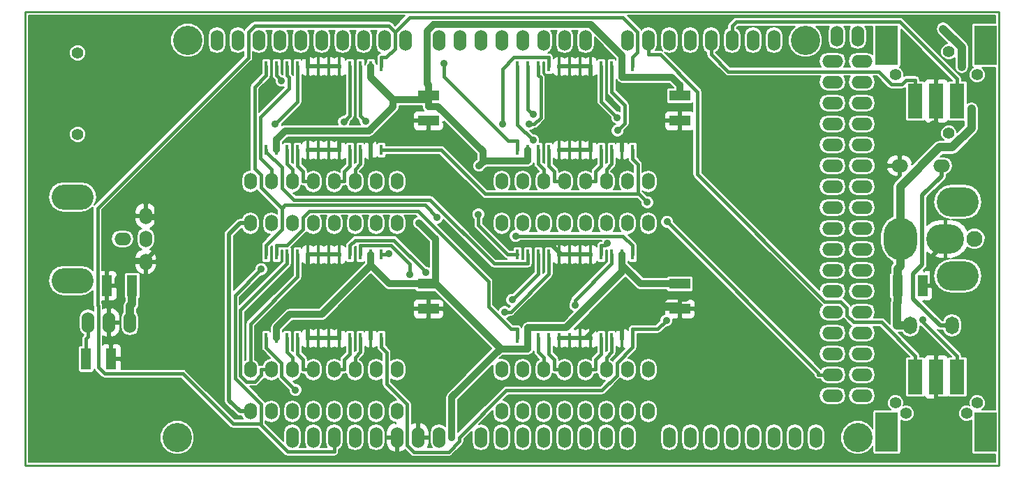
<source format=gbl>
G04 #@! TF.FileFunction,Copper,L2,Bot,Signal*
%FSLAX46Y46*%
G04 Gerber Fmt 4.6, Leading zero omitted, Abs format (unit mm)*
G04 Created by KiCad (PCBNEW 0.201602231446+6579~42~ubuntu14.04.1-product) date Fri 26 Feb 2016 12:54:47 PM EST*
%MOMM*%
G01*
G04 APERTURE LIST*
%ADD10C,0.100000*%
%ADD11C,0.228600*%
%ADD12O,1.524000X2.032000*%
%ADD13R,2.540000X1.270000*%
%ADD14O,2.032000X1.524000*%
%ADD15O,1.524000X2.540000*%
%ADD16C,1.930400*%
%ADD17O,4.572000X3.556000*%
%ADD18O,4.064000X5.080000*%
%ADD19O,5.080000X3.556000*%
%ADD20R,1.270000X2.540000*%
%ADD21R,0.381000X1.270000*%
%ADD22O,5.080000X3.048000*%
%ADD23C,3.556000*%
%ADD24O,2.540000X1.524000*%
%ADD25O,1.651000X2.159000*%
%ADD26C,1.397000*%
%ADD27R,1.778000X4.191000*%
%ADD28R,2.794000X4.826000*%
%ADD29C,0.889000*%
%ADD30C,1.016000*%
%ADD31C,0.508000*%
%ADD32C,0.406400*%
%ADD33C,0.812800*%
%ADD34C,0.203200*%
G04 APERTURE END LIST*
D10*
D11*
X211455000Y-75311000D02*
X93345000Y-75311000D01*
X211455000Y-130429000D02*
X211455000Y-75311000D01*
X93345000Y-130429000D02*
X211455000Y-130429000D01*
X93345000Y-75311000D02*
X93345000Y-130429000D01*
D12*
X120650000Y-123825000D03*
X120650000Y-118745000D03*
X123190000Y-123825000D03*
X123190000Y-118745000D03*
X125730000Y-123825000D03*
X125730000Y-118745000D03*
X128270000Y-123825000D03*
X128270000Y-118745000D03*
X130810000Y-123825000D03*
X130810000Y-118745000D03*
X133350000Y-123825000D03*
X133350000Y-118745000D03*
X135890000Y-123825000D03*
X135890000Y-118745000D03*
X138430000Y-123825000D03*
X138430000Y-118745000D03*
X151130000Y-123825000D03*
X151130000Y-118745000D03*
X153670000Y-123825000D03*
X153670000Y-118745000D03*
X156210000Y-123825000D03*
X156210000Y-118745000D03*
X158750000Y-123825000D03*
X158750000Y-118745000D03*
X161290000Y-123825000D03*
X161290000Y-118745000D03*
X163830000Y-123825000D03*
X163830000Y-118745000D03*
X166370000Y-123825000D03*
X166370000Y-118745000D03*
X168910000Y-123825000D03*
X168910000Y-118745000D03*
D13*
X142240000Y-108331000D03*
X142240000Y-111379000D03*
D12*
X120650000Y-100965000D03*
X120650000Y-95885000D03*
X123190000Y-100965000D03*
X123190000Y-95885000D03*
X125730000Y-100965000D03*
X125730000Y-95885000D03*
X128270000Y-100965000D03*
X128270000Y-95885000D03*
X130810000Y-100965000D03*
X130810000Y-95885000D03*
X133350000Y-100965000D03*
X133350000Y-95885000D03*
X135890000Y-100965000D03*
X135890000Y-95885000D03*
X138430000Y-100965000D03*
X138430000Y-95885000D03*
X151130000Y-100965000D03*
X151130000Y-95885000D03*
X153670000Y-100965000D03*
X153670000Y-95885000D03*
X156210000Y-100965000D03*
X156210000Y-95885000D03*
X158750000Y-100965000D03*
X158750000Y-95885000D03*
X161290000Y-100965000D03*
X161290000Y-95885000D03*
X163830000Y-100965000D03*
X163830000Y-95885000D03*
X166370000Y-100965000D03*
X166370000Y-95885000D03*
X168910000Y-100965000D03*
X168910000Y-95885000D03*
D14*
X204470000Y-93980000D03*
X199390000Y-93980000D03*
D15*
X103505000Y-113030000D03*
X100965000Y-113030000D03*
X106045000Y-113030000D03*
D16*
X208457800Y-102870000D03*
D17*
X204952600Y-102870000D03*
D18*
X199466200Y-102870000D03*
D19*
X206451200Y-98374200D03*
X206451200Y-107365800D03*
D20*
X199136000Y-108585000D03*
X202184000Y-108585000D03*
X106299000Y-108585000D03*
X103251000Y-108585000D03*
D13*
X172720000Y-108331000D03*
X172720000Y-111379000D03*
D21*
X160655000Y-114935000D03*
X161925000Y-114935000D03*
X163195000Y-114935000D03*
X164465000Y-114935000D03*
X165735000Y-114935000D03*
X167005000Y-114935000D03*
X159385000Y-114935000D03*
X158115000Y-114935000D03*
X156845000Y-114935000D03*
X155575000Y-114935000D03*
X154305000Y-114935000D03*
X153035000Y-114935000D03*
X153035000Y-104775000D03*
X154305000Y-104775000D03*
X155575000Y-104775000D03*
X156845000Y-104775000D03*
X158115000Y-104775000D03*
X159385000Y-104775000D03*
X160655000Y-104775000D03*
X161925000Y-104775000D03*
X163195000Y-104775000D03*
X164465000Y-104775000D03*
X165735000Y-104775000D03*
X167005000Y-104775000D03*
X130175000Y-114935000D03*
X131445000Y-114935000D03*
X132715000Y-114935000D03*
X133985000Y-114935000D03*
X135255000Y-114935000D03*
X136525000Y-114935000D03*
X128905000Y-114935000D03*
X127635000Y-114935000D03*
X126365000Y-114935000D03*
X125095000Y-114935000D03*
X123825000Y-114935000D03*
X122555000Y-114935000D03*
X122555000Y-104775000D03*
X123825000Y-104775000D03*
X125095000Y-104775000D03*
X126365000Y-104775000D03*
X127635000Y-104775000D03*
X128905000Y-104775000D03*
X130175000Y-104775000D03*
X131445000Y-104775000D03*
X132715000Y-104775000D03*
X133985000Y-104775000D03*
X135255000Y-104775000D03*
X136525000Y-104775000D03*
D22*
X99060000Y-107950000D03*
X99060000Y-97790000D03*
D14*
X105156000Y-102870000D03*
D12*
X107950000Y-102870000D03*
X107950000Y-100076000D03*
X107950000Y-105664000D03*
D21*
X160655000Y-92075000D03*
X161925000Y-92075000D03*
X163195000Y-92075000D03*
X164465000Y-92075000D03*
X165735000Y-92075000D03*
X167005000Y-92075000D03*
X159385000Y-92075000D03*
X158115000Y-92075000D03*
X156845000Y-92075000D03*
X155575000Y-92075000D03*
X154305000Y-92075000D03*
X153035000Y-92075000D03*
X153035000Y-81915000D03*
X154305000Y-81915000D03*
X155575000Y-81915000D03*
X156845000Y-81915000D03*
X158115000Y-81915000D03*
X159385000Y-81915000D03*
X160655000Y-81915000D03*
X161925000Y-81915000D03*
X163195000Y-81915000D03*
X164465000Y-81915000D03*
X165735000Y-81915000D03*
X167005000Y-81915000D03*
X130175000Y-92075000D03*
X131445000Y-92075000D03*
X132715000Y-92075000D03*
X133985000Y-92075000D03*
X135255000Y-92075000D03*
X136525000Y-92075000D03*
X128905000Y-92075000D03*
X127635000Y-92075000D03*
X126365000Y-92075000D03*
X125095000Y-92075000D03*
X123825000Y-92075000D03*
X122555000Y-92075000D03*
X122555000Y-81915000D03*
X123825000Y-81915000D03*
X125095000Y-81915000D03*
X126365000Y-81915000D03*
X127635000Y-81915000D03*
X128905000Y-81915000D03*
X130175000Y-81915000D03*
X131445000Y-81915000D03*
X132715000Y-81915000D03*
X133985000Y-81915000D03*
X135255000Y-81915000D03*
X136525000Y-81915000D03*
D23*
X111760000Y-127000000D03*
X113030000Y-78740000D03*
X194310000Y-127000000D03*
X187960000Y-78740000D03*
D15*
X125730000Y-127000000D03*
X128270000Y-127000000D03*
X130810000Y-127000000D03*
X133350000Y-127000000D03*
X135890000Y-127000000D03*
X138430000Y-127000000D03*
X140970000Y-127000000D03*
X143510000Y-127000000D03*
X148590000Y-127000000D03*
X151130000Y-127000000D03*
X153670000Y-127000000D03*
X156210000Y-127000000D03*
X158750000Y-127000000D03*
X161290000Y-127000000D03*
X163830000Y-127000000D03*
X166370000Y-127000000D03*
X171450000Y-127000000D03*
X173990000Y-127000000D03*
X176530000Y-127000000D03*
X179070000Y-127000000D03*
X181610000Y-127000000D03*
X184150000Y-127000000D03*
X186690000Y-127000000D03*
X189230000Y-127000000D03*
X116586000Y-78740000D03*
X119126000Y-78740000D03*
X121666000Y-78740000D03*
X124206000Y-78740000D03*
X126746000Y-78740000D03*
X129286000Y-78740000D03*
X131826000Y-78740000D03*
X134366000Y-78740000D03*
X136906000Y-78740000D03*
X139446000Y-78740000D03*
X143510000Y-78740000D03*
X161290000Y-78740000D03*
X158750000Y-78740000D03*
X156210000Y-78740000D03*
X153670000Y-78740000D03*
X151130000Y-78740000D03*
X148590000Y-78740000D03*
X146050000Y-78740000D03*
X166370000Y-78740000D03*
X168910000Y-78740000D03*
X171450000Y-78740000D03*
X173990000Y-78740000D03*
X176530000Y-78740000D03*
X179070000Y-78740000D03*
X181610000Y-78740000D03*
X184150000Y-78740000D03*
X191770000Y-78232000D03*
X194310000Y-78232000D03*
D24*
X191262000Y-81280000D03*
X194818000Y-81280000D03*
X191262000Y-83820000D03*
X194818000Y-83820000D03*
X191262000Y-86360000D03*
X194818000Y-86360000D03*
X191262000Y-88900000D03*
X194818000Y-88900000D03*
X191262000Y-91440000D03*
X194818000Y-91440000D03*
X191262000Y-93980000D03*
X194818000Y-93980000D03*
X191262000Y-96520000D03*
X194818000Y-96520000D03*
X191262000Y-99060000D03*
X194818000Y-99060000D03*
X191262000Y-101600000D03*
X194818000Y-101600000D03*
X191262000Y-104140000D03*
X194818000Y-104140000D03*
X191262000Y-106680000D03*
X194818000Y-106680000D03*
X191262000Y-109220000D03*
X194818000Y-109220000D03*
X191262000Y-111760000D03*
X194818000Y-111760000D03*
X191262000Y-114300000D03*
X194818000Y-114300000D03*
X191262000Y-116840000D03*
X194818000Y-116840000D03*
X191262000Y-119380000D03*
X194818000Y-119380000D03*
X191262000Y-121920000D03*
X194818000Y-121920000D03*
D25*
X200660000Y-113385600D03*
X205740000Y-113385600D03*
D26*
X99695000Y-90170000D03*
X99695000Y-80264000D03*
D27*
X206375000Y-86106000D03*
X203835000Y-86106000D03*
X201295000Y-86106000D03*
D26*
X208788000Y-82931000D03*
X198882000Y-82931000D03*
D28*
X209829400Y-79375000D03*
X197840600Y-79375000D03*
D26*
X205359000Y-80137000D03*
X205359000Y-90043000D03*
D27*
X201295000Y-119634000D03*
X203835000Y-119634000D03*
X206375000Y-119634000D03*
D26*
X198882000Y-122809000D03*
X208788000Y-122809000D03*
D28*
X197840600Y-126365000D03*
X209829400Y-126365000D03*
D26*
X207518000Y-124079000D03*
X200152000Y-124079000D03*
D20*
X100711000Y-117475000D03*
X103759000Y-117475000D03*
D13*
X172720000Y-85471000D03*
X172720000Y-88519000D03*
X142240000Y-85471000D03*
X142240000Y-88519000D03*
D29*
X204660000Y-77367000D03*
X206922300Y-81933000D03*
X208094200Y-87074200D03*
X127000000Y-113206300D03*
X127000000Y-110847300D03*
X199249600Y-85518300D03*
X145049900Y-127048600D03*
X141079300Y-100914600D03*
X148384200Y-93993500D03*
X202228200Y-112747900D03*
X152802400Y-102512300D03*
X137432700Y-104688200D03*
X121966200Y-106550000D03*
X171099000Y-112760900D03*
X168789900Y-98418900D03*
X126109300Y-121228700D03*
X154948000Y-87748000D03*
X154940000Y-90891600D03*
X171191000Y-100796000D03*
X148288500Y-99896700D03*
X143303900Y-100285200D03*
X165138100Y-88120200D03*
X165163200Y-89707500D03*
X154462600Y-88903000D03*
X151203300Y-88900000D03*
X132000100Y-88624800D03*
X134620000Y-88566400D03*
X123668500Y-88900000D03*
X124407100Y-83668000D03*
X144141900Y-81527600D03*
X163952300Y-103427700D03*
X160037000Y-110951700D03*
X152400000Y-110293200D03*
X151486000Y-111760000D03*
X141927100Y-106978300D03*
X139954000Y-107186200D03*
D30*
X199072200Y-110681100D02*
X199072200Y-113385600D01*
X199136000Y-110617300D02*
X199072200Y-110681100D01*
X200660000Y-113385600D02*
X199072200Y-113385600D01*
X199136000Y-108585000D02*
X199136000Y-110617300D01*
X206922300Y-79629300D02*
X206922300Y-81933000D01*
X204660000Y-77367000D02*
X206922300Y-79629300D01*
X106299000Y-110743700D02*
X106299000Y-108585000D01*
X106045000Y-110997700D02*
X106299000Y-110743700D01*
X106045000Y-113030000D02*
X106045000Y-110997700D01*
X199466200Y-96532700D02*
X199466200Y-102870000D01*
X204261000Y-91737900D02*
X199466200Y-96532700D01*
X205795500Y-91737900D02*
X204261000Y-91737900D01*
X208094200Y-89439200D02*
X205795500Y-91737900D01*
X208094200Y-87074200D02*
X208094200Y-89439200D01*
X199136000Y-106502500D02*
X199136000Y-108585000D01*
X199466200Y-106172300D02*
X199136000Y-106502500D01*
X199466200Y-102870000D02*
X199466200Y-106172300D01*
D31*
X127635000Y-92075000D02*
X128905000Y-92075000D01*
X158115000Y-92075000D02*
X159385000Y-92075000D01*
X127635000Y-114935000D02*
X128905000Y-114935000D01*
X158115000Y-114935000D02*
X159385000Y-114935000D01*
X159385000Y-104775000D02*
X160655000Y-104775000D01*
X127635000Y-104775000D02*
X128905000Y-104775000D01*
X128905000Y-104775000D02*
X130175000Y-104775000D01*
X158115000Y-81915000D02*
X159385000Y-81915000D01*
X159385000Y-81915000D02*
X160655000Y-81915000D01*
X127635000Y-81915000D02*
X128905000Y-81915000D01*
X128905000Y-81915000D02*
X130175000Y-81915000D01*
X159385000Y-114935000D02*
X160655000Y-114935000D01*
X128905000Y-114935000D02*
X130175000Y-114935000D01*
X159385000Y-92075000D02*
X160655000Y-92075000D01*
X128905000Y-92075000D02*
X130175000Y-92075000D01*
X160655000Y-92075000D02*
X161925000Y-92075000D01*
X130175000Y-114935000D02*
X131445000Y-114935000D01*
X130175000Y-81915000D02*
X131445000Y-81915000D01*
X130175000Y-104775000D02*
X131445000Y-104775000D01*
X199390000Y-93980000D02*
X199390000Y-92709700D01*
X203835000Y-86106000D02*
X203835000Y-88709800D01*
X103759000Y-117475000D02*
X103759000Y-115696700D01*
X127635000Y-81915000D02*
X127635000Y-80771700D01*
X160655000Y-104775000D02*
X161925000Y-104775000D01*
X107950000Y-100330000D02*
X109220300Y-100330000D01*
X103505000Y-115442700D02*
X103505000Y-113030000D01*
X103759000Y-115696700D02*
X103505000Y-115442700D01*
X103505000Y-113030000D02*
X103505000Y-111251700D01*
X103251000Y-110997700D02*
X103251000Y-108585000D01*
X103505000Y-111251700D02*
X103251000Y-110997700D01*
X104394300Y-107695400D02*
X106679700Y-105410000D01*
X104394300Y-108585000D02*
X104394300Y-107695400D01*
X103251000Y-108585000D02*
X104394300Y-108585000D01*
X107950000Y-105410000D02*
X106679700Y-105410000D01*
X109220300Y-104139700D02*
X107950000Y-105410000D01*
X109220300Y-100330000D02*
X109220300Y-104139700D01*
X131445000Y-114935000D02*
X131445000Y-113791700D01*
X203835000Y-119634000D02*
X203835000Y-122237800D01*
X207822000Y-113079700D02*
X203327300Y-108585000D01*
X207822000Y-121933100D02*
X207822000Y-113079700D01*
X207517300Y-122237800D02*
X207822000Y-121933100D01*
X203835000Y-122237800D02*
X207517300Y-122237800D01*
X202184000Y-108585000D02*
X203327300Y-108585000D01*
X203327300Y-105003300D02*
X203327300Y-108585000D01*
X205460600Y-102870000D02*
X203327300Y-105003300D01*
X109220300Y-93694800D02*
X109220300Y-100330000D01*
X122143400Y-80771700D02*
X109220300Y-93694800D01*
X127635000Y-80771700D02*
X122143400Y-80771700D01*
X140970000Y-127000000D02*
X140970000Y-125221700D01*
X142240000Y-111379000D02*
X142240000Y-112522300D01*
X135255000Y-114935000D02*
X135255000Y-113791700D01*
X131445000Y-113791700D02*
X135255000Y-113791700D01*
X130175000Y-92075000D02*
X131445000Y-92075000D01*
X161925000Y-92075000D02*
X161925000Y-90931700D01*
X160655000Y-81915000D02*
X161925000Y-81915000D01*
X127635000Y-114935000D02*
X127635000Y-113791700D01*
X158115000Y-104775000D02*
X158273800Y-104775000D01*
X158273800Y-104775000D02*
X159385000Y-104775000D01*
X140970000Y-113791700D02*
X140970000Y-125221700D01*
X135255000Y-113791700D02*
X140970000Y-113791700D01*
X140970600Y-113791700D02*
X142240000Y-112522300D01*
X140970000Y-113791700D02*
X140970600Y-113791700D01*
X161925000Y-90931700D02*
X161925000Y-81915000D01*
X127635000Y-110212300D02*
X127000000Y-110847300D01*
X127635000Y-104775000D02*
X127635000Y-110212300D01*
X127585400Y-113791700D02*
X127000000Y-113206300D01*
X127635000Y-113791700D02*
X127585400Y-113791700D01*
X135255000Y-92075000D02*
X135255000Y-91503300D01*
X186875400Y-122300900D02*
X173397900Y-122300900D01*
X191615900Y-127041400D02*
X186875400Y-122300900D01*
X191615900Y-127602800D02*
X191615900Y-127041400D01*
X193299500Y-129286400D02*
X191615900Y-127602800D01*
X199484200Y-129286400D02*
X193299500Y-129286400D01*
X203835000Y-124935600D02*
X199484200Y-129286400D01*
X203835000Y-122237800D02*
X203835000Y-124935600D01*
X135255000Y-92075000D02*
X135255000Y-93218300D01*
X135255000Y-91503300D02*
X135255000Y-91215900D01*
X137951900Y-88519000D02*
X142240000Y-88519000D01*
X135255000Y-91215900D02*
X137951900Y-88519000D01*
X134970800Y-90931700D02*
X131445000Y-90931700D01*
X135255000Y-91215900D02*
X134970800Y-90931700D01*
X131445000Y-92075000D02*
X131445000Y-90931700D01*
X173397900Y-113200200D02*
X173397900Y-122300900D01*
X172720000Y-112522300D02*
X173397900Y-113200200D01*
X139138600Y-129486900D02*
X138430000Y-128778300D01*
X166211900Y-129486900D02*
X139138600Y-129486900D01*
X173397900Y-122300900D02*
X166211900Y-129486900D01*
X138430000Y-127000000D02*
X138430000Y-128778300D01*
X199249600Y-87829000D02*
X199249600Y-85518300D01*
X201760200Y-90339500D02*
X199249600Y-87829000D01*
X203389900Y-88709800D02*
X201760200Y-90339500D01*
X203835000Y-88709800D02*
X203389900Y-88709800D01*
X201760200Y-90339500D02*
X199390000Y-92709700D01*
X149821900Y-101719200D02*
X149821900Y-99996300D01*
X151579600Y-103476900D02*
X149821900Y-101719200D01*
X157093200Y-103476900D02*
X151579600Y-103476900D01*
X158273800Y-104657500D02*
X157093200Y-103476900D01*
X158273800Y-104775000D02*
X158273800Y-104657500D01*
X143043900Y-93218300D02*
X135255000Y-93218300D01*
X149821900Y-99996300D02*
X143043900Y-93218300D01*
X172720000Y-111379000D02*
X172720000Y-112522300D01*
X160655000Y-114935000D02*
X161290000Y-114935000D01*
X161290000Y-114935000D02*
X161925000Y-114935000D01*
X162433300Y-113791700D02*
X165735000Y-113791700D01*
X161290000Y-114935000D02*
X162433300Y-113791700D01*
X165735000Y-114935000D02*
X165735000Y-113791700D01*
X172720000Y-111379000D02*
X172720000Y-110807300D01*
X172720000Y-110807300D02*
X172720000Y-110235700D01*
X168719400Y-110807300D02*
X165735000Y-113791700D01*
X172720000Y-110807300D02*
X168719400Y-110807300D01*
X165735000Y-92075000D02*
X165735000Y-91122300D01*
X172720000Y-88519000D02*
X172720000Y-89662300D01*
X165544400Y-90931700D02*
X161925000Y-90931700D01*
X165735000Y-91122300D02*
X165544400Y-90931700D01*
X170228200Y-92154100D02*
X172720000Y-89662300D01*
X168988800Y-90914700D02*
X170228200Y-92154100D01*
X165942600Y-90914700D02*
X168988800Y-90914700D01*
X165735000Y-91122300D02*
X165942600Y-90914700D01*
X150380600Y-99437600D02*
X169552500Y-99437600D01*
X149821900Y-99996300D02*
X150380600Y-99437600D01*
X173506000Y-110235700D02*
X172720000Y-110235700D01*
X174498400Y-109243300D02*
X173506000Y-110235700D01*
X174498400Y-106325000D02*
X174498400Y-109243300D01*
X170228200Y-102054800D02*
X174498400Y-106325000D01*
X170228200Y-100113300D02*
X170228200Y-102054800D01*
X169552500Y-99437600D02*
X170228200Y-100113300D01*
X170228200Y-98761900D02*
X170228200Y-92154100D01*
X169552500Y-99437600D02*
X170228200Y-98761900D01*
D32*
X100711000Y-115011500D02*
X100711000Y-117475000D01*
X100965000Y-114757500D02*
X100711000Y-115011500D01*
X100965000Y-113030000D02*
X100965000Y-114757500D01*
D33*
X165735000Y-104775000D02*
X165735000Y-106070700D01*
X167995300Y-108331000D02*
X170789300Y-108331000D01*
X165735000Y-106070700D02*
X167995300Y-108331000D01*
X172720000Y-108331000D02*
X170789300Y-108331000D01*
X165735000Y-106878400D02*
X165735000Y-106070700D01*
X158974100Y-113639300D02*
X165735000Y-106878400D01*
X154305000Y-113639300D02*
X158974100Y-113639300D01*
X154305000Y-114935000D02*
X154305000Y-113639300D01*
X154305000Y-92075000D02*
X154305000Y-93370700D01*
X135255000Y-81915000D02*
X135255000Y-83210700D01*
X142240000Y-85915400D02*
X142240000Y-86766700D01*
X142240000Y-85693200D02*
X142240000Y-85915400D01*
X154305000Y-93370700D02*
X148843500Y-93370700D01*
X143373700Y-86766700D02*
X142240000Y-86766700D01*
X148843500Y-92236500D02*
X143373700Y-86766700D01*
X148843500Y-93370700D02*
X148843500Y-92236500D01*
X142240000Y-85693200D02*
X142240000Y-85471000D01*
X142240000Y-85471000D02*
X142240000Y-84175300D01*
X142529200Y-108331000D02*
X143011900Y-108331000D01*
X154305000Y-114935000D02*
X154305000Y-116230700D01*
X145049900Y-122122600D02*
X150941800Y-116230700D01*
X145049900Y-127048600D02*
X145049900Y-122122600D01*
X150941800Y-116230700D02*
X154305000Y-116230700D01*
X123825000Y-92075000D02*
X123825000Y-90779300D01*
X142240000Y-85915400D02*
X137959700Y-85915400D01*
X137959700Y-85915400D02*
X135255000Y-83210700D01*
X137959700Y-86791600D02*
X137959700Y-85915400D01*
X135021300Y-89730000D02*
X137959700Y-86791600D01*
X124874300Y-89730000D02*
X135021300Y-89730000D01*
X123825000Y-90779300D02*
X124874300Y-89730000D01*
X165735000Y-80625100D02*
X165735000Y-81915000D01*
X161912900Y-76803000D02*
X165735000Y-80625100D01*
X142861000Y-76803000D02*
X161912900Y-76803000D01*
X142049500Y-77614500D02*
X142861000Y-76803000D01*
X142049500Y-83984800D02*
X142049500Y-77614500D01*
X142240000Y-84175300D02*
X142049500Y-83984800D01*
X171755400Y-83210700D02*
X172720000Y-84175300D01*
X165735000Y-83210700D02*
X171755400Y-83210700D01*
X165735000Y-81915000D02*
X165735000Y-83210700D01*
X172720000Y-85471000D02*
X172720000Y-84175300D01*
X142529200Y-108331000D02*
X142240000Y-108331000D01*
X135255000Y-104775000D02*
X135255000Y-106070700D01*
X137515300Y-108331000D02*
X135255000Y-106070700D01*
X142240000Y-108331000D02*
X137515300Y-108331000D01*
X123825000Y-114935000D02*
X123825000Y-113639300D01*
X125399300Y-112065000D02*
X123825000Y-113639300D01*
X129260700Y-112065000D02*
X125399300Y-112065000D01*
X135255000Y-106070700D02*
X129260700Y-112065000D01*
X148843500Y-93534200D02*
X148843500Y-93370700D01*
X148384200Y-93993500D02*
X148843500Y-93534200D01*
X143011900Y-108331000D02*
X143086600Y-108331000D01*
X150941800Y-116186200D02*
X150941800Y-116230700D01*
X143086600Y-108331000D02*
X150941800Y-116186200D01*
X143086600Y-102921900D02*
X141079300Y-100914600D01*
X143086600Y-108331000D02*
X143086600Y-102921900D01*
D32*
X206375000Y-119634000D02*
X206375000Y-117081000D01*
X202228200Y-112934200D02*
X202228200Y-112747900D01*
X206375000Y-117081000D02*
X202228200Y-112934200D01*
X136525000Y-81915000D02*
X136525000Y-80822500D01*
X167005000Y-104775000D02*
X167005000Y-103682500D01*
X137345900Y-104775000D02*
X136525000Y-104775000D01*
X137432700Y-104688200D02*
X137345900Y-104775000D01*
X167005000Y-81915000D02*
X167005000Y-80822500D01*
X137092000Y-80822500D02*
X136525000Y-80822500D01*
X138176000Y-79738500D02*
X137092000Y-80822500D01*
X138176000Y-77734100D02*
X138176000Y-79738500D01*
X167594600Y-80232900D02*
X167005000Y-80822500D01*
X167594600Y-77717800D02*
X167594600Y-80232900D01*
X165805100Y-75928300D02*
X167594600Y-77717800D01*
X139981800Y-75928300D02*
X165805100Y-75928300D01*
X138176000Y-77734100D02*
X139981800Y-75928300D01*
X121920000Y-125504300D02*
X121920000Y-125328500D01*
X125143200Y-128727500D02*
X121920000Y-125504300D01*
X130810000Y-128727500D02*
X125143200Y-128727500D01*
X137428600Y-76986700D02*
X138176000Y-77734100D01*
X121163700Y-76986700D02*
X137428600Y-76986700D01*
X120396000Y-77754400D02*
X121163700Y-76986700D01*
X120396000Y-80837800D02*
X120396000Y-77754400D01*
X102092200Y-99141600D02*
X120396000Y-80837800D01*
X102092200Y-110896200D02*
X102092200Y-99141600D01*
X102184600Y-110988600D02*
X102092200Y-110896200D01*
X102184600Y-118453500D02*
X102184600Y-110988600D01*
X102978700Y-119247600D02*
X102184600Y-118453500D01*
X112440100Y-119247600D02*
X102978700Y-119247600D01*
X118521000Y-125328500D02*
X112440100Y-119247600D01*
X121920000Y-125328500D02*
X118521000Y-125328500D01*
X130810000Y-127000000D02*
X130810000Y-128727500D01*
X118764500Y-109751700D02*
X121966200Y-106550000D01*
X118764500Y-119792400D02*
X118764500Y-109751700D01*
X121920000Y-122947900D02*
X118764500Y-119792400D01*
X121920000Y-125328500D02*
X121920000Y-122947900D01*
X165834800Y-102512300D02*
X152802400Y-102512300D01*
X167005000Y-103682500D02*
X165834800Y-102512300D01*
X137160000Y-116662500D02*
X136525000Y-116027500D01*
X137160000Y-120485200D02*
X137160000Y-116662500D01*
X139649600Y-122974800D02*
X137160000Y-120485200D01*
X139649600Y-127980700D02*
X139649600Y-122974800D01*
X140444200Y-128775300D02*
X139649600Y-127980700D01*
X144680000Y-128775300D02*
X140444200Y-128775300D01*
X145988900Y-127466400D02*
X144680000Y-128775300D01*
X145988900Y-126977500D02*
X145988900Y-127466400D01*
X151681400Y-121285000D02*
X145988900Y-126977500D01*
X163277200Y-121285000D02*
X151681400Y-121285000D01*
X165100000Y-119462200D02*
X163277200Y-121285000D01*
X165100000Y-117932500D02*
X165100000Y-119462200D01*
X167005000Y-116027500D02*
X165100000Y-117932500D01*
X167005000Y-114935000D02*
X167005000Y-116027500D01*
X136525000Y-114935000D02*
X136525000Y-116027500D01*
X170017400Y-113842500D02*
X167005000Y-113842500D01*
X171099000Y-112760900D02*
X170017400Y-113842500D01*
X167005000Y-114935000D02*
X167005000Y-113842500D01*
X167005000Y-92075000D02*
X167005000Y-93167500D01*
X168789900Y-98418900D02*
X167640000Y-97269000D01*
X167484700Y-97424300D02*
X167640000Y-97269000D01*
X149143000Y-97424300D02*
X167484700Y-97424300D01*
X143793700Y-92075000D02*
X149143000Y-97424300D01*
X136525000Y-92075000D02*
X143793700Y-92075000D01*
X167640000Y-93802500D02*
X167005000Y-93167500D01*
X167640000Y-97269000D02*
X167640000Y-93802500D01*
X122555000Y-116078400D02*
X122555000Y-114935000D01*
X124434200Y-117957600D02*
X122555000Y-116078400D01*
X124434200Y-119553600D02*
X124434200Y-117957600D01*
X126109300Y-121228700D02*
X124434200Y-119553600D01*
X154305000Y-87105000D02*
X154305000Y-81915000D01*
X154948000Y-87748000D02*
X154305000Y-87105000D01*
X153035000Y-88986600D02*
X154940000Y-90891600D01*
X153035000Y-81915000D02*
X153035000Y-88986600D01*
X191770000Y-119380000D02*
X189534500Y-119380000D01*
X189534500Y-119139500D02*
X171191000Y-100796000D01*
X189534500Y-119380000D02*
X189534500Y-119139500D01*
X122555000Y-81915000D02*
X122555000Y-83007500D01*
X148288500Y-101214600D02*
X148288500Y-99896700D01*
X151848900Y-104775000D02*
X148288500Y-101214600D01*
X153035000Y-104775000D02*
X151848900Y-104775000D01*
X141799100Y-98780400D02*
X143303900Y-100285200D01*
X124844700Y-98780400D02*
X141799100Y-98780400D01*
X124460000Y-99165100D02*
X124844700Y-98780400D01*
X121920000Y-96625100D02*
X124460000Y-99165100D01*
X121920000Y-95122800D02*
X121920000Y-96625100D01*
X121155100Y-94357900D02*
X121920000Y-95122800D01*
X121155100Y-84407400D02*
X121155100Y-94357900D01*
X122555000Y-83007500D02*
X121155100Y-84407400D01*
X122555000Y-103618100D02*
X122555000Y-104775000D01*
X124460000Y-101713100D02*
X122555000Y-103618100D01*
X124460000Y-99165100D02*
X124460000Y-101713100D01*
D31*
X202140100Y-97580200D02*
X204470000Y-95250300D01*
X202140100Y-105999500D02*
X202140100Y-97580200D01*
X201040600Y-107099000D02*
X202140100Y-105999500D01*
X201040600Y-110135200D02*
X201040600Y-107099000D01*
X204291000Y-113385600D02*
X201040600Y-110135200D01*
X205740000Y-113385600D02*
X204291000Y-113385600D01*
X204470000Y-93980000D02*
X204470000Y-95250300D01*
X120650000Y-123825000D02*
X119379700Y-123825000D01*
X120650000Y-100965000D02*
X119379700Y-100965000D01*
X118053000Y-122498300D02*
X119379700Y-123825000D01*
X118053000Y-102291700D02*
X118053000Y-122498300D01*
X119379700Y-100965000D02*
X118053000Y-102291700D01*
D32*
X163195000Y-86177100D02*
X165138100Y-88120200D01*
X163195000Y-81915000D02*
X163195000Y-86177100D01*
X166054500Y-88816200D02*
X165163200Y-89707500D01*
X166054500Y-86615700D02*
X166054500Y-88816200D01*
X164465000Y-85026200D02*
X166054500Y-86615700D01*
X164465000Y-81915000D02*
X164465000Y-85026200D01*
X164465000Y-93776500D02*
X164465000Y-92075000D01*
X163830000Y-94411500D02*
X164465000Y-93776500D01*
X163830000Y-95885000D02*
X163830000Y-94411500D01*
X163195000Y-93980000D02*
X163195000Y-92075000D01*
X162509500Y-94665500D02*
X163195000Y-93980000D01*
X162509500Y-95885000D02*
X162509500Y-94665500D01*
X161290000Y-95885000D02*
X162509500Y-95885000D01*
X156845000Y-93980000D02*
X156845000Y-92075000D01*
X157530500Y-94665500D02*
X156845000Y-93980000D01*
X157530500Y-95885000D02*
X157530500Y-94665500D01*
X158750000Y-95885000D02*
X157530500Y-95885000D01*
X155575000Y-93776500D02*
X155575000Y-92075000D01*
X156210000Y-94411500D02*
X155575000Y-93776500D01*
X156210000Y-95885000D02*
X156210000Y-94411500D01*
X155575000Y-81915000D02*
X155575000Y-83007500D01*
X155850000Y-83282500D02*
X155575000Y-83007500D01*
X155850000Y-88121700D02*
X155850000Y-83282500D01*
X155068700Y-88903000D02*
X155850000Y-88121700D01*
X154462600Y-88903000D02*
X155068700Y-88903000D01*
X152606100Y-80822500D02*
X156845000Y-80822500D01*
X151203300Y-82225300D02*
X152606100Y-80822500D01*
X151203300Y-88900000D02*
X151203300Y-82225300D01*
X156845000Y-81915000D02*
X156845000Y-80822500D01*
X132715000Y-87909900D02*
X132715000Y-81915000D01*
X132000100Y-88624800D02*
X132715000Y-87909900D01*
X133985000Y-87931400D02*
X133985000Y-81915000D01*
X134620000Y-88566400D02*
X133985000Y-87931400D01*
X133985000Y-93776500D02*
X133985000Y-92075000D01*
X133350000Y-94411500D02*
X133985000Y-93776500D01*
X133350000Y-95885000D02*
X133350000Y-94411500D01*
X132715000Y-93980000D02*
X132715000Y-92075000D01*
X132029500Y-94665500D02*
X132715000Y-93980000D01*
X132029500Y-95885000D02*
X132029500Y-94665500D01*
X130810000Y-95885000D02*
X132029500Y-95885000D01*
X126365000Y-93980000D02*
X126365000Y-92075000D01*
X127050500Y-94665500D02*
X126365000Y-93980000D01*
X127050500Y-95885000D02*
X127050500Y-94665500D01*
X128270000Y-95885000D02*
X127050500Y-95885000D01*
X125730000Y-95885000D02*
X125730000Y-94411500D01*
X125095000Y-93776500D02*
X125095000Y-92075000D01*
X125730000Y-94411500D02*
X125095000Y-93776500D01*
X123190000Y-95885000D02*
X123190000Y-94411500D01*
X125095000Y-81915000D02*
X125095000Y-83007500D01*
X125309100Y-83221600D02*
X125095000Y-83007500D01*
X125309100Y-84638900D02*
X125309100Y-83221600D01*
X121849800Y-88098200D02*
X125309100Y-84638900D01*
X121849800Y-93071300D02*
X121849800Y-88098200D01*
X123190000Y-94411500D02*
X121849800Y-93071300D01*
X126365000Y-86203500D02*
X126365000Y-81915000D01*
X123668500Y-88900000D02*
X126365000Y-86203500D01*
X151942500Y-90982500D02*
X153035000Y-90982500D01*
X144141900Y-83181900D02*
X151942500Y-90982500D01*
X144141900Y-81527600D02*
X144141900Y-83181900D01*
X123825000Y-81915000D02*
X123825000Y-83007500D01*
X124407100Y-83589600D02*
X124407100Y-83668000D01*
X123825000Y-83007500D02*
X124407100Y-83589600D01*
X153035000Y-92075000D02*
X153035000Y-90982500D01*
X163697500Y-103682500D02*
X163195000Y-103682500D01*
X163952300Y-103427700D02*
X163697500Y-103682500D01*
X163195000Y-104775000D02*
X163195000Y-103682500D01*
X164465000Y-104775000D02*
X164465000Y-105867500D01*
X160037000Y-110295500D02*
X160037000Y-110951700D01*
X164465000Y-105867500D02*
X160037000Y-110295500D01*
X163830000Y-118745000D02*
X163830000Y-117271500D01*
X164465000Y-116636500D02*
X163830000Y-117271500D01*
X164465000Y-114935000D02*
X164465000Y-116636500D01*
X163195000Y-116840000D02*
X163195000Y-114935000D01*
X162509500Y-117525500D02*
X163195000Y-116840000D01*
X162509500Y-118745000D02*
X162509500Y-117525500D01*
X161290000Y-118745000D02*
X162509500Y-118745000D01*
X156845000Y-116840000D02*
X156845000Y-114935000D01*
X157530500Y-117525500D02*
X156845000Y-116840000D01*
X157530500Y-118745000D02*
X157530500Y-117525500D01*
X158750000Y-118745000D02*
X157530500Y-118745000D01*
X155575000Y-116636500D02*
X155575000Y-114935000D01*
X156210000Y-117271500D02*
X155575000Y-116636500D01*
X156210000Y-118745000D02*
X156210000Y-117271500D01*
X155575000Y-107118200D02*
X152400000Y-110293200D01*
X155575000Y-104775000D02*
X155575000Y-107118200D01*
X156845000Y-107136800D02*
X156845000Y-104775000D01*
X152221800Y-111760000D02*
X156845000Y-107136800D01*
X151486000Y-111760000D02*
X152221800Y-111760000D01*
X133382500Y-103015000D02*
X132715000Y-103682500D01*
X138039500Y-103015000D02*
X133382500Y-103015000D01*
X141927100Y-106902600D02*
X138039500Y-103015000D01*
X141927100Y-106978300D02*
X141927100Y-106902600D01*
X132715000Y-104775000D02*
X132715000Y-103682500D01*
X137702800Y-103682500D02*
X133985000Y-103682500D01*
X139954000Y-105933700D02*
X137702800Y-103682500D01*
X139954000Y-107186200D02*
X139954000Y-105933700D01*
X133985000Y-104775000D02*
X133985000Y-103682500D01*
X133985000Y-116636500D02*
X133985000Y-114935000D01*
X133350000Y-117271500D02*
X133985000Y-116636500D01*
X133350000Y-118745000D02*
X133350000Y-117271500D01*
X132715000Y-116840000D02*
X132715000Y-114935000D01*
X132029500Y-117525500D02*
X132715000Y-116840000D01*
X132029500Y-118745000D02*
X132029500Y-117525500D01*
X130810000Y-118745000D02*
X132029500Y-118745000D01*
X126365000Y-116840000D02*
X126365000Y-114935000D01*
X127050500Y-117525500D02*
X126365000Y-116840000D01*
X127050500Y-118745000D02*
X127050500Y-117525500D01*
X128270000Y-118745000D02*
X127050500Y-118745000D01*
X125095000Y-116636500D02*
X125095000Y-114935000D01*
X125730000Y-117271500D02*
X125095000Y-116636500D01*
X125730000Y-118745000D02*
X125730000Y-117271500D01*
X119425300Y-111537200D02*
X125095000Y-105867500D01*
X119425300Y-119518700D02*
X119425300Y-111537200D01*
X120130000Y-120223400D02*
X119425300Y-119518700D01*
X121178100Y-120223400D02*
X120130000Y-120223400D01*
X121970500Y-119431000D02*
X121178100Y-120223400D01*
X121970500Y-118745000D02*
X121970500Y-119431000D01*
X123190000Y-118745000D02*
X121970500Y-118745000D01*
X125095000Y-104775000D02*
X125095000Y-105867500D01*
X126365000Y-107490200D02*
X126365000Y-104775000D01*
X120650000Y-113205200D02*
X126365000Y-107490200D01*
X120650000Y-118745000D02*
X120650000Y-113205200D01*
X154305000Y-104775000D02*
X154305000Y-105867500D01*
X122555000Y-92282200D02*
X122555000Y-92075000D01*
X124460000Y-94187200D02*
X122555000Y-92282200D01*
X124460000Y-96664900D02*
X124460000Y-94187200D01*
X125914800Y-98119700D02*
X124460000Y-96664900D01*
X142436300Y-98119700D02*
X125914800Y-98119700D01*
X150184100Y-105867500D02*
X142436300Y-98119700D01*
X154305000Y-105867500D02*
X150184100Y-105867500D01*
X123825000Y-104775000D02*
X123825000Y-103682500D01*
X153035000Y-114935000D02*
X153035000Y-113842500D01*
X152275800Y-113842500D02*
X153035000Y-113842500D01*
X149523300Y-111090000D02*
X152275800Y-113842500D01*
X149523300Y-108017100D02*
X149523300Y-111090000D01*
X140967400Y-99461200D02*
X149523300Y-108017100D01*
X127772400Y-99461200D02*
X140967400Y-99461200D01*
X127000000Y-100233600D02*
X127772400Y-99461200D01*
X127000000Y-101714000D02*
X127000000Y-100233600D01*
X125031500Y-103682500D02*
X127000000Y-101714000D01*
X123825000Y-103682500D02*
X125031500Y-103682500D01*
X170332000Y-80467500D02*
X168910000Y-80467500D01*
X174855700Y-84991200D02*
X170332000Y-80467500D01*
X174855700Y-95047800D02*
X174855700Y-84991200D01*
X190297900Y-110490000D02*
X174855700Y-95047800D01*
X192249000Y-110490000D02*
X190297900Y-110490000D01*
X192989600Y-111230600D02*
X192249000Y-110490000D01*
X192989600Y-112183000D02*
X192989600Y-111230600D01*
X193786200Y-112979600D02*
X192989600Y-112183000D01*
X197193600Y-112979600D02*
X193786200Y-112979600D01*
X201295000Y-117081000D02*
X197193600Y-112979600D01*
X201295000Y-119634000D02*
X201295000Y-117081000D01*
X168910000Y-78740000D02*
X168910000Y-80467500D01*
X178612600Y-82550100D02*
X176530000Y-80467500D01*
X196856400Y-82550100D02*
X178612600Y-82550100D01*
X198398800Y-84092500D02*
X196856400Y-82550100D01*
X199661500Y-84092500D02*
X198398800Y-84092500D01*
X200201000Y-83553000D02*
X199661500Y-84092500D01*
X201295000Y-83553000D02*
X200201000Y-83553000D01*
X201295000Y-86106000D02*
X201295000Y-83553000D01*
X176530000Y-78740000D02*
X176530000Y-80467500D01*
X179583900Y-76498600D02*
X179070000Y-77012500D01*
X199433500Y-76498600D02*
X179583900Y-76498600D01*
X206375000Y-83440100D02*
X199433500Y-76498600D01*
X206375000Y-86106000D02*
X206375000Y-83440100D01*
X179070000Y-78740000D02*
X179070000Y-77012500D01*
D34*
G36*
X138176000Y-76943838D02*
X137823731Y-76591569D01*
X137790161Y-76569138D01*
X137642444Y-76470436D01*
X137428600Y-76427900D01*
X121163700Y-76427900D01*
X120949856Y-76470436D01*
X120802139Y-76569138D01*
X120768569Y-76591569D01*
X120000869Y-77359269D01*
X119941654Y-77447890D01*
X119916263Y-77409890D01*
X119553687Y-77167625D01*
X119126000Y-77082553D01*
X118698313Y-77167625D01*
X118335737Y-77409890D01*
X118093472Y-77772466D01*
X118008400Y-78200153D01*
X118008400Y-79279847D01*
X118093472Y-79707534D01*
X118335737Y-80070110D01*
X118698313Y-80312375D01*
X119126000Y-80397447D01*
X119553687Y-80312375D01*
X119837200Y-80122938D01*
X119837200Y-80606338D01*
X101738376Y-98705162D01*
X101869252Y-98509292D01*
X102012328Y-97790000D01*
X101869252Y-97070708D01*
X101461806Y-96460922D01*
X100852020Y-96053476D01*
X100132728Y-95910400D01*
X97987272Y-95910400D01*
X97267980Y-96053476D01*
X96658194Y-96460922D01*
X96250748Y-97070708D01*
X96107672Y-97790000D01*
X96250748Y-98509292D01*
X96658194Y-99119078D01*
X97267980Y-99526524D01*
X97987272Y-99669600D01*
X100132728Y-99669600D01*
X100852020Y-99526524D01*
X101461806Y-99119078D01*
X101570126Y-98956966D01*
X101533400Y-99141600D01*
X101533400Y-106728070D01*
X101461806Y-106620922D01*
X100852020Y-106213476D01*
X100132728Y-106070400D01*
X97987272Y-106070400D01*
X97267980Y-106213476D01*
X96658194Y-106620922D01*
X96250748Y-107230708D01*
X96107672Y-107950000D01*
X96250748Y-108669292D01*
X96658194Y-109279078D01*
X97267980Y-109686524D01*
X97987272Y-109829600D01*
X100132728Y-109829600D01*
X100852020Y-109686524D01*
X101461806Y-109279078D01*
X101533400Y-109171930D01*
X101533400Y-110896200D01*
X101575936Y-111110044D01*
X101625800Y-111184670D01*
X101625800Y-111613386D01*
X101392687Y-111457625D01*
X100965000Y-111372553D01*
X100537313Y-111457625D01*
X100174737Y-111699890D01*
X99932472Y-112062466D01*
X99847400Y-112490153D01*
X99847400Y-113569847D01*
X99932472Y-113997534D01*
X100174737Y-114360110D01*
X100406200Y-114514768D01*
X100406200Y-114526038D01*
X100315869Y-114616369D01*
X100194736Y-114797656D01*
X100152200Y-115011500D01*
X100152200Y-115842434D01*
X100076000Y-115842434D01*
X99937252Y-115870033D01*
X99819627Y-115948627D01*
X99741033Y-116066252D01*
X99713434Y-116205000D01*
X99713434Y-118745000D01*
X99741033Y-118883748D01*
X99819627Y-119001373D01*
X99937252Y-119079967D01*
X100076000Y-119107566D01*
X101346000Y-119107566D01*
X101484748Y-119079967D01*
X101602373Y-119001373D01*
X101680967Y-118883748D01*
X101708566Y-118745000D01*
X101708566Y-118727552D01*
X101771140Y-118821200D01*
X101789469Y-118848631D01*
X102583569Y-119642731D01*
X102764856Y-119763864D01*
X102978700Y-119806400D01*
X112208638Y-119806400D01*
X118125869Y-125723631D01*
X118307156Y-125844764D01*
X118521000Y-125887300D01*
X121516763Y-125887300D01*
X121524869Y-125899431D01*
X124748069Y-129122631D01*
X124929356Y-129243764D01*
X125143200Y-129286300D01*
X130810000Y-129286300D01*
X131023844Y-129243764D01*
X131205131Y-129122631D01*
X131326264Y-128941344D01*
X131368800Y-128727500D01*
X131368800Y-128484768D01*
X131600263Y-128330110D01*
X131842528Y-127967534D01*
X131927600Y-127539847D01*
X131927600Y-126460153D01*
X132232400Y-126460153D01*
X132232400Y-127539847D01*
X132317472Y-127967534D01*
X132559737Y-128330110D01*
X132922313Y-128572375D01*
X133350000Y-128657447D01*
X133777687Y-128572375D01*
X134140263Y-128330110D01*
X134382528Y-127967534D01*
X134467600Y-127539847D01*
X134467600Y-126460153D01*
X134772400Y-126460153D01*
X134772400Y-127539847D01*
X134857472Y-127967534D01*
X135099737Y-128330110D01*
X135462313Y-128572375D01*
X135890000Y-128657447D01*
X136317687Y-128572375D01*
X136680263Y-128330110D01*
X136922528Y-127967534D01*
X137007600Y-127539847D01*
X137007600Y-127152400D01*
X137058400Y-127152400D01*
X137058400Y-127660400D01*
X137221128Y-128173688D01*
X137567896Y-128585631D01*
X138066239Y-128830484D01*
X138277600Y-128717637D01*
X138277600Y-127152400D01*
X137058400Y-127152400D01*
X137007600Y-127152400D01*
X137007600Y-126460153D01*
X136922528Y-126032466D01*
X136680263Y-125669890D01*
X136317687Y-125427625D01*
X135890000Y-125342553D01*
X135462313Y-125427625D01*
X135099737Y-125669890D01*
X134857472Y-126032466D01*
X134772400Y-126460153D01*
X134467600Y-126460153D01*
X134382528Y-126032466D01*
X134140263Y-125669890D01*
X133777687Y-125427625D01*
X133350000Y-125342553D01*
X132922313Y-125427625D01*
X132559737Y-125669890D01*
X132317472Y-126032466D01*
X132232400Y-126460153D01*
X131927600Y-126460153D01*
X131842528Y-126032466D01*
X131600263Y-125669890D01*
X131237687Y-125427625D01*
X130810000Y-125342553D01*
X130382313Y-125427625D01*
X130019737Y-125669890D01*
X129777472Y-126032466D01*
X129692400Y-126460153D01*
X129692400Y-127539847D01*
X129777472Y-127967534D01*
X129911887Y-128168700D01*
X129168113Y-128168700D01*
X129302528Y-127967534D01*
X129387600Y-127539847D01*
X129387600Y-126460153D01*
X129302528Y-126032466D01*
X129060263Y-125669890D01*
X128697687Y-125427625D01*
X128270000Y-125342553D01*
X127842313Y-125427625D01*
X127479737Y-125669890D01*
X127237472Y-126032466D01*
X127152400Y-126460153D01*
X127152400Y-127539847D01*
X127237472Y-127967534D01*
X127371887Y-128168700D01*
X126628113Y-128168700D01*
X126762528Y-127967534D01*
X126847600Y-127539847D01*
X126847600Y-126460153D01*
X126762528Y-126032466D01*
X126520263Y-125669890D01*
X126157687Y-125427625D01*
X125730000Y-125342553D01*
X125302313Y-125427625D01*
X124939737Y-125669890D01*
X124697472Y-126032466D01*
X124612400Y-126460153D01*
X124612400Y-127406438D01*
X122478800Y-125272838D01*
X122478800Y-124948962D01*
X122762313Y-125138399D01*
X123190000Y-125223471D01*
X123617687Y-125138399D01*
X123980263Y-124896134D01*
X124222528Y-124533558D01*
X124307600Y-124105871D01*
X124307600Y-123544129D01*
X124612400Y-123544129D01*
X124612400Y-124105871D01*
X124697472Y-124533558D01*
X124939737Y-124896134D01*
X125302313Y-125138399D01*
X125730000Y-125223471D01*
X126157687Y-125138399D01*
X126520263Y-124896134D01*
X126762528Y-124533558D01*
X126847600Y-124105871D01*
X126847600Y-123544129D01*
X127152400Y-123544129D01*
X127152400Y-124105871D01*
X127237472Y-124533558D01*
X127479737Y-124896134D01*
X127842313Y-125138399D01*
X128270000Y-125223471D01*
X128697687Y-125138399D01*
X129060263Y-124896134D01*
X129302528Y-124533558D01*
X129387600Y-124105871D01*
X129387600Y-123544129D01*
X129692400Y-123544129D01*
X129692400Y-124105871D01*
X129777472Y-124533558D01*
X130019737Y-124896134D01*
X130382313Y-125138399D01*
X130810000Y-125223471D01*
X131237687Y-125138399D01*
X131600263Y-124896134D01*
X131842528Y-124533558D01*
X131927600Y-124105871D01*
X131927600Y-123544129D01*
X132232400Y-123544129D01*
X132232400Y-124105871D01*
X132317472Y-124533558D01*
X132559737Y-124896134D01*
X132922313Y-125138399D01*
X133350000Y-125223471D01*
X133777687Y-125138399D01*
X134140263Y-124896134D01*
X134382528Y-124533558D01*
X134467600Y-124105871D01*
X134467600Y-123544129D01*
X134772400Y-123544129D01*
X134772400Y-124105871D01*
X134857472Y-124533558D01*
X135099737Y-124896134D01*
X135462313Y-125138399D01*
X135890000Y-125223471D01*
X136317687Y-125138399D01*
X136680263Y-124896134D01*
X136922528Y-124533558D01*
X137007600Y-124105871D01*
X137007600Y-123544129D01*
X136922528Y-123116442D01*
X136680263Y-122753866D01*
X136317687Y-122511601D01*
X135890000Y-122426529D01*
X135462313Y-122511601D01*
X135099737Y-122753866D01*
X134857472Y-123116442D01*
X134772400Y-123544129D01*
X134467600Y-123544129D01*
X134382528Y-123116442D01*
X134140263Y-122753866D01*
X133777687Y-122511601D01*
X133350000Y-122426529D01*
X132922313Y-122511601D01*
X132559737Y-122753866D01*
X132317472Y-123116442D01*
X132232400Y-123544129D01*
X131927600Y-123544129D01*
X131842528Y-123116442D01*
X131600263Y-122753866D01*
X131237687Y-122511601D01*
X130810000Y-122426529D01*
X130382313Y-122511601D01*
X130019737Y-122753866D01*
X129777472Y-123116442D01*
X129692400Y-123544129D01*
X129387600Y-123544129D01*
X129302528Y-123116442D01*
X129060263Y-122753866D01*
X128697687Y-122511601D01*
X128270000Y-122426529D01*
X127842313Y-122511601D01*
X127479737Y-122753866D01*
X127237472Y-123116442D01*
X127152400Y-123544129D01*
X126847600Y-123544129D01*
X126762528Y-123116442D01*
X126520263Y-122753866D01*
X126157687Y-122511601D01*
X125730000Y-122426529D01*
X125302313Y-122511601D01*
X124939737Y-122753866D01*
X124697472Y-123116442D01*
X124612400Y-123544129D01*
X124307600Y-123544129D01*
X124222528Y-123116442D01*
X123980263Y-122753866D01*
X123617687Y-122511601D01*
X123190000Y-122426529D01*
X122762313Y-122511601D01*
X122434141Y-122730878D01*
X122315131Y-122552769D01*
X120544562Y-120782200D01*
X121178100Y-120782200D01*
X121391944Y-120739664D01*
X121573231Y-120618531D01*
X122365631Y-119826131D01*
X122378815Y-119806400D01*
X122386024Y-119795611D01*
X122399737Y-119816134D01*
X122762313Y-120058399D01*
X123190000Y-120143471D01*
X123617687Y-120058399D01*
X123959666Y-119829897D01*
X124024148Y-119926400D01*
X124039069Y-119948731D01*
X125309208Y-121218870D01*
X125309061Y-121387152D01*
X125430613Y-121681328D01*
X125655488Y-121906596D01*
X125949452Y-122028661D01*
X126267752Y-122028939D01*
X126561928Y-121907387D01*
X126787196Y-121682512D01*
X126909261Y-121388548D01*
X126909539Y-121070248D01*
X126787987Y-120776072D01*
X126563112Y-120550804D01*
X126269148Y-120428739D01*
X126099453Y-120428591D01*
X125800341Y-120129479D01*
X126157687Y-120058399D01*
X126520263Y-119816134D01*
X126762528Y-119453558D01*
X126804987Y-119240103D01*
X126836656Y-119261264D01*
X127050500Y-119303800D01*
X127207683Y-119303800D01*
X127237472Y-119453558D01*
X127479737Y-119816134D01*
X127842313Y-120058399D01*
X128270000Y-120143471D01*
X128697687Y-120058399D01*
X129060263Y-119816134D01*
X129302528Y-119453558D01*
X129387600Y-119025871D01*
X129387600Y-118464129D01*
X129692400Y-118464129D01*
X129692400Y-119025871D01*
X129777472Y-119453558D01*
X130019737Y-119816134D01*
X130382313Y-120058399D01*
X130810000Y-120143471D01*
X131237687Y-120058399D01*
X131600263Y-119816134D01*
X131842528Y-119453558D01*
X131872317Y-119303800D01*
X132029500Y-119303800D01*
X132243344Y-119261264D01*
X132275013Y-119240103D01*
X132317472Y-119453558D01*
X132559737Y-119816134D01*
X132922313Y-120058399D01*
X133350000Y-120143471D01*
X133777687Y-120058399D01*
X134140263Y-119816134D01*
X134382528Y-119453558D01*
X134467600Y-119025871D01*
X134467600Y-118464129D01*
X134382528Y-118036442D01*
X134140263Y-117673866D01*
X133908800Y-117519208D01*
X133908800Y-117502962D01*
X134380132Y-117031631D01*
X134501265Y-116850343D01*
X134543800Y-116636500D01*
X134543800Y-115905881D01*
X134547706Y-115915311D01*
X134719189Y-116086794D01*
X134943243Y-116179600D01*
X135007350Y-116179600D01*
X135159750Y-116027200D01*
X135159750Y-115087400D01*
X135082600Y-115087400D01*
X135082600Y-114782600D01*
X135159750Y-114782600D01*
X135159750Y-113842800D01*
X135007350Y-113690400D01*
X134943243Y-113690400D01*
X134719189Y-113783206D01*
X134547706Y-113954689D01*
X134480637Y-114116608D01*
X134431873Y-114043627D01*
X134314248Y-113965033D01*
X134175500Y-113937434D01*
X133794500Y-113937434D01*
X133655752Y-113965033D01*
X133538127Y-114043627D01*
X133459533Y-114161252D01*
X133431934Y-114300000D01*
X133431934Y-114906173D01*
X133426200Y-114935000D01*
X133426200Y-116405037D01*
X133273800Y-116557437D01*
X133273800Y-114935000D01*
X133268066Y-114906173D01*
X133268066Y-114300000D01*
X133240467Y-114161252D01*
X133161873Y-114043627D01*
X133044248Y-113965033D01*
X132905500Y-113937434D01*
X132524500Y-113937434D01*
X132385752Y-113965033D01*
X132268127Y-114043627D01*
X132219363Y-114116608D01*
X132152294Y-113954689D01*
X131980811Y-113783206D01*
X131756757Y-113690400D01*
X131692650Y-113690400D01*
X131540250Y-113842800D01*
X131540250Y-114782600D01*
X131617400Y-114782600D01*
X131617400Y-115087400D01*
X131540250Y-115087400D01*
X131540250Y-116027200D01*
X131692650Y-116179600D01*
X131756757Y-116179600D01*
X131980811Y-116086794D01*
X132152294Y-115915311D01*
X132156200Y-115905881D01*
X132156200Y-116608537D01*
X131634370Y-117130368D01*
X131634369Y-117130369D01*
X131513236Y-117311656D01*
X131470700Y-117525500D01*
X131470700Y-117587295D01*
X131237687Y-117431601D01*
X130810000Y-117346529D01*
X130382313Y-117431601D01*
X130019737Y-117673866D01*
X129777472Y-118036442D01*
X129692400Y-118464129D01*
X129387600Y-118464129D01*
X129302528Y-118036442D01*
X129060263Y-117673866D01*
X128697687Y-117431601D01*
X128270000Y-117346529D01*
X127842313Y-117431601D01*
X127609300Y-117587295D01*
X127609300Y-117525500D01*
X127566764Y-117311656D01*
X127445631Y-117130368D01*
X126923800Y-116608538D01*
X126923800Y-115905881D01*
X126927706Y-115915311D01*
X127099189Y-116086794D01*
X127323243Y-116179600D01*
X127387350Y-116179600D01*
X127539750Y-116027200D01*
X127539750Y-115087400D01*
X127730250Y-115087400D01*
X127730250Y-116027200D01*
X127882650Y-116179600D01*
X127946757Y-116179600D01*
X128170811Y-116086794D01*
X128270000Y-115987605D01*
X128369189Y-116086794D01*
X128593243Y-116179600D01*
X128657350Y-116179600D01*
X128809750Y-116027200D01*
X128809750Y-115087400D01*
X129000250Y-115087400D01*
X129000250Y-116027200D01*
X129152650Y-116179600D01*
X129216757Y-116179600D01*
X129440811Y-116086794D01*
X129540000Y-115987605D01*
X129639189Y-116086794D01*
X129863243Y-116179600D01*
X129927350Y-116179600D01*
X130079750Y-116027200D01*
X130079750Y-115087400D01*
X130270250Y-115087400D01*
X130270250Y-116027200D01*
X130422650Y-116179600D01*
X130486757Y-116179600D01*
X130710811Y-116086794D01*
X130810000Y-115987605D01*
X130909189Y-116086794D01*
X131133243Y-116179600D01*
X131197350Y-116179600D01*
X131349750Y-116027200D01*
X131349750Y-115087400D01*
X130270250Y-115087400D01*
X130079750Y-115087400D01*
X129000250Y-115087400D01*
X128809750Y-115087400D01*
X127730250Y-115087400D01*
X127539750Y-115087400D01*
X127462600Y-115087400D01*
X127462600Y-114782600D01*
X127539750Y-114782600D01*
X127539750Y-113842800D01*
X127730250Y-113842800D01*
X127730250Y-114782600D01*
X128809750Y-114782600D01*
X128809750Y-113842800D01*
X129000250Y-113842800D01*
X129000250Y-114782600D01*
X130079750Y-114782600D01*
X130079750Y-113842800D01*
X130270250Y-113842800D01*
X130270250Y-114782600D01*
X131349750Y-114782600D01*
X131349750Y-113842800D01*
X131197350Y-113690400D01*
X131133243Y-113690400D01*
X130909189Y-113783206D01*
X130810000Y-113882395D01*
X130710811Y-113783206D01*
X130486757Y-113690400D01*
X130422650Y-113690400D01*
X130270250Y-113842800D01*
X130079750Y-113842800D01*
X129927350Y-113690400D01*
X129863243Y-113690400D01*
X129639189Y-113783206D01*
X129540000Y-113882395D01*
X129440811Y-113783206D01*
X129216757Y-113690400D01*
X129152650Y-113690400D01*
X129000250Y-113842800D01*
X128809750Y-113842800D01*
X128657350Y-113690400D01*
X128593243Y-113690400D01*
X128369189Y-113783206D01*
X128270000Y-113882395D01*
X128170811Y-113783206D01*
X127946757Y-113690400D01*
X127882650Y-113690400D01*
X127730250Y-113842800D01*
X127539750Y-113842800D01*
X127387350Y-113690400D01*
X127323243Y-113690400D01*
X127099189Y-113783206D01*
X126927706Y-113954689D01*
X126860637Y-114116608D01*
X126811873Y-114043627D01*
X126694248Y-113965033D01*
X126555500Y-113937434D01*
X126174500Y-113937434D01*
X126035752Y-113965033D01*
X125918127Y-114043627D01*
X125839533Y-114161252D01*
X125811934Y-114300000D01*
X125811934Y-114906173D01*
X125806200Y-114935000D01*
X125806200Y-116557438D01*
X125653800Y-116405038D01*
X125653800Y-114935000D01*
X125648066Y-114906173D01*
X125648066Y-114300000D01*
X125620467Y-114161252D01*
X125541873Y-114043627D01*
X125424248Y-113965033D01*
X125285500Y-113937434D01*
X124904500Y-113937434D01*
X124765752Y-113965033D01*
X124648127Y-114043627D01*
X124587000Y-114135111D01*
X124587000Y-113954930D01*
X125714931Y-112827000D01*
X129260700Y-112827000D01*
X129552305Y-112768996D01*
X129799515Y-112603815D01*
X130719530Y-111683800D01*
X140360400Y-111683800D01*
X140360400Y-112135257D01*
X140453206Y-112359311D01*
X140624689Y-112530794D01*
X140848743Y-112623600D01*
X141935200Y-112623600D01*
X142087600Y-112471200D01*
X142087600Y-111531400D01*
X142392400Y-111531400D01*
X142392400Y-112471200D01*
X142544800Y-112623600D01*
X143631257Y-112623600D01*
X143855311Y-112530794D01*
X144026794Y-112359311D01*
X144119600Y-112135257D01*
X144119600Y-111683800D01*
X143967200Y-111531400D01*
X142392400Y-111531400D01*
X142087600Y-111531400D01*
X140512800Y-111531400D01*
X140360400Y-111683800D01*
X130719530Y-111683800D01*
X131780587Y-110622743D01*
X140360400Y-110622743D01*
X140360400Y-111074200D01*
X140512800Y-111226600D01*
X142087600Y-111226600D01*
X142087600Y-110286800D01*
X142392400Y-110286800D01*
X142392400Y-111226600D01*
X143967200Y-111226600D01*
X144119600Y-111074200D01*
X144119600Y-110622743D01*
X144026794Y-110398689D01*
X143855311Y-110227206D01*
X143631257Y-110134400D01*
X142544800Y-110134400D01*
X142392400Y-110286800D01*
X142087600Y-110286800D01*
X141935200Y-110134400D01*
X140848743Y-110134400D01*
X140624689Y-110227206D01*
X140453206Y-110398689D01*
X140360400Y-110622743D01*
X131780587Y-110622743D01*
X135255000Y-107148330D01*
X136976485Y-108869815D01*
X137223695Y-109034996D01*
X137515300Y-109093000D01*
X140632696Y-109093000D01*
X140635033Y-109104748D01*
X140713627Y-109222373D01*
X140831252Y-109300967D01*
X140970000Y-109328566D01*
X143006536Y-109328566D01*
X149886420Y-116208450D01*
X144511085Y-121583785D01*
X144345904Y-121830995D01*
X144287900Y-122122600D01*
X144287900Y-125661629D01*
X143937687Y-125427625D01*
X143510000Y-125342553D01*
X143082313Y-125427625D01*
X142719737Y-125669890D01*
X142477472Y-126032466D01*
X142392400Y-126460153D01*
X142392400Y-127539847D01*
X142477472Y-127967534D01*
X142643825Y-128216500D01*
X142142833Y-128216500D01*
X142178872Y-128173688D01*
X142341600Y-127660400D01*
X142341600Y-127152400D01*
X141122400Y-127152400D01*
X141122400Y-127172400D01*
X140817600Y-127172400D01*
X140817600Y-127152400D01*
X140797600Y-127152400D01*
X140797600Y-126847600D01*
X140817600Y-126847600D01*
X140817600Y-125282363D01*
X141122400Y-125282363D01*
X141122400Y-126847600D01*
X142341600Y-126847600D01*
X142341600Y-126339600D01*
X142178872Y-125826312D01*
X141832104Y-125414369D01*
X141333761Y-125169516D01*
X141122400Y-125282363D01*
X140817600Y-125282363D01*
X140606239Y-125169516D01*
X140208400Y-125364988D01*
X140208400Y-122974800D01*
X140165864Y-122760956D01*
X140044731Y-122579669D01*
X137718800Y-120253738D01*
X137718800Y-119868962D01*
X138002313Y-120058399D01*
X138430000Y-120143471D01*
X138857687Y-120058399D01*
X139220263Y-119816134D01*
X139462528Y-119453558D01*
X139547600Y-119025871D01*
X139547600Y-118464129D01*
X139462528Y-118036442D01*
X139220263Y-117673866D01*
X138857687Y-117431601D01*
X138430000Y-117346529D01*
X138002313Y-117431601D01*
X137718800Y-117621038D01*
X137718800Y-116662500D01*
X137699354Y-116564736D01*
X137676265Y-116448657D01*
X137555132Y-116267369D01*
X137083800Y-115796038D01*
X137083800Y-114935000D01*
X137078066Y-114906173D01*
X137078066Y-114300000D01*
X137050467Y-114161252D01*
X136971873Y-114043627D01*
X136854248Y-113965033D01*
X136715500Y-113937434D01*
X136334500Y-113937434D01*
X136195752Y-113965033D01*
X136078127Y-114043627D01*
X136029363Y-114116608D01*
X135962294Y-113954689D01*
X135790811Y-113783206D01*
X135566757Y-113690400D01*
X135502650Y-113690400D01*
X135350250Y-113842800D01*
X135350250Y-114782600D01*
X135427400Y-114782600D01*
X135427400Y-115087400D01*
X135350250Y-115087400D01*
X135350250Y-116027200D01*
X135502650Y-116179600D01*
X135566757Y-116179600D01*
X135790811Y-116086794D01*
X135962294Y-115915311D01*
X135966200Y-115905881D01*
X135966200Y-116027500D01*
X136008736Y-116241344D01*
X136035368Y-116281201D01*
X136129869Y-116422631D01*
X136601200Y-116893963D01*
X136601200Y-117621038D01*
X136317687Y-117431601D01*
X135890000Y-117346529D01*
X135462313Y-117431601D01*
X135099737Y-117673866D01*
X134857472Y-118036442D01*
X134772400Y-118464129D01*
X134772400Y-119025871D01*
X134857472Y-119453558D01*
X135099737Y-119816134D01*
X135462313Y-120058399D01*
X135890000Y-120143471D01*
X136317687Y-120058399D01*
X136601200Y-119868962D01*
X136601200Y-120485200D01*
X136643736Y-120699044D01*
X136764869Y-120880331D01*
X138330799Y-122446261D01*
X138002313Y-122511601D01*
X137639737Y-122753866D01*
X137397472Y-123116442D01*
X137312400Y-123544129D01*
X137312400Y-124105871D01*
X137397472Y-124533558D01*
X137639737Y-124896134D01*
X138002313Y-125138399D01*
X138277598Y-125193156D01*
X138277598Y-125282362D01*
X138066239Y-125169516D01*
X137567896Y-125414369D01*
X137221128Y-125826312D01*
X137058400Y-126339600D01*
X137058400Y-126847600D01*
X138277600Y-126847600D01*
X138277600Y-126827600D01*
X138582400Y-126827600D01*
X138582400Y-126847600D01*
X138602400Y-126847600D01*
X138602400Y-127152400D01*
X138582400Y-127152400D01*
X138582400Y-128717637D01*
X138793761Y-128830484D01*
X139292104Y-128585631D01*
X139370792Y-128492154D01*
X140049069Y-129170431D01*
X140230356Y-129291564D01*
X140444200Y-129334100D01*
X144680000Y-129334100D01*
X144893844Y-129291564D01*
X145075131Y-129170431D01*
X146384031Y-127861531D01*
X146418062Y-127810600D01*
X146505164Y-127680244D01*
X146547700Y-127466400D01*
X146547700Y-127208962D01*
X147516074Y-126240588D01*
X147472400Y-126460153D01*
X147472400Y-127539847D01*
X147557472Y-127967534D01*
X147799737Y-128330110D01*
X148162313Y-128572375D01*
X148590000Y-128657447D01*
X149017687Y-128572375D01*
X149380263Y-128330110D01*
X149622528Y-127967534D01*
X149707600Y-127539847D01*
X149707600Y-126460153D01*
X150012400Y-126460153D01*
X150012400Y-127539847D01*
X150097472Y-127967534D01*
X150339737Y-128330110D01*
X150702313Y-128572375D01*
X151130000Y-128657447D01*
X151557687Y-128572375D01*
X151920263Y-128330110D01*
X152162528Y-127967534D01*
X152247600Y-127539847D01*
X152247600Y-126460153D01*
X152552400Y-126460153D01*
X152552400Y-127539847D01*
X152637472Y-127967534D01*
X152879737Y-128330110D01*
X153242313Y-128572375D01*
X153670000Y-128657447D01*
X154097687Y-128572375D01*
X154460263Y-128330110D01*
X154702528Y-127967534D01*
X154787600Y-127539847D01*
X154787600Y-126460153D01*
X155092400Y-126460153D01*
X155092400Y-127539847D01*
X155177472Y-127967534D01*
X155419737Y-128330110D01*
X155782313Y-128572375D01*
X156210000Y-128657447D01*
X156637687Y-128572375D01*
X157000263Y-128330110D01*
X157242528Y-127967534D01*
X157327600Y-127539847D01*
X157327600Y-126460153D01*
X157632400Y-126460153D01*
X157632400Y-127539847D01*
X157717472Y-127967534D01*
X157959737Y-128330110D01*
X158322313Y-128572375D01*
X158750000Y-128657447D01*
X159177687Y-128572375D01*
X159540263Y-128330110D01*
X159782528Y-127967534D01*
X159867600Y-127539847D01*
X159867600Y-126460153D01*
X160172400Y-126460153D01*
X160172400Y-127539847D01*
X160257472Y-127967534D01*
X160499737Y-128330110D01*
X160862313Y-128572375D01*
X161290000Y-128657447D01*
X161717687Y-128572375D01*
X162080263Y-128330110D01*
X162322528Y-127967534D01*
X162407600Y-127539847D01*
X162407600Y-126460153D01*
X162712400Y-126460153D01*
X162712400Y-127539847D01*
X162797472Y-127967534D01*
X163039737Y-128330110D01*
X163402313Y-128572375D01*
X163830000Y-128657447D01*
X164257687Y-128572375D01*
X164620263Y-128330110D01*
X164862528Y-127967534D01*
X164947600Y-127539847D01*
X164947600Y-126460153D01*
X165252400Y-126460153D01*
X165252400Y-127539847D01*
X165337472Y-127967534D01*
X165579737Y-128330110D01*
X165942313Y-128572375D01*
X166370000Y-128657447D01*
X166797687Y-128572375D01*
X167160263Y-128330110D01*
X167402528Y-127967534D01*
X167487600Y-127539847D01*
X167487600Y-126460153D01*
X170332400Y-126460153D01*
X170332400Y-127539847D01*
X170417472Y-127967534D01*
X170659737Y-128330110D01*
X171022313Y-128572375D01*
X171450000Y-128657447D01*
X171877687Y-128572375D01*
X172240263Y-128330110D01*
X172482528Y-127967534D01*
X172567600Y-127539847D01*
X172567600Y-126460153D01*
X172872400Y-126460153D01*
X172872400Y-127539847D01*
X172957472Y-127967534D01*
X173199737Y-128330110D01*
X173562313Y-128572375D01*
X173990000Y-128657447D01*
X174417687Y-128572375D01*
X174780263Y-128330110D01*
X175022528Y-127967534D01*
X175107600Y-127539847D01*
X175107600Y-126460153D01*
X175412400Y-126460153D01*
X175412400Y-127539847D01*
X175497472Y-127967534D01*
X175739737Y-128330110D01*
X176102313Y-128572375D01*
X176530000Y-128657447D01*
X176957687Y-128572375D01*
X177320263Y-128330110D01*
X177562528Y-127967534D01*
X177647600Y-127539847D01*
X177647600Y-126460153D01*
X177952400Y-126460153D01*
X177952400Y-127539847D01*
X178037472Y-127967534D01*
X178279737Y-128330110D01*
X178642313Y-128572375D01*
X179070000Y-128657447D01*
X179497687Y-128572375D01*
X179860263Y-128330110D01*
X180102528Y-127967534D01*
X180187600Y-127539847D01*
X180187600Y-126460153D01*
X180492400Y-126460153D01*
X180492400Y-127539847D01*
X180577472Y-127967534D01*
X180819737Y-128330110D01*
X181182313Y-128572375D01*
X181610000Y-128657447D01*
X182037687Y-128572375D01*
X182400263Y-128330110D01*
X182642528Y-127967534D01*
X182727600Y-127539847D01*
X182727600Y-126460153D01*
X183032400Y-126460153D01*
X183032400Y-127539847D01*
X183117472Y-127967534D01*
X183359737Y-128330110D01*
X183722313Y-128572375D01*
X184150000Y-128657447D01*
X184577687Y-128572375D01*
X184940263Y-128330110D01*
X185182528Y-127967534D01*
X185267600Y-127539847D01*
X185267600Y-126460153D01*
X185572400Y-126460153D01*
X185572400Y-127539847D01*
X185657472Y-127967534D01*
X185899737Y-128330110D01*
X186262313Y-128572375D01*
X186690000Y-128657447D01*
X187117687Y-128572375D01*
X187480263Y-128330110D01*
X187722528Y-127967534D01*
X187807600Y-127539847D01*
X187807600Y-126460153D01*
X188112400Y-126460153D01*
X188112400Y-127539847D01*
X188197472Y-127967534D01*
X188439737Y-128330110D01*
X188802313Y-128572375D01*
X189230000Y-128657447D01*
X189657687Y-128572375D01*
X190020263Y-128330110D01*
X190262528Y-127967534D01*
X190347600Y-127539847D01*
X190347600Y-127412477D01*
X192226840Y-127412477D01*
X192543259Y-128178270D01*
X193128648Y-128764682D01*
X193893888Y-129082437D01*
X194722477Y-129083160D01*
X195488270Y-128766741D01*
X196074682Y-128181352D01*
X196132829Y-128041318D01*
X196132829Y-128778000D01*
X196156485Y-128896927D01*
X196223852Y-128997748D01*
X196324673Y-129065115D01*
X196443600Y-129088771D01*
X199237600Y-129088771D01*
X199356527Y-129065115D01*
X199457348Y-128997748D01*
X199524715Y-128896927D01*
X199548371Y-128778000D01*
X199548371Y-124894437D01*
X199582934Y-124929061D01*
X199951556Y-125082126D01*
X200350693Y-125082474D01*
X200719581Y-124930052D01*
X201002061Y-124648066D01*
X201155126Y-124279444D01*
X201155474Y-123880307D01*
X201003052Y-123511419D01*
X200721066Y-123228939D01*
X200352444Y-123075874D01*
X199953307Y-123075526D01*
X199837883Y-123123219D01*
X199885126Y-123009444D01*
X199885474Y-122610307D01*
X199733052Y-122241419D01*
X199451066Y-121958939D01*
X199082444Y-121805874D01*
X198683307Y-121805526D01*
X198314419Y-121957948D01*
X198031939Y-122239934D01*
X197878874Y-122608556D01*
X197878526Y-123007693D01*
X198030948Y-123376581D01*
X198295133Y-123641229D01*
X196443600Y-123641229D01*
X196324673Y-123664885D01*
X196223852Y-123732252D01*
X196156485Y-123833073D01*
X196132829Y-123952000D01*
X196132829Y-125957473D01*
X196076741Y-125821730D01*
X195491352Y-125235318D01*
X194726112Y-124917563D01*
X193897523Y-124916840D01*
X193131730Y-125233259D01*
X192545318Y-125818648D01*
X192227563Y-126583888D01*
X192226840Y-127412477D01*
X190347600Y-127412477D01*
X190347600Y-126460153D01*
X190262528Y-126032466D01*
X190020263Y-125669890D01*
X189657687Y-125427625D01*
X189230000Y-125342553D01*
X188802313Y-125427625D01*
X188439737Y-125669890D01*
X188197472Y-126032466D01*
X188112400Y-126460153D01*
X187807600Y-126460153D01*
X187722528Y-126032466D01*
X187480263Y-125669890D01*
X187117687Y-125427625D01*
X186690000Y-125342553D01*
X186262313Y-125427625D01*
X185899737Y-125669890D01*
X185657472Y-126032466D01*
X185572400Y-126460153D01*
X185267600Y-126460153D01*
X185182528Y-126032466D01*
X184940263Y-125669890D01*
X184577687Y-125427625D01*
X184150000Y-125342553D01*
X183722313Y-125427625D01*
X183359737Y-125669890D01*
X183117472Y-126032466D01*
X183032400Y-126460153D01*
X182727600Y-126460153D01*
X182642528Y-126032466D01*
X182400263Y-125669890D01*
X182037687Y-125427625D01*
X181610000Y-125342553D01*
X181182313Y-125427625D01*
X180819737Y-125669890D01*
X180577472Y-126032466D01*
X180492400Y-126460153D01*
X180187600Y-126460153D01*
X180102528Y-126032466D01*
X179860263Y-125669890D01*
X179497687Y-125427625D01*
X179070000Y-125342553D01*
X178642313Y-125427625D01*
X178279737Y-125669890D01*
X178037472Y-126032466D01*
X177952400Y-126460153D01*
X177647600Y-126460153D01*
X177562528Y-126032466D01*
X177320263Y-125669890D01*
X176957687Y-125427625D01*
X176530000Y-125342553D01*
X176102313Y-125427625D01*
X175739737Y-125669890D01*
X175497472Y-126032466D01*
X175412400Y-126460153D01*
X175107600Y-126460153D01*
X175022528Y-126032466D01*
X174780263Y-125669890D01*
X174417687Y-125427625D01*
X173990000Y-125342553D01*
X173562313Y-125427625D01*
X173199737Y-125669890D01*
X172957472Y-126032466D01*
X172872400Y-126460153D01*
X172567600Y-126460153D01*
X172482528Y-126032466D01*
X172240263Y-125669890D01*
X171877687Y-125427625D01*
X171450000Y-125342553D01*
X171022313Y-125427625D01*
X170659737Y-125669890D01*
X170417472Y-126032466D01*
X170332400Y-126460153D01*
X167487600Y-126460153D01*
X167402528Y-126032466D01*
X167160263Y-125669890D01*
X166797687Y-125427625D01*
X166370000Y-125342553D01*
X165942313Y-125427625D01*
X165579737Y-125669890D01*
X165337472Y-126032466D01*
X165252400Y-126460153D01*
X164947600Y-126460153D01*
X164862528Y-126032466D01*
X164620263Y-125669890D01*
X164257687Y-125427625D01*
X163830000Y-125342553D01*
X163402313Y-125427625D01*
X163039737Y-125669890D01*
X162797472Y-126032466D01*
X162712400Y-126460153D01*
X162407600Y-126460153D01*
X162322528Y-126032466D01*
X162080263Y-125669890D01*
X161717687Y-125427625D01*
X161290000Y-125342553D01*
X160862313Y-125427625D01*
X160499737Y-125669890D01*
X160257472Y-126032466D01*
X160172400Y-126460153D01*
X159867600Y-126460153D01*
X159782528Y-126032466D01*
X159540263Y-125669890D01*
X159177687Y-125427625D01*
X158750000Y-125342553D01*
X158322313Y-125427625D01*
X157959737Y-125669890D01*
X157717472Y-126032466D01*
X157632400Y-126460153D01*
X157327600Y-126460153D01*
X157242528Y-126032466D01*
X157000263Y-125669890D01*
X156637687Y-125427625D01*
X156210000Y-125342553D01*
X155782313Y-125427625D01*
X155419737Y-125669890D01*
X155177472Y-126032466D01*
X155092400Y-126460153D01*
X154787600Y-126460153D01*
X154702528Y-126032466D01*
X154460263Y-125669890D01*
X154097687Y-125427625D01*
X153670000Y-125342553D01*
X153242313Y-125427625D01*
X152879737Y-125669890D01*
X152637472Y-126032466D01*
X152552400Y-126460153D01*
X152247600Y-126460153D01*
X152162528Y-126032466D01*
X151920263Y-125669890D01*
X151557687Y-125427625D01*
X151130000Y-125342553D01*
X150702313Y-125427625D01*
X150339737Y-125669890D01*
X150097472Y-126032466D01*
X150012400Y-126460153D01*
X149707600Y-126460153D01*
X149622528Y-126032466D01*
X149380263Y-125669890D01*
X149017687Y-125427625D01*
X148590000Y-125342553D01*
X148370435Y-125386227D01*
X150012400Y-123744262D01*
X150012400Y-124105871D01*
X150097472Y-124533558D01*
X150339737Y-124896134D01*
X150702313Y-125138399D01*
X151130000Y-125223471D01*
X151557687Y-125138399D01*
X151920263Y-124896134D01*
X152162528Y-124533558D01*
X152247600Y-124105871D01*
X152247600Y-123544129D01*
X152552400Y-123544129D01*
X152552400Y-124105871D01*
X152637472Y-124533558D01*
X152879737Y-124896134D01*
X153242313Y-125138399D01*
X153670000Y-125223471D01*
X154097687Y-125138399D01*
X154460263Y-124896134D01*
X154702528Y-124533558D01*
X154787600Y-124105871D01*
X154787600Y-123544129D01*
X155092400Y-123544129D01*
X155092400Y-124105871D01*
X155177472Y-124533558D01*
X155419737Y-124896134D01*
X155782313Y-125138399D01*
X156210000Y-125223471D01*
X156637687Y-125138399D01*
X157000263Y-124896134D01*
X157242528Y-124533558D01*
X157327600Y-124105871D01*
X157327600Y-123544129D01*
X157632400Y-123544129D01*
X157632400Y-124105871D01*
X157717472Y-124533558D01*
X157959737Y-124896134D01*
X158322313Y-125138399D01*
X158750000Y-125223471D01*
X159177687Y-125138399D01*
X159540263Y-124896134D01*
X159782528Y-124533558D01*
X159867600Y-124105871D01*
X159867600Y-123544129D01*
X160172400Y-123544129D01*
X160172400Y-124105871D01*
X160257472Y-124533558D01*
X160499737Y-124896134D01*
X160862313Y-125138399D01*
X161290000Y-125223471D01*
X161717687Y-125138399D01*
X162080263Y-124896134D01*
X162322528Y-124533558D01*
X162407600Y-124105871D01*
X162407600Y-123544129D01*
X162712400Y-123544129D01*
X162712400Y-124105871D01*
X162797472Y-124533558D01*
X163039737Y-124896134D01*
X163402313Y-125138399D01*
X163830000Y-125223471D01*
X164257687Y-125138399D01*
X164620263Y-124896134D01*
X164862528Y-124533558D01*
X164947600Y-124105871D01*
X164947600Y-123544129D01*
X165252400Y-123544129D01*
X165252400Y-124105871D01*
X165337472Y-124533558D01*
X165579737Y-124896134D01*
X165942313Y-125138399D01*
X166370000Y-125223471D01*
X166797687Y-125138399D01*
X167160263Y-124896134D01*
X167402528Y-124533558D01*
X167487600Y-124105871D01*
X167487600Y-123544129D01*
X167792400Y-123544129D01*
X167792400Y-124105871D01*
X167877472Y-124533558D01*
X168119737Y-124896134D01*
X168482313Y-125138399D01*
X168910000Y-125223471D01*
X169337687Y-125138399D01*
X169700263Y-124896134D01*
X169942528Y-124533558D01*
X170027600Y-124105871D01*
X170027600Y-123544129D01*
X169942528Y-123116442D01*
X169700263Y-122753866D01*
X169337687Y-122511601D01*
X168910000Y-122426529D01*
X168482313Y-122511601D01*
X168119737Y-122753866D01*
X167877472Y-123116442D01*
X167792400Y-123544129D01*
X167487600Y-123544129D01*
X167402528Y-123116442D01*
X167160263Y-122753866D01*
X166797687Y-122511601D01*
X166370000Y-122426529D01*
X165942313Y-122511601D01*
X165579737Y-122753866D01*
X165337472Y-123116442D01*
X165252400Y-123544129D01*
X164947600Y-123544129D01*
X164862528Y-123116442D01*
X164620263Y-122753866D01*
X164257687Y-122511601D01*
X163830000Y-122426529D01*
X163402313Y-122511601D01*
X163039737Y-122753866D01*
X162797472Y-123116442D01*
X162712400Y-123544129D01*
X162407600Y-123544129D01*
X162322528Y-123116442D01*
X162080263Y-122753866D01*
X161717687Y-122511601D01*
X161290000Y-122426529D01*
X160862313Y-122511601D01*
X160499737Y-122753866D01*
X160257472Y-123116442D01*
X160172400Y-123544129D01*
X159867600Y-123544129D01*
X159782528Y-123116442D01*
X159540263Y-122753866D01*
X159177687Y-122511601D01*
X158750000Y-122426529D01*
X158322313Y-122511601D01*
X157959737Y-122753866D01*
X157717472Y-123116442D01*
X157632400Y-123544129D01*
X157327600Y-123544129D01*
X157242528Y-123116442D01*
X157000263Y-122753866D01*
X156637687Y-122511601D01*
X156210000Y-122426529D01*
X155782313Y-122511601D01*
X155419737Y-122753866D01*
X155177472Y-123116442D01*
X155092400Y-123544129D01*
X154787600Y-123544129D01*
X154702528Y-123116442D01*
X154460263Y-122753866D01*
X154097687Y-122511601D01*
X153670000Y-122426529D01*
X153242313Y-122511601D01*
X152879737Y-122753866D01*
X152637472Y-123116442D01*
X152552400Y-123544129D01*
X152247600Y-123544129D01*
X152162528Y-123116442D01*
X151920263Y-122753866D01*
X151557687Y-122511601D01*
X151296929Y-122459733D01*
X151836662Y-121920000D01*
X189604553Y-121920000D01*
X189689625Y-122347687D01*
X189931890Y-122710263D01*
X190294466Y-122952528D01*
X190722153Y-123037600D01*
X191801847Y-123037600D01*
X192229534Y-122952528D01*
X192592110Y-122710263D01*
X192834375Y-122347687D01*
X192919447Y-121920000D01*
X193160553Y-121920000D01*
X193245625Y-122347687D01*
X193487890Y-122710263D01*
X193850466Y-122952528D01*
X194278153Y-123037600D01*
X195357847Y-123037600D01*
X195785534Y-122952528D01*
X196148110Y-122710263D01*
X196390375Y-122347687D01*
X196475447Y-121920000D01*
X196390375Y-121492313D01*
X196148110Y-121129737D01*
X195785534Y-120887472D01*
X195357847Y-120802400D01*
X194278153Y-120802400D01*
X193850466Y-120887472D01*
X193487890Y-121129737D01*
X193245625Y-121492313D01*
X193160553Y-121920000D01*
X192919447Y-121920000D01*
X192834375Y-121492313D01*
X192592110Y-121129737D01*
X192229534Y-120887472D01*
X191801847Y-120802400D01*
X190722153Y-120802400D01*
X190294466Y-120887472D01*
X189931890Y-121129737D01*
X189689625Y-121492313D01*
X189604553Y-121920000D01*
X151836662Y-121920000D01*
X151912862Y-121843800D01*
X163277200Y-121843800D01*
X163491044Y-121801264D01*
X163672331Y-121680131D01*
X165495131Y-119857332D01*
X165551198Y-119773422D01*
X165579737Y-119816134D01*
X165942313Y-120058399D01*
X166370000Y-120143471D01*
X166797687Y-120058399D01*
X167160263Y-119816134D01*
X167402528Y-119453558D01*
X167487600Y-119025871D01*
X167487600Y-118464129D01*
X167792400Y-118464129D01*
X167792400Y-119025871D01*
X167877472Y-119453558D01*
X168119737Y-119816134D01*
X168482313Y-120058399D01*
X168910000Y-120143471D01*
X169337687Y-120058399D01*
X169700263Y-119816134D01*
X169942528Y-119453558D01*
X170027600Y-119025871D01*
X170027600Y-118464129D01*
X169942528Y-118036442D01*
X169700263Y-117673866D01*
X169337687Y-117431601D01*
X168910000Y-117346529D01*
X168482313Y-117431601D01*
X168119737Y-117673866D01*
X167877472Y-118036442D01*
X167792400Y-118464129D01*
X167487600Y-118464129D01*
X167402528Y-118036442D01*
X167160263Y-117673866D01*
X166797687Y-117431601D01*
X166458608Y-117364154D01*
X167400131Y-116422631D01*
X167494632Y-116281201D01*
X167521264Y-116241344D01*
X167563800Y-116027500D01*
X167563800Y-114401300D01*
X170017400Y-114401300D01*
X170231244Y-114358764D01*
X170412531Y-114237631D01*
X171089171Y-113560992D01*
X171257452Y-113561139D01*
X171551628Y-113439587D01*
X171776896Y-113214712D01*
X171898961Y-112920748D01*
X171899221Y-112623600D01*
X172415200Y-112623600D01*
X172567600Y-112471200D01*
X172567600Y-111531400D01*
X172872400Y-111531400D01*
X172872400Y-112471200D01*
X173024800Y-112623600D01*
X174111257Y-112623600D01*
X174335311Y-112530794D01*
X174506794Y-112359311D01*
X174599600Y-112135257D01*
X174599600Y-111683800D01*
X174447200Y-111531400D01*
X172872400Y-111531400D01*
X172567600Y-111531400D01*
X170992800Y-111531400D01*
X170840400Y-111683800D01*
X170840400Y-112002042D01*
X170646372Y-112082213D01*
X170421104Y-112307088D01*
X170299039Y-112601052D01*
X170298891Y-112770747D01*
X169785938Y-113283700D01*
X167005000Y-113283700D01*
X166791156Y-113326236D01*
X166609869Y-113447369D01*
X166488736Y-113628656D01*
X166446200Y-113842500D01*
X166446200Y-113964119D01*
X166442294Y-113954689D01*
X166270811Y-113783206D01*
X166046757Y-113690400D01*
X165982650Y-113690400D01*
X165830250Y-113842800D01*
X165830250Y-114782600D01*
X165907400Y-114782600D01*
X165907400Y-115087400D01*
X165830250Y-115087400D01*
X165830250Y-116027200D01*
X165982650Y-116179600D01*
X166046757Y-116179600D01*
X166073868Y-116168370D01*
X164704869Y-117537369D01*
X164615701Y-117670818D01*
X164388800Y-117519208D01*
X164388800Y-117502962D01*
X164860132Y-117031631D01*
X164981265Y-116850343D01*
X165023800Y-116636500D01*
X165023800Y-115905881D01*
X165027706Y-115915311D01*
X165199189Y-116086794D01*
X165423243Y-116179600D01*
X165487350Y-116179600D01*
X165639750Y-116027200D01*
X165639750Y-115087400D01*
X165562600Y-115087400D01*
X165562600Y-114782600D01*
X165639750Y-114782600D01*
X165639750Y-113842800D01*
X165487350Y-113690400D01*
X165423243Y-113690400D01*
X165199189Y-113783206D01*
X165027706Y-113954689D01*
X164960637Y-114116608D01*
X164911873Y-114043627D01*
X164794248Y-113965033D01*
X164655500Y-113937434D01*
X164274500Y-113937434D01*
X164135752Y-113965033D01*
X164018127Y-114043627D01*
X163939533Y-114161252D01*
X163911934Y-114300000D01*
X163911934Y-114906173D01*
X163906200Y-114935000D01*
X163906200Y-116405037D01*
X163753800Y-116557437D01*
X163753800Y-114935000D01*
X163748066Y-114906173D01*
X163748066Y-114300000D01*
X163720467Y-114161252D01*
X163641873Y-114043627D01*
X163524248Y-113965033D01*
X163385500Y-113937434D01*
X163004500Y-113937434D01*
X162865752Y-113965033D01*
X162748127Y-114043627D01*
X162699363Y-114116608D01*
X162632294Y-113954689D01*
X162460811Y-113783206D01*
X162236757Y-113690400D01*
X162172650Y-113690400D01*
X162020250Y-113842800D01*
X162020250Y-114782600D01*
X162097400Y-114782600D01*
X162097400Y-115087400D01*
X162020250Y-115087400D01*
X162020250Y-116027200D01*
X162172650Y-116179600D01*
X162236757Y-116179600D01*
X162460811Y-116086794D01*
X162632294Y-115915311D01*
X162636200Y-115905881D01*
X162636200Y-116608537D01*
X162114370Y-117130368D01*
X162114369Y-117130369D01*
X161993236Y-117311656D01*
X161950700Y-117525500D01*
X161950700Y-117587295D01*
X161717687Y-117431601D01*
X161290000Y-117346529D01*
X160862313Y-117431601D01*
X160499737Y-117673866D01*
X160257472Y-118036442D01*
X160172400Y-118464129D01*
X160172400Y-119025871D01*
X160257472Y-119453558D01*
X160499737Y-119816134D01*
X160862313Y-120058399D01*
X161290000Y-120143471D01*
X161717687Y-120058399D01*
X162080263Y-119816134D01*
X162322528Y-119453558D01*
X162352317Y-119303800D01*
X162509500Y-119303800D01*
X162723344Y-119261264D01*
X162755013Y-119240103D01*
X162797472Y-119453558D01*
X163039737Y-119816134D01*
X163402313Y-120058399D01*
X163661903Y-120110035D01*
X163045738Y-120726200D01*
X151681400Y-120726200D01*
X151467557Y-120768735D01*
X151286269Y-120889869D01*
X145811900Y-126364238D01*
X145811900Y-122438230D01*
X150068615Y-118181515D01*
X150012400Y-118464129D01*
X150012400Y-119025871D01*
X150097472Y-119453558D01*
X150339737Y-119816134D01*
X150702313Y-120058399D01*
X151130000Y-120143471D01*
X151557687Y-120058399D01*
X151920263Y-119816134D01*
X152162528Y-119453558D01*
X152247600Y-119025871D01*
X152247600Y-118464129D01*
X152552400Y-118464129D01*
X152552400Y-119025871D01*
X152637472Y-119453558D01*
X152879737Y-119816134D01*
X153242313Y-120058399D01*
X153670000Y-120143471D01*
X154097687Y-120058399D01*
X154460263Y-119816134D01*
X154702528Y-119453558D01*
X154787600Y-119025871D01*
X154787600Y-118464129D01*
X154702528Y-118036442D01*
X154460263Y-117673866D01*
X154097687Y-117431601D01*
X153670000Y-117346529D01*
X153242313Y-117431601D01*
X152879737Y-117673866D01*
X152637472Y-118036442D01*
X152552400Y-118464129D01*
X152247600Y-118464129D01*
X152162528Y-118036442D01*
X151920263Y-117673866D01*
X151557687Y-117431601D01*
X151130000Y-117346529D01*
X150847386Y-117402744D01*
X151257430Y-116992700D01*
X154305000Y-116992700D01*
X154596605Y-116934696D01*
X154843815Y-116769515D01*
X155008996Y-116522305D01*
X155016200Y-116486088D01*
X155016200Y-116636500D01*
X155058736Y-116850344D01*
X155111226Y-116928900D01*
X155179869Y-117031631D01*
X155651200Y-117502963D01*
X155651200Y-117519208D01*
X155419737Y-117673866D01*
X155177472Y-118036442D01*
X155092400Y-118464129D01*
X155092400Y-119025871D01*
X155177472Y-119453558D01*
X155419737Y-119816134D01*
X155782313Y-120058399D01*
X156210000Y-120143471D01*
X156637687Y-120058399D01*
X157000263Y-119816134D01*
X157242528Y-119453558D01*
X157284987Y-119240103D01*
X157316656Y-119261264D01*
X157530500Y-119303800D01*
X157687683Y-119303800D01*
X157717472Y-119453558D01*
X157959737Y-119816134D01*
X158322313Y-120058399D01*
X158750000Y-120143471D01*
X159177687Y-120058399D01*
X159540263Y-119816134D01*
X159782528Y-119453558D01*
X159867600Y-119025871D01*
X159867600Y-118464129D01*
X159782528Y-118036442D01*
X159540263Y-117673866D01*
X159177687Y-117431601D01*
X158750000Y-117346529D01*
X158322313Y-117431601D01*
X158089300Y-117587295D01*
X158089300Y-117525500D01*
X158046764Y-117311656D01*
X157925631Y-117130368D01*
X157403800Y-116608538D01*
X157403800Y-115905881D01*
X157407706Y-115915311D01*
X157579189Y-116086794D01*
X157803243Y-116179600D01*
X157867350Y-116179600D01*
X158019750Y-116027200D01*
X158019750Y-115087400D01*
X158210250Y-115087400D01*
X158210250Y-116027200D01*
X158362650Y-116179600D01*
X158426757Y-116179600D01*
X158650811Y-116086794D01*
X158750000Y-115987605D01*
X158849189Y-116086794D01*
X159073243Y-116179600D01*
X159137350Y-116179600D01*
X159289750Y-116027200D01*
X159289750Y-115087400D01*
X159480250Y-115087400D01*
X159480250Y-116027200D01*
X159632650Y-116179600D01*
X159696757Y-116179600D01*
X159920811Y-116086794D01*
X160020000Y-115987605D01*
X160119189Y-116086794D01*
X160343243Y-116179600D01*
X160407350Y-116179600D01*
X160559750Y-116027200D01*
X160559750Y-115087400D01*
X160750250Y-115087400D01*
X160750250Y-116027200D01*
X160902650Y-116179600D01*
X160966757Y-116179600D01*
X161190811Y-116086794D01*
X161290000Y-115987605D01*
X161389189Y-116086794D01*
X161613243Y-116179600D01*
X161677350Y-116179600D01*
X161829750Y-116027200D01*
X161829750Y-115087400D01*
X160750250Y-115087400D01*
X160559750Y-115087400D01*
X159480250Y-115087400D01*
X159289750Y-115087400D01*
X158210250Y-115087400D01*
X158019750Y-115087400D01*
X157942600Y-115087400D01*
X157942600Y-114782600D01*
X158019750Y-114782600D01*
X158019750Y-114762600D01*
X158210250Y-114762600D01*
X158210250Y-114782600D01*
X159289750Y-114782600D01*
X159289750Y-114762600D01*
X159480250Y-114762600D01*
X159480250Y-114782600D01*
X160559750Y-114782600D01*
X160559750Y-113842800D01*
X160750250Y-113842800D01*
X160750250Y-114782600D01*
X161829750Y-114782600D01*
X161829750Y-113842800D01*
X161677350Y-113690400D01*
X161613243Y-113690400D01*
X161389189Y-113783206D01*
X161290000Y-113882395D01*
X161190811Y-113783206D01*
X160966757Y-113690400D01*
X160902650Y-113690400D01*
X160750250Y-113842800D01*
X160559750Y-113842800D01*
X160407350Y-113690400D01*
X160343243Y-113690400D01*
X160119189Y-113783206D01*
X160020000Y-113882395D01*
X159920811Y-113783206D01*
X159911628Y-113779402D01*
X163068287Y-110622743D01*
X170840400Y-110622743D01*
X170840400Y-111074200D01*
X170992800Y-111226600D01*
X172567600Y-111226600D01*
X172567600Y-110286800D01*
X172872400Y-110286800D01*
X172872400Y-111226600D01*
X174447200Y-111226600D01*
X174599600Y-111074200D01*
X174599600Y-110622743D01*
X174506794Y-110398689D01*
X174335311Y-110227206D01*
X174111257Y-110134400D01*
X173024800Y-110134400D01*
X172872400Y-110286800D01*
X172567600Y-110286800D01*
X172415200Y-110134400D01*
X171328743Y-110134400D01*
X171104689Y-110227206D01*
X170933206Y-110398689D01*
X170840400Y-110622743D01*
X163068287Y-110622743D01*
X166138850Y-107552180D01*
X167456485Y-108869815D01*
X167703695Y-109034996D01*
X167995300Y-109093000D01*
X171112696Y-109093000D01*
X171115033Y-109104748D01*
X171193627Y-109222373D01*
X171311252Y-109300967D01*
X171450000Y-109328566D01*
X173990000Y-109328566D01*
X174128748Y-109300967D01*
X174246373Y-109222373D01*
X174324967Y-109104748D01*
X174352566Y-108966000D01*
X174352566Y-107696000D01*
X174324967Y-107557252D01*
X174246373Y-107439627D01*
X174128748Y-107361033D01*
X173990000Y-107333434D01*
X171450000Y-107333434D01*
X171311252Y-107361033D01*
X171193627Y-107439627D01*
X171115033Y-107557252D01*
X171112696Y-107569000D01*
X168310930Y-107569000D01*
X166497000Y-105755070D01*
X166497000Y-105574889D01*
X166558127Y-105666373D01*
X166675752Y-105744967D01*
X166814500Y-105772566D01*
X167195500Y-105772566D01*
X167334248Y-105744967D01*
X167451873Y-105666373D01*
X167530467Y-105548748D01*
X167558066Y-105410000D01*
X167558066Y-104803827D01*
X167563800Y-104775000D01*
X167563800Y-103682500D01*
X167550990Y-103618100D01*
X167521265Y-103468657D01*
X167400131Y-103287369D01*
X166458608Y-102345846D01*
X166797687Y-102278399D01*
X167160263Y-102036134D01*
X167402528Y-101673558D01*
X167487600Y-101245871D01*
X167487600Y-100684129D01*
X167792400Y-100684129D01*
X167792400Y-101245871D01*
X167877472Y-101673558D01*
X168119737Y-102036134D01*
X168482313Y-102278399D01*
X168910000Y-102363471D01*
X169337687Y-102278399D01*
X169700263Y-102036134D01*
X169942528Y-101673558D01*
X170027600Y-101245871D01*
X170027600Y-100954452D01*
X170390761Y-100954452D01*
X170512313Y-101248628D01*
X170737188Y-101473896D01*
X171031152Y-101595961D01*
X171200847Y-101596109D01*
X188975700Y-119370963D01*
X188975700Y-119380000D01*
X189018236Y-119593844D01*
X189139369Y-119775131D01*
X189320656Y-119896264D01*
X189534500Y-119938800D01*
X189777232Y-119938800D01*
X189931890Y-120170263D01*
X190294466Y-120412528D01*
X190722153Y-120497600D01*
X191801847Y-120497600D01*
X192229534Y-120412528D01*
X192592110Y-120170263D01*
X192834375Y-119807687D01*
X192919447Y-119380000D01*
X193160553Y-119380000D01*
X193245625Y-119807687D01*
X193487890Y-120170263D01*
X193850466Y-120412528D01*
X194278153Y-120497600D01*
X195357847Y-120497600D01*
X195785534Y-120412528D01*
X196148110Y-120170263D01*
X196390375Y-119807687D01*
X196475447Y-119380000D01*
X196390375Y-118952313D01*
X196148110Y-118589737D01*
X195785534Y-118347472D01*
X195357847Y-118262400D01*
X194278153Y-118262400D01*
X193850466Y-118347472D01*
X193487890Y-118589737D01*
X193245625Y-118952313D01*
X193160553Y-119380000D01*
X192919447Y-119380000D01*
X192834375Y-118952313D01*
X192592110Y-118589737D01*
X192229534Y-118347472D01*
X191801847Y-118262400D01*
X190722153Y-118262400D01*
X190294466Y-118347472D01*
X189931890Y-118589737D01*
X189869049Y-118683786D01*
X188025263Y-116840000D01*
X189604553Y-116840000D01*
X189689625Y-117267687D01*
X189931890Y-117630263D01*
X190294466Y-117872528D01*
X190722153Y-117957600D01*
X191801847Y-117957600D01*
X192229534Y-117872528D01*
X192592110Y-117630263D01*
X192834375Y-117267687D01*
X192919447Y-116840000D01*
X193160553Y-116840000D01*
X193245625Y-117267687D01*
X193487890Y-117630263D01*
X193850466Y-117872528D01*
X194278153Y-117957600D01*
X195357847Y-117957600D01*
X195785534Y-117872528D01*
X196148110Y-117630263D01*
X196390375Y-117267687D01*
X196475447Y-116840000D01*
X196390375Y-116412313D01*
X196148110Y-116049737D01*
X195785534Y-115807472D01*
X195357847Y-115722400D01*
X194278153Y-115722400D01*
X193850466Y-115807472D01*
X193487890Y-116049737D01*
X193245625Y-116412313D01*
X193160553Y-116840000D01*
X192919447Y-116840000D01*
X192834375Y-116412313D01*
X192592110Y-116049737D01*
X192229534Y-115807472D01*
X191801847Y-115722400D01*
X190722153Y-115722400D01*
X190294466Y-115807472D01*
X189931890Y-116049737D01*
X189689625Y-116412313D01*
X189604553Y-116840000D01*
X188025263Y-116840000D01*
X185485263Y-114300000D01*
X189604553Y-114300000D01*
X189689625Y-114727687D01*
X189931890Y-115090263D01*
X190294466Y-115332528D01*
X190722153Y-115417600D01*
X191801847Y-115417600D01*
X192229534Y-115332528D01*
X192592110Y-115090263D01*
X192834375Y-114727687D01*
X192919447Y-114300000D01*
X192834375Y-113872313D01*
X192592110Y-113509737D01*
X192229534Y-113267472D01*
X191801847Y-113182400D01*
X190722153Y-113182400D01*
X190294466Y-113267472D01*
X189931890Y-113509737D01*
X189689625Y-113872313D01*
X189604553Y-114300000D01*
X185485263Y-114300000D01*
X171991092Y-100805830D01*
X171991239Y-100637548D01*
X171869687Y-100343372D01*
X171644812Y-100118104D01*
X171350848Y-99996039D01*
X171032548Y-99995761D01*
X170738372Y-100117313D01*
X170513104Y-100342188D01*
X170391039Y-100636152D01*
X170390761Y-100954452D01*
X170027600Y-100954452D01*
X170027600Y-100684129D01*
X169942528Y-100256442D01*
X169700263Y-99893866D01*
X169337687Y-99651601D01*
X168910000Y-99566529D01*
X168482313Y-99651601D01*
X168119737Y-99893866D01*
X167877472Y-100256442D01*
X167792400Y-100684129D01*
X167487600Y-100684129D01*
X167402528Y-100256442D01*
X167160263Y-99893866D01*
X166797687Y-99651601D01*
X166370000Y-99566529D01*
X165942313Y-99651601D01*
X165579737Y-99893866D01*
X165337472Y-100256442D01*
X165252400Y-100684129D01*
X165252400Y-101245871D01*
X165337472Y-101673558D01*
X165524523Y-101953500D01*
X164675477Y-101953500D01*
X164862528Y-101673558D01*
X164947600Y-101245871D01*
X164947600Y-100684129D01*
X164862528Y-100256442D01*
X164620263Y-99893866D01*
X164257687Y-99651601D01*
X163830000Y-99566529D01*
X163402313Y-99651601D01*
X163039737Y-99893866D01*
X162797472Y-100256442D01*
X162712400Y-100684129D01*
X162712400Y-101245871D01*
X162797472Y-101673558D01*
X162984523Y-101953500D01*
X162135477Y-101953500D01*
X162322528Y-101673558D01*
X162407600Y-101245871D01*
X162407600Y-100684129D01*
X162322528Y-100256442D01*
X162080263Y-99893866D01*
X161717687Y-99651601D01*
X161290000Y-99566529D01*
X160862313Y-99651601D01*
X160499737Y-99893866D01*
X160257472Y-100256442D01*
X160172400Y-100684129D01*
X160172400Y-101245871D01*
X160257472Y-101673558D01*
X160444523Y-101953500D01*
X159595477Y-101953500D01*
X159782528Y-101673558D01*
X159867600Y-101245871D01*
X159867600Y-100684129D01*
X159782528Y-100256442D01*
X159540263Y-99893866D01*
X159177687Y-99651601D01*
X158750000Y-99566529D01*
X158322313Y-99651601D01*
X157959737Y-99893866D01*
X157717472Y-100256442D01*
X157632400Y-100684129D01*
X157632400Y-101245871D01*
X157717472Y-101673558D01*
X157904523Y-101953500D01*
X157055477Y-101953500D01*
X157242528Y-101673558D01*
X157327600Y-101245871D01*
X157327600Y-100684129D01*
X157242528Y-100256442D01*
X157000263Y-99893866D01*
X156637687Y-99651601D01*
X156210000Y-99566529D01*
X155782313Y-99651601D01*
X155419737Y-99893866D01*
X155177472Y-100256442D01*
X155092400Y-100684129D01*
X155092400Y-101245871D01*
X155177472Y-101673558D01*
X155364523Y-101953500D01*
X154515477Y-101953500D01*
X154702528Y-101673558D01*
X154787600Y-101245871D01*
X154787600Y-100684129D01*
X154702528Y-100256442D01*
X154460263Y-99893866D01*
X154097687Y-99651601D01*
X153670000Y-99566529D01*
X153242313Y-99651601D01*
X152879737Y-99893866D01*
X152637472Y-100256442D01*
X152552400Y-100684129D01*
X152552400Y-101245871D01*
X152637472Y-101673558D01*
X152663210Y-101712078D01*
X152643948Y-101712061D01*
X152349772Y-101833613D01*
X152124504Y-102058488D01*
X152002439Y-102352452D01*
X152002161Y-102670752D01*
X152123713Y-102964928D01*
X152348588Y-103190196D01*
X152642552Y-103312261D01*
X152960852Y-103312539D01*
X153255028Y-103190987D01*
X153375125Y-103071100D01*
X163234038Y-103071100D01*
X163212196Y-103123700D01*
X163195000Y-103123700D01*
X162981156Y-103166236D01*
X162799869Y-103287369D01*
X162678736Y-103468656D01*
X162636200Y-103682500D01*
X162636200Y-103804119D01*
X162632294Y-103794689D01*
X162460811Y-103623206D01*
X162236757Y-103530400D01*
X162172650Y-103530400D01*
X162020250Y-103682800D01*
X162020250Y-104622600D01*
X162097400Y-104622600D01*
X162097400Y-104927400D01*
X162020250Y-104927400D01*
X162020250Y-105867200D01*
X162172650Y-106019600D01*
X162236757Y-106019600D01*
X162460811Y-105926794D01*
X162632294Y-105755311D01*
X162699363Y-105593392D01*
X162748127Y-105666373D01*
X162865752Y-105744967D01*
X163004500Y-105772566D01*
X163385500Y-105772566D01*
X163524248Y-105744967D01*
X163641873Y-105666373D01*
X163720467Y-105548748D01*
X163748066Y-105410000D01*
X163748066Y-104803827D01*
X163753800Y-104775000D01*
X163753800Y-104230101D01*
X163783907Y-104224113D01*
X163792452Y-104227661D01*
X163911934Y-104227765D01*
X163911934Y-104746173D01*
X163906200Y-104775000D01*
X163906200Y-105636037D01*
X159641869Y-109900369D01*
X159520736Y-110081656D01*
X159478200Y-110295500D01*
X159478200Y-110379000D01*
X159359104Y-110497888D01*
X159237039Y-110791852D01*
X159236761Y-111110152D01*
X159358313Y-111404328D01*
X159583188Y-111629596D01*
X159811408Y-111724362D01*
X158658470Y-112877300D01*
X154305000Y-112877300D01*
X154013395Y-112935304D01*
X153766185Y-113100485D01*
X153601004Y-113347695D01*
X153546527Y-113621567D01*
X153430131Y-113447369D01*
X153248844Y-113326236D01*
X153035000Y-113283700D01*
X152507262Y-113283700D01*
X151743058Y-112519496D01*
X151938628Y-112438687D01*
X152058725Y-112318800D01*
X152221800Y-112318800D01*
X152435644Y-112276264D01*
X152616931Y-112155131D01*
X157240131Y-107531931D01*
X157268015Y-107490200D01*
X157361264Y-107350644D01*
X157403800Y-107136800D01*
X157403800Y-105745881D01*
X157407706Y-105755311D01*
X157579189Y-105926794D01*
X157803243Y-106019600D01*
X157867350Y-106019600D01*
X158019750Y-105867200D01*
X158019750Y-104927400D01*
X158210250Y-104927400D01*
X158210250Y-105867200D01*
X158362650Y-106019600D01*
X158426757Y-106019600D01*
X158650811Y-105926794D01*
X158750000Y-105827605D01*
X158849189Y-105926794D01*
X159073243Y-106019600D01*
X159137350Y-106019600D01*
X159289750Y-105867200D01*
X159289750Y-104927400D01*
X159480250Y-104927400D01*
X159480250Y-105867200D01*
X159632650Y-106019600D01*
X159696757Y-106019600D01*
X159920811Y-105926794D01*
X160020000Y-105827605D01*
X160119189Y-105926794D01*
X160343243Y-106019600D01*
X160407350Y-106019600D01*
X160559750Y-105867200D01*
X160559750Y-104927400D01*
X160750250Y-104927400D01*
X160750250Y-105867200D01*
X160902650Y-106019600D01*
X160966757Y-106019600D01*
X161190811Y-105926794D01*
X161290000Y-105827605D01*
X161389189Y-105926794D01*
X161613243Y-106019600D01*
X161677350Y-106019600D01*
X161829750Y-105867200D01*
X161829750Y-104927400D01*
X160750250Y-104927400D01*
X160559750Y-104927400D01*
X159480250Y-104927400D01*
X159289750Y-104927400D01*
X158210250Y-104927400D01*
X158019750Y-104927400D01*
X157942600Y-104927400D01*
X157942600Y-104622600D01*
X158019750Y-104622600D01*
X158019750Y-103682800D01*
X158210250Y-103682800D01*
X158210250Y-104622600D01*
X159289750Y-104622600D01*
X159289750Y-103682800D01*
X159480250Y-103682800D01*
X159480250Y-104622600D01*
X160559750Y-104622600D01*
X160559750Y-103682800D01*
X160750250Y-103682800D01*
X160750250Y-104622600D01*
X161829750Y-104622600D01*
X161829750Y-103682800D01*
X161677350Y-103530400D01*
X161613243Y-103530400D01*
X161389189Y-103623206D01*
X161290000Y-103722395D01*
X161190811Y-103623206D01*
X160966757Y-103530400D01*
X160902650Y-103530400D01*
X160750250Y-103682800D01*
X160559750Y-103682800D01*
X160407350Y-103530400D01*
X160343243Y-103530400D01*
X160119189Y-103623206D01*
X160020000Y-103722395D01*
X159920811Y-103623206D01*
X159696757Y-103530400D01*
X159632650Y-103530400D01*
X159480250Y-103682800D01*
X159289750Y-103682800D01*
X159137350Y-103530400D01*
X159073243Y-103530400D01*
X158849189Y-103623206D01*
X158750000Y-103722395D01*
X158650811Y-103623206D01*
X158426757Y-103530400D01*
X158362650Y-103530400D01*
X158210250Y-103682800D01*
X158019750Y-103682800D01*
X157867350Y-103530400D01*
X157803243Y-103530400D01*
X157579189Y-103623206D01*
X157407706Y-103794689D01*
X157340637Y-103956608D01*
X157291873Y-103883627D01*
X157174248Y-103805033D01*
X157035500Y-103777434D01*
X156654500Y-103777434D01*
X156515752Y-103805033D01*
X156398127Y-103883627D01*
X156319533Y-104001252D01*
X156291934Y-104140000D01*
X156291934Y-104746173D01*
X156286200Y-104775000D01*
X156286200Y-106905338D01*
X156133800Y-107057738D01*
X156133800Y-104775000D01*
X156128066Y-104746173D01*
X156128066Y-104140000D01*
X156100467Y-104001252D01*
X156021873Y-103883627D01*
X155904248Y-103805033D01*
X155765500Y-103777434D01*
X155384500Y-103777434D01*
X155245752Y-103805033D01*
X155128127Y-103883627D01*
X155049533Y-104001252D01*
X155021934Y-104140000D01*
X155021934Y-104746173D01*
X155016200Y-104775000D01*
X155016200Y-106886738D01*
X152409830Y-109493108D01*
X152241548Y-109492961D01*
X151947372Y-109614513D01*
X151722104Y-109839388D01*
X151600039Y-110133352D01*
X151599761Y-110451652D01*
X151721313Y-110745828D01*
X151946188Y-110971096D01*
X152139974Y-111051564D01*
X152024549Y-111166989D01*
X151939812Y-111082104D01*
X151645848Y-110960039D01*
X151327548Y-110959761D01*
X151033372Y-111081313D01*
X150808104Y-111306188D01*
X150726434Y-111502872D01*
X150082100Y-110858538D01*
X150082100Y-108017100D01*
X150039564Y-107803256D01*
X149918431Y-107621969D01*
X143381831Y-101085369D01*
X143462352Y-101085439D01*
X143756528Y-100963887D01*
X143981796Y-100739012D01*
X144064992Y-100538654D01*
X149788969Y-106262631D01*
X149970256Y-106383764D01*
X150184100Y-106426300D01*
X154305000Y-106426300D01*
X154518844Y-106383764D01*
X154700131Y-106262631D01*
X154821264Y-106081344D01*
X154863800Y-105867500D01*
X154863800Y-104775000D01*
X154858066Y-104746173D01*
X154858066Y-104140000D01*
X154830467Y-104001252D01*
X154751873Y-103883627D01*
X154634248Y-103805033D01*
X154495500Y-103777434D01*
X154114500Y-103777434D01*
X153975752Y-103805033D01*
X153858127Y-103883627D01*
X153779533Y-104001252D01*
X153751934Y-104140000D01*
X153751934Y-104746173D01*
X153746200Y-104775000D01*
X153746200Y-105308700D01*
X153588066Y-105308700D01*
X153588066Y-104803827D01*
X153593800Y-104775000D01*
X153588066Y-104746173D01*
X153588066Y-104140000D01*
X153560467Y-104001252D01*
X153481873Y-103883627D01*
X153364248Y-103805033D01*
X153225500Y-103777434D01*
X152844500Y-103777434D01*
X152705752Y-103805033D01*
X152588127Y-103883627D01*
X152509533Y-104001252D01*
X152481934Y-104140000D01*
X152481934Y-104216200D01*
X152080362Y-104216200D01*
X148847300Y-100983138D01*
X148847300Y-100684129D01*
X150012400Y-100684129D01*
X150012400Y-101245871D01*
X150097472Y-101673558D01*
X150339737Y-102036134D01*
X150702313Y-102278399D01*
X151130000Y-102363471D01*
X151557687Y-102278399D01*
X151920263Y-102036134D01*
X152162528Y-101673558D01*
X152247600Y-101245871D01*
X152247600Y-100684129D01*
X152162528Y-100256442D01*
X151920263Y-99893866D01*
X151557687Y-99651601D01*
X151130000Y-99566529D01*
X150702313Y-99651601D01*
X150339737Y-99893866D01*
X150097472Y-100256442D01*
X150012400Y-100684129D01*
X148847300Y-100684129D01*
X148847300Y-100469400D01*
X148966396Y-100350512D01*
X149088461Y-100056548D01*
X149088739Y-99738248D01*
X148967187Y-99444072D01*
X148742312Y-99218804D01*
X148448348Y-99096739D01*
X148130048Y-99096461D01*
X147835872Y-99218013D01*
X147610604Y-99442888D01*
X147488539Y-99736852D01*
X147488261Y-100055152D01*
X147609813Y-100349328D01*
X147729700Y-100469425D01*
X147729700Y-101214600D01*
X147772236Y-101428444D01*
X147869895Y-101574600D01*
X147893369Y-101609731D01*
X151453769Y-105170131D01*
X151635056Y-105291264D01*
X151722713Y-105308700D01*
X150415562Y-105308700D01*
X142831431Y-97724569D01*
X142740981Y-97664132D01*
X142650144Y-97603436D01*
X142436300Y-97560900D01*
X126146262Y-97560900D01*
X125845799Y-97260437D01*
X126157687Y-97198399D01*
X126520263Y-96956134D01*
X126762528Y-96593558D01*
X126804987Y-96380103D01*
X126836656Y-96401264D01*
X127050500Y-96443800D01*
X127207683Y-96443800D01*
X127237472Y-96593558D01*
X127479737Y-96956134D01*
X127842313Y-97198399D01*
X128270000Y-97283471D01*
X128697687Y-97198399D01*
X129060263Y-96956134D01*
X129302528Y-96593558D01*
X129387600Y-96165871D01*
X129387600Y-95604129D01*
X129692400Y-95604129D01*
X129692400Y-96165871D01*
X129777472Y-96593558D01*
X130019737Y-96956134D01*
X130382313Y-97198399D01*
X130810000Y-97283471D01*
X131237687Y-97198399D01*
X131600263Y-96956134D01*
X131842528Y-96593558D01*
X131872317Y-96443800D01*
X132029500Y-96443800D01*
X132243344Y-96401264D01*
X132275013Y-96380103D01*
X132317472Y-96593558D01*
X132559737Y-96956134D01*
X132922313Y-97198399D01*
X133350000Y-97283471D01*
X133777687Y-97198399D01*
X134140263Y-96956134D01*
X134382528Y-96593558D01*
X134467600Y-96165871D01*
X134467600Y-95604129D01*
X134772400Y-95604129D01*
X134772400Y-96165871D01*
X134857472Y-96593558D01*
X135099737Y-96956134D01*
X135462313Y-97198399D01*
X135890000Y-97283471D01*
X136317687Y-97198399D01*
X136680263Y-96956134D01*
X136922528Y-96593558D01*
X137007600Y-96165871D01*
X137007600Y-95604129D01*
X137312400Y-95604129D01*
X137312400Y-96165871D01*
X137397472Y-96593558D01*
X137639737Y-96956134D01*
X138002313Y-97198399D01*
X138430000Y-97283471D01*
X138857687Y-97198399D01*
X139220263Y-96956134D01*
X139462528Y-96593558D01*
X139547600Y-96165871D01*
X139547600Y-95604129D01*
X139462528Y-95176442D01*
X139220263Y-94813866D01*
X138857687Y-94571601D01*
X138430000Y-94486529D01*
X138002313Y-94571601D01*
X137639737Y-94813866D01*
X137397472Y-95176442D01*
X137312400Y-95604129D01*
X137007600Y-95604129D01*
X136922528Y-95176442D01*
X136680263Y-94813866D01*
X136317687Y-94571601D01*
X135890000Y-94486529D01*
X135462313Y-94571601D01*
X135099737Y-94813866D01*
X134857472Y-95176442D01*
X134772400Y-95604129D01*
X134467600Y-95604129D01*
X134382528Y-95176442D01*
X134140263Y-94813866D01*
X133908800Y-94659208D01*
X133908800Y-94642962D01*
X134380132Y-94171631D01*
X134501265Y-93990343D01*
X134543800Y-93776500D01*
X134543800Y-93045881D01*
X134547706Y-93055311D01*
X134719189Y-93226794D01*
X134943243Y-93319600D01*
X135007350Y-93319600D01*
X135159750Y-93167200D01*
X135159750Y-92227400D01*
X135082600Y-92227400D01*
X135082600Y-91922600D01*
X135159750Y-91922600D01*
X135159750Y-90982800D01*
X135007350Y-90830400D01*
X134943243Y-90830400D01*
X134719189Y-90923206D01*
X134547706Y-91094689D01*
X134480637Y-91256608D01*
X134431873Y-91183627D01*
X134314248Y-91105033D01*
X134175500Y-91077434D01*
X133794500Y-91077434D01*
X133655752Y-91105033D01*
X133538127Y-91183627D01*
X133459533Y-91301252D01*
X133431934Y-91440000D01*
X133431934Y-92046173D01*
X133426200Y-92075000D01*
X133426200Y-93545037D01*
X133273800Y-93697437D01*
X133273800Y-92075000D01*
X133268066Y-92046173D01*
X133268066Y-91440000D01*
X133240467Y-91301252D01*
X133161873Y-91183627D01*
X133044248Y-91105033D01*
X132905500Y-91077434D01*
X132524500Y-91077434D01*
X132385752Y-91105033D01*
X132268127Y-91183627D01*
X132219363Y-91256608D01*
X132152294Y-91094689D01*
X131980811Y-90923206D01*
X131756757Y-90830400D01*
X131692650Y-90830400D01*
X131540250Y-90982800D01*
X131540250Y-91922600D01*
X131617400Y-91922600D01*
X131617400Y-92227400D01*
X131540250Y-92227400D01*
X131540250Y-93167200D01*
X131692650Y-93319600D01*
X131756757Y-93319600D01*
X131980811Y-93226794D01*
X132152294Y-93055311D01*
X132156200Y-93045881D01*
X132156200Y-93748537D01*
X131634370Y-94270368D01*
X131634369Y-94270369D01*
X131513236Y-94451656D01*
X131470700Y-94665500D01*
X131470700Y-94727295D01*
X131237687Y-94571601D01*
X130810000Y-94486529D01*
X130382313Y-94571601D01*
X130019737Y-94813866D01*
X129777472Y-95176442D01*
X129692400Y-95604129D01*
X129387600Y-95604129D01*
X129302528Y-95176442D01*
X129060263Y-94813866D01*
X128697687Y-94571601D01*
X128270000Y-94486529D01*
X127842313Y-94571601D01*
X127609300Y-94727295D01*
X127609300Y-94665500D01*
X127566764Y-94451656D01*
X127563070Y-94446128D01*
X127445631Y-94270368D01*
X126923800Y-93748538D01*
X126923800Y-93045881D01*
X126927706Y-93055311D01*
X127099189Y-93226794D01*
X127323243Y-93319600D01*
X127387350Y-93319600D01*
X127539750Y-93167200D01*
X127539750Y-92227400D01*
X127730250Y-92227400D01*
X127730250Y-93167200D01*
X127882650Y-93319600D01*
X127946757Y-93319600D01*
X128170811Y-93226794D01*
X128270000Y-93127605D01*
X128369189Y-93226794D01*
X128593243Y-93319600D01*
X128657350Y-93319600D01*
X128809750Y-93167200D01*
X128809750Y-92227400D01*
X129000250Y-92227400D01*
X129000250Y-93167200D01*
X129152650Y-93319600D01*
X129216757Y-93319600D01*
X129440811Y-93226794D01*
X129540000Y-93127605D01*
X129639189Y-93226794D01*
X129863243Y-93319600D01*
X129927350Y-93319600D01*
X130079750Y-93167200D01*
X130079750Y-92227400D01*
X130270250Y-92227400D01*
X130270250Y-93167200D01*
X130422650Y-93319600D01*
X130486757Y-93319600D01*
X130710811Y-93226794D01*
X130810000Y-93127605D01*
X130909189Y-93226794D01*
X131133243Y-93319600D01*
X131197350Y-93319600D01*
X131349750Y-93167200D01*
X131349750Y-92227400D01*
X130270250Y-92227400D01*
X130079750Y-92227400D01*
X129000250Y-92227400D01*
X128809750Y-92227400D01*
X127730250Y-92227400D01*
X127539750Y-92227400D01*
X127462600Y-92227400D01*
X127462600Y-91922600D01*
X127539750Y-91922600D01*
X127539750Y-90982800D01*
X127730250Y-90982800D01*
X127730250Y-91922600D01*
X128809750Y-91922600D01*
X128809750Y-90982800D01*
X129000250Y-90982800D01*
X129000250Y-91922600D01*
X130079750Y-91922600D01*
X130079750Y-90982800D01*
X130270250Y-90982800D01*
X130270250Y-91922600D01*
X131349750Y-91922600D01*
X131349750Y-90982800D01*
X131197350Y-90830400D01*
X131133243Y-90830400D01*
X130909189Y-90923206D01*
X130810000Y-91022395D01*
X130710811Y-90923206D01*
X130486757Y-90830400D01*
X130422650Y-90830400D01*
X130270250Y-90982800D01*
X130079750Y-90982800D01*
X129927350Y-90830400D01*
X129863243Y-90830400D01*
X129639189Y-90923206D01*
X129540000Y-91022395D01*
X129440811Y-90923206D01*
X129216757Y-90830400D01*
X129152650Y-90830400D01*
X129000250Y-90982800D01*
X128809750Y-90982800D01*
X128657350Y-90830400D01*
X128593243Y-90830400D01*
X128369189Y-90923206D01*
X128270000Y-91022395D01*
X128170811Y-90923206D01*
X127946757Y-90830400D01*
X127882650Y-90830400D01*
X127730250Y-90982800D01*
X127539750Y-90982800D01*
X127387350Y-90830400D01*
X127323243Y-90830400D01*
X127099189Y-90923206D01*
X126927706Y-91094689D01*
X126860637Y-91256608D01*
X126811873Y-91183627D01*
X126694248Y-91105033D01*
X126555500Y-91077434D01*
X126174500Y-91077434D01*
X126035752Y-91105033D01*
X125918127Y-91183627D01*
X125839533Y-91301252D01*
X125811934Y-91440000D01*
X125811934Y-92046173D01*
X125806200Y-92075000D01*
X125806200Y-93697438D01*
X125653800Y-93545038D01*
X125653800Y-92075000D01*
X125648066Y-92046173D01*
X125648066Y-91440000D01*
X125620467Y-91301252D01*
X125541873Y-91183627D01*
X125424248Y-91105033D01*
X125285500Y-91077434D01*
X124904500Y-91077434D01*
X124765752Y-91105033D01*
X124648127Y-91183627D01*
X124587000Y-91275111D01*
X124587000Y-91094930D01*
X125189931Y-90492000D01*
X135021300Y-90492000D01*
X135312905Y-90433996D01*
X135560115Y-90268815D01*
X137005130Y-88823800D01*
X140360400Y-88823800D01*
X140360400Y-89275257D01*
X140453206Y-89499311D01*
X140624689Y-89670794D01*
X140848743Y-89763600D01*
X141935200Y-89763600D01*
X142087600Y-89611200D01*
X142087600Y-88671400D01*
X140512800Y-88671400D01*
X140360400Y-88823800D01*
X137005130Y-88823800D01*
X138498515Y-87330415D01*
X138663696Y-87083205D01*
X138690582Y-86948039D01*
X138721700Y-86791600D01*
X138721700Y-86677400D01*
X141478000Y-86677400D01*
X141478000Y-86766700D01*
X141536004Y-87058305D01*
X141680395Y-87274400D01*
X140848743Y-87274400D01*
X140624689Y-87367206D01*
X140453206Y-87538689D01*
X140360400Y-87762743D01*
X140360400Y-88214200D01*
X140512800Y-88366600D01*
X142087600Y-88366600D01*
X142087600Y-88346600D01*
X142392400Y-88346600D01*
X142392400Y-88366600D01*
X142412400Y-88366600D01*
X142412400Y-88671400D01*
X142392400Y-88671400D01*
X142392400Y-89611200D01*
X142544800Y-89763600D01*
X143631257Y-89763600D01*
X143855311Y-89670794D01*
X144026794Y-89499311D01*
X144119600Y-89275257D01*
X144119600Y-88823800D01*
X143967202Y-88671402D01*
X144119600Y-88671402D01*
X144119600Y-88590230D01*
X148081500Y-92552131D01*
X148081500Y-93218569D01*
X148023058Y-93277011D01*
X147931572Y-93314813D01*
X147706304Y-93539688D01*
X147584239Y-93833652D01*
X147583961Y-94151952D01*
X147705513Y-94446128D01*
X147930388Y-94671396D01*
X148224352Y-94793461D01*
X148542652Y-94793739D01*
X148836828Y-94672187D01*
X149062096Y-94447312D01*
X149100496Y-94354834D01*
X149322631Y-94132700D01*
X154305000Y-94132700D01*
X154596605Y-94074696D01*
X154843815Y-93909515D01*
X155008996Y-93662305D01*
X155016200Y-93626088D01*
X155016200Y-93776500D01*
X155058736Y-93990344D01*
X155153856Y-94132700D01*
X155179869Y-94171631D01*
X155651200Y-94642963D01*
X155651200Y-94659208D01*
X155419737Y-94813866D01*
X155177472Y-95176442D01*
X155092400Y-95604129D01*
X155092400Y-96165871D01*
X155177472Y-96593558D01*
X155359177Y-96865500D01*
X154520823Y-96865500D01*
X154702528Y-96593558D01*
X154787600Y-96165871D01*
X154787600Y-95604129D01*
X154702528Y-95176442D01*
X154460263Y-94813866D01*
X154097687Y-94571601D01*
X153670000Y-94486529D01*
X153242313Y-94571601D01*
X152879737Y-94813866D01*
X152637472Y-95176442D01*
X152552400Y-95604129D01*
X152552400Y-96165871D01*
X152637472Y-96593558D01*
X152819177Y-96865500D01*
X151980823Y-96865500D01*
X152162528Y-96593558D01*
X152247600Y-96165871D01*
X152247600Y-95604129D01*
X152162528Y-95176442D01*
X151920263Y-94813866D01*
X151557687Y-94571601D01*
X151130000Y-94486529D01*
X150702313Y-94571601D01*
X150339737Y-94813866D01*
X150097472Y-95176442D01*
X150012400Y-95604129D01*
X150012400Y-96165871D01*
X150097472Y-96593558D01*
X150279177Y-96865500D01*
X149374463Y-96865500D01*
X144188831Y-91679869D01*
X144007544Y-91558736D01*
X143793700Y-91516200D01*
X137078066Y-91516200D01*
X137078066Y-91440000D01*
X137050467Y-91301252D01*
X136971873Y-91183627D01*
X136854248Y-91105033D01*
X136715500Y-91077434D01*
X136334500Y-91077434D01*
X136195752Y-91105033D01*
X136078127Y-91183627D01*
X136029363Y-91256608D01*
X135962294Y-91094689D01*
X135790811Y-90923206D01*
X135566757Y-90830400D01*
X135502650Y-90830400D01*
X135350250Y-90982800D01*
X135350250Y-91922600D01*
X135427400Y-91922600D01*
X135427400Y-92227400D01*
X135350250Y-92227400D01*
X135350250Y-93167200D01*
X135502650Y-93319600D01*
X135566757Y-93319600D01*
X135790811Y-93226794D01*
X135962294Y-93055311D01*
X136029363Y-92893392D01*
X136078127Y-92966373D01*
X136195752Y-93044967D01*
X136334500Y-93072566D01*
X136715500Y-93072566D01*
X136854248Y-93044967D01*
X136971873Y-92966373D01*
X137050467Y-92848748D01*
X137078066Y-92710000D01*
X137078066Y-92633800D01*
X143562238Y-92633800D01*
X148747869Y-97819432D01*
X148929157Y-97940565D01*
X149143000Y-97983100D01*
X167484700Y-97983100D01*
X167550708Y-97969970D01*
X167989808Y-98409070D01*
X167989661Y-98577352D01*
X168111213Y-98871528D01*
X168336088Y-99096796D01*
X168630052Y-99218861D01*
X168948352Y-99219139D01*
X169242528Y-99097587D01*
X169467796Y-98872712D01*
X169589861Y-98578748D01*
X169590139Y-98260448D01*
X169468587Y-97966272D01*
X169243712Y-97741004D01*
X168949748Y-97618939D01*
X168780053Y-97618791D01*
X168198800Y-97037538D01*
X168198800Y-97008962D01*
X168482313Y-97198399D01*
X168910000Y-97283471D01*
X169337687Y-97198399D01*
X169700263Y-96956134D01*
X169942528Y-96593558D01*
X170027600Y-96165871D01*
X170027600Y-95604129D01*
X169942528Y-95176442D01*
X169700263Y-94813866D01*
X169337687Y-94571601D01*
X168910000Y-94486529D01*
X168482313Y-94571601D01*
X168198800Y-94761038D01*
X168198800Y-93802500D01*
X168178789Y-93701896D01*
X168156265Y-93588657D01*
X168035132Y-93407369D01*
X167563800Y-92936038D01*
X167563800Y-92075000D01*
X167558066Y-92046173D01*
X167558066Y-91440000D01*
X167530467Y-91301252D01*
X167451873Y-91183627D01*
X167334248Y-91105033D01*
X167195500Y-91077434D01*
X166814500Y-91077434D01*
X166675752Y-91105033D01*
X166558127Y-91183627D01*
X166509363Y-91256608D01*
X166442294Y-91094689D01*
X166270811Y-90923206D01*
X166046757Y-90830400D01*
X165982650Y-90830400D01*
X165830250Y-90982800D01*
X165830250Y-91922600D01*
X165907400Y-91922600D01*
X165907400Y-92227400D01*
X165830250Y-92227400D01*
X165830250Y-93167200D01*
X165982650Y-93319600D01*
X166046757Y-93319600D01*
X166270811Y-93226794D01*
X166442294Y-93055311D01*
X166446200Y-93045881D01*
X166446200Y-93167500D01*
X166488736Y-93381344D01*
X166543789Y-93463736D01*
X166609869Y-93562631D01*
X167081200Y-94033963D01*
X167081200Y-94761038D01*
X166797687Y-94571601D01*
X166370000Y-94486529D01*
X165942313Y-94571601D01*
X165579737Y-94813866D01*
X165337472Y-95176442D01*
X165252400Y-95604129D01*
X165252400Y-96165871D01*
X165337472Y-96593558D01*
X165519177Y-96865500D01*
X164680823Y-96865500D01*
X164862528Y-96593558D01*
X164947600Y-96165871D01*
X164947600Y-95604129D01*
X164862528Y-95176442D01*
X164620263Y-94813866D01*
X164388800Y-94659208D01*
X164388800Y-94642962D01*
X164860132Y-94171631D01*
X164981265Y-93990343D01*
X165023800Y-93776500D01*
X165023800Y-93045881D01*
X165027706Y-93055311D01*
X165199189Y-93226794D01*
X165423243Y-93319600D01*
X165487350Y-93319600D01*
X165639750Y-93167200D01*
X165639750Y-92227400D01*
X165562600Y-92227400D01*
X165562600Y-91922600D01*
X165639750Y-91922600D01*
X165639750Y-90982800D01*
X165487350Y-90830400D01*
X165423243Y-90830400D01*
X165199189Y-90923206D01*
X165027706Y-91094689D01*
X164960637Y-91256608D01*
X164911873Y-91183627D01*
X164794248Y-91105033D01*
X164655500Y-91077434D01*
X164274500Y-91077434D01*
X164135752Y-91105033D01*
X164018127Y-91183627D01*
X163939533Y-91301252D01*
X163911934Y-91440000D01*
X163911934Y-92046173D01*
X163906200Y-92075000D01*
X163906200Y-93545037D01*
X163753800Y-93697437D01*
X163753800Y-92075000D01*
X163748066Y-92046173D01*
X163748066Y-91440000D01*
X163720467Y-91301252D01*
X163641873Y-91183627D01*
X163524248Y-91105033D01*
X163385500Y-91077434D01*
X163004500Y-91077434D01*
X162865752Y-91105033D01*
X162748127Y-91183627D01*
X162699363Y-91256608D01*
X162632294Y-91094689D01*
X162460811Y-90923206D01*
X162236757Y-90830400D01*
X162172650Y-90830400D01*
X162020250Y-90982800D01*
X162020250Y-91922600D01*
X162097400Y-91922600D01*
X162097400Y-92227400D01*
X162020250Y-92227400D01*
X162020250Y-93167200D01*
X162172650Y-93319600D01*
X162236757Y-93319600D01*
X162460811Y-93226794D01*
X162632294Y-93055311D01*
X162636200Y-93045881D01*
X162636200Y-93748537D01*
X162114370Y-94270368D01*
X162114369Y-94270369D01*
X161993236Y-94451656D01*
X161950700Y-94665500D01*
X161950700Y-94727295D01*
X161717687Y-94571601D01*
X161290000Y-94486529D01*
X160862313Y-94571601D01*
X160499737Y-94813866D01*
X160257472Y-95176442D01*
X160172400Y-95604129D01*
X160172400Y-96165871D01*
X160257472Y-96593558D01*
X160439177Y-96865500D01*
X159600823Y-96865500D01*
X159782528Y-96593558D01*
X159867600Y-96165871D01*
X159867600Y-95604129D01*
X159782528Y-95176442D01*
X159540263Y-94813866D01*
X159177687Y-94571601D01*
X158750000Y-94486529D01*
X158322313Y-94571601D01*
X158089300Y-94727295D01*
X158089300Y-94665500D01*
X158046764Y-94451656D01*
X158043070Y-94446128D01*
X157925631Y-94270368D01*
X157403800Y-93748538D01*
X157403800Y-93045881D01*
X157407706Y-93055311D01*
X157579189Y-93226794D01*
X157803243Y-93319600D01*
X157867350Y-93319600D01*
X158019750Y-93167200D01*
X158019750Y-92227400D01*
X158210250Y-92227400D01*
X158210250Y-93167200D01*
X158362650Y-93319600D01*
X158426757Y-93319600D01*
X158650811Y-93226794D01*
X158750000Y-93127605D01*
X158849189Y-93226794D01*
X159073243Y-93319600D01*
X159137350Y-93319600D01*
X159289750Y-93167200D01*
X159289750Y-92227400D01*
X159480250Y-92227400D01*
X159480250Y-93167200D01*
X159632650Y-93319600D01*
X159696757Y-93319600D01*
X159920811Y-93226794D01*
X160020000Y-93127605D01*
X160119189Y-93226794D01*
X160343243Y-93319600D01*
X160407350Y-93319600D01*
X160559750Y-93167200D01*
X160559750Y-92227400D01*
X160750250Y-92227400D01*
X160750250Y-93167200D01*
X160902650Y-93319600D01*
X160966757Y-93319600D01*
X161190811Y-93226794D01*
X161290000Y-93127605D01*
X161389189Y-93226794D01*
X161613243Y-93319600D01*
X161677350Y-93319600D01*
X161829750Y-93167200D01*
X161829750Y-92227400D01*
X160750250Y-92227400D01*
X160559750Y-92227400D01*
X159480250Y-92227400D01*
X159289750Y-92227400D01*
X158210250Y-92227400D01*
X158019750Y-92227400D01*
X157942600Y-92227400D01*
X157942600Y-91922600D01*
X158019750Y-91922600D01*
X158019750Y-90982800D01*
X158210250Y-90982800D01*
X158210250Y-91922600D01*
X159289750Y-91922600D01*
X159289750Y-90982800D01*
X159480250Y-90982800D01*
X159480250Y-91922600D01*
X160559750Y-91922600D01*
X160559750Y-90982800D01*
X160750250Y-90982800D01*
X160750250Y-91922600D01*
X161829750Y-91922600D01*
X161829750Y-90982800D01*
X161677350Y-90830400D01*
X161613243Y-90830400D01*
X161389189Y-90923206D01*
X161290000Y-91022395D01*
X161190811Y-90923206D01*
X160966757Y-90830400D01*
X160902650Y-90830400D01*
X160750250Y-90982800D01*
X160559750Y-90982800D01*
X160407350Y-90830400D01*
X160343243Y-90830400D01*
X160119189Y-90923206D01*
X160020000Y-91022395D01*
X159920811Y-90923206D01*
X159696757Y-90830400D01*
X159632650Y-90830400D01*
X159480250Y-90982800D01*
X159289750Y-90982800D01*
X159137350Y-90830400D01*
X159073243Y-90830400D01*
X158849189Y-90923206D01*
X158750000Y-91022395D01*
X158650811Y-90923206D01*
X158426757Y-90830400D01*
X158362650Y-90830400D01*
X158210250Y-90982800D01*
X158019750Y-90982800D01*
X157867350Y-90830400D01*
X157803243Y-90830400D01*
X157579189Y-90923206D01*
X157407706Y-91094689D01*
X157340637Y-91256608D01*
X157291873Y-91183627D01*
X157174248Y-91105033D01*
X157035500Y-91077434D01*
X156654500Y-91077434D01*
X156515752Y-91105033D01*
X156398127Y-91183627D01*
X156319533Y-91301252D01*
X156291934Y-91440000D01*
X156291934Y-92046173D01*
X156286200Y-92075000D01*
X156286200Y-93697438D01*
X156133800Y-93545038D01*
X156133800Y-92075000D01*
X156128066Y-92046173D01*
X156128066Y-91440000D01*
X156100467Y-91301252D01*
X156021873Y-91183627D01*
X155904248Y-91105033D01*
X155765500Y-91077434D01*
X155729171Y-91077434D01*
X155739961Y-91051448D01*
X155740239Y-90733148D01*
X155618687Y-90438972D01*
X155393812Y-90213704D01*
X155099848Y-90091639D01*
X154930153Y-90091491D01*
X154541832Y-89703170D01*
X154621052Y-89703239D01*
X154915228Y-89581687D01*
X155035325Y-89461800D01*
X155068700Y-89461800D01*
X155282544Y-89419264D01*
X155463831Y-89298131D01*
X156245131Y-88516831D01*
X156304620Y-88427800D01*
X156366264Y-88335544D01*
X156408800Y-88121700D01*
X156408800Y-83282500D01*
X156408463Y-83280804D01*
X156366265Y-83068657D01*
X156245131Y-82887369D01*
X156133800Y-82776038D01*
X156133800Y-81915000D01*
X156128066Y-81886173D01*
X156128066Y-81381300D01*
X156286200Y-81381300D01*
X156286200Y-81915000D01*
X156291934Y-81943827D01*
X156291934Y-82550000D01*
X156319533Y-82688748D01*
X156398127Y-82806373D01*
X156515752Y-82884967D01*
X156654500Y-82912566D01*
X157035500Y-82912566D01*
X157174248Y-82884967D01*
X157291873Y-82806373D01*
X157340637Y-82733392D01*
X157407706Y-82895311D01*
X157579189Y-83066794D01*
X157803243Y-83159600D01*
X157867350Y-83159600D01*
X158019750Y-83007200D01*
X158019750Y-82067400D01*
X158210250Y-82067400D01*
X158210250Y-83007200D01*
X158362650Y-83159600D01*
X158426757Y-83159600D01*
X158650811Y-83066794D01*
X158750000Y-82967605D01*
X158849189Y-83066794D01*
X159073243Y-83159600D01*
X159137350Y-83159600D01*
X159289750Y-83007200D01*
X159289750Y-82067400D01*
X159480250Y-82067400D01*
X159480250Y-83007200D01*
X159632650Y-83159600D01*
X159696757Y-83159600D01*
X159920811Y-83066794D01*
X160020000Y-82967605D01*
X160119189Y-83066794D01*
X160343243Y-83159600D01*
X160407350Y-83159600D01*
X160559750Y-83007200D01*
X160559750Y-82067400D01*
X160750250Y-82067400D01*
X160750250Y-83007200D01*
X160902650Y-83159600D01*
X160966757Y-83159600D01*
X161190811Y-83066794D01*
X161290000Y-82967605D01*
X161389189Y-83066794D01*
X161613243Y-83159600D01*
X161677350Y-83159600D01*
X161829750Y-83007200D01*
X161829750Y-82067400D01*
X160750250Y-82067400D01*
X160559750Y-82067400D01*
X159480250Y-82067400D01*
X159289750Y-82067400D01*
X158210250Y-82067400D01*
X158019750Y-82067400D01*
X157942600Y-82067400D01*
X157942600Y-81762600D01*
X158019750Y-81762600D01*
X158019750Y-80822800D01*
X158210250Y-80822800D01*
X158210250Y-81762600D01*
X159289750Y-81762600D01*
X159289750Y-80822800D01*
X159480250Y-80822800D01*
X159480250Y-81762600D01*
X160559750Y-81762600D01*
X160559750Y-80822800D01*
X160750250Y-80822800D01*
X160750250Y-81762600D01*
X161829750Y-81762600D01*
X161829750Y-80822800D01*
X161677350Y-80670400D01*
X161613243Y-80670400D01*
X161389189Y-80763206D01*
X161290000Y-80862395D01*
X161190811Y-80763206D01*
X160966757Y-80670400D01*
X160902650Y-80670400D01*
X160750250Y-80822800D01*
X160559750Y-80822800D01*
X160407350Y-80670400D01*
X160343243Y-80670400D01*
X160119189Y-80763206D01*
X160020000Y-80862395D01*
X159920811Y-80763206D01*
X159696757Y-80670400D01*
X159632650Y-80670400D01*
X159480250Y-80822800D01*
X159289750Y-80822800D01*
X159137350Y-80670400D01*
X159073243Y-80670400D01*
X158849189Y-80763206D01*
X158750000Y-80862395D01*
X158650811Y-80763206D01*
X158426757Y-80670400D01*
X158362650Y-80670400D01*
X158210250Y-80822800D01*
X158019750Y-80822800D01*
X157867350Y-80670400D01*
X157803243Y-80670400D01*
X157579189Y-80763206D01*
X157407706Y-80934689D01*
X157403800Y-80944119D01*
X157403800Y-80822500D01*
X157361264Y-80608656D01*
X157240131Y-80427369D01*
X157058844Y-80306236D01*
X156845000Y-80263700D01*
X156710534Y-80263700D01*
X157000263Y-80070110D01*
X157242528Y-79707534D01*
X157327600Y-79279847D01*
X157327600Y-78200153D01*
X157242528Y-77772466D01*
X157103904Y-77565000D01*
X157856096Y-77565000D01*
X157717472Y-77772466D01*
X157632400Y-78200153D01*
X157632400Y-79279847D01*
X157717472Y-79707534D01*
X157959737Y-80070110D01*
X158322313Y-80312375D01*
X158750000Y-80397447D01*
X159177687Y-80312375D01*
X159540263Y-80070110D01*
X159782528Y-79707534D01*
X159867600Y-79279847D01*
X159867600Y-78200153D01*
X159782528Y-77772466D01*
X159643904Y-77565000D01*
X160396096Y-77565000D01*
X160257472Y-77772466D01*
X160172400Y-78200153D01*
X160172400Y-79279847D01*
X160257472Y-79707534D01*
X160499737Y-80070110D01*
X160862313Y-80312375D01*
X161290000Y-80397447D01*
X161717687Y-80312375D01*
X162080263Y-80070110D01*
X162322528Y-79707534D01*
X162407600Y-79279847D01*
X162407600Y-78375330D01*
X164973000Y-80940731D01*
X164973000Y-81115111D01*
X164911873Y-81023627D01*
X164794248Y-80945033D01*
X164655500Y-80917434D01*
X164274500Y-80917434D01*
X164135752Y-80945033D01*
X164018127Y-81023627D01*
X163939533Y-81141252D01*
X163911934Y-81280000D01*
X163911934Y-81886173D01*
X163906200Y-81915000D01*
X163906200Y-85026200D01*
X163948736Y-85240044D01*
X164046483Y-85386331D01*
X164069869Y-85421331D01*
X165495700Y-86847163D01*
X165495700Y-87402353D01*
X165297948Y-87320239D01*
X165128254Y-87320091D01*
X163753800Y-85945638D01*
X163753800Y-81915000D01*
X163748066Y-81886173D01*
X163748066Y-81280000D01*
X163720467Y-81141252D01*
X163641873Y-81023627D01*
X163524248Y-80945033D01*
X163385500Y-80917434D01*
X163004500Y-80917434D01*
X162865752Y-80945033D01*
X162748127Y-81023627D01*
X162699363Y-81096608D01*
X162632294Y-80934689D01*
X162460811Y-80763206D01*
X162236757Y-80670400D01*
X162172650Y-80670400D01*
X162020250Y-80822800D01*
X162020250Y-81762600D01*
X162097400Y-81762600D01*
X162097400Y-82067400D01*
X162020250Y-82067400D01*
X162020250Y-83007200D01*
X162172650Y-83159600D01*
X162236757Y-83159600D01*
X162460811Y-83066794D01*
X162632294Y-82895311D01*
X162636200Y-82885881D01*
X162636200Y-86177100D01*
X162678736Y-86390944D01*
X162734965Y-86475096D01*
X162799869Y-86572231D01*
X164338008Y-88110371D01*
X164337861Y-88278652D01*
X164459413Y-88572828D01*
X164684288Y-88798096D01*
X164975896Y-88919183D01*
X164710572Y-89028813D01*
X164485304Y-89253688D01*
X164363239Y-89547652D01*
X164362961Y-89865952D01*
X164484513Y-90160128D01*
X164709388Y-90385396D01*
X165003352Y-90507461D01*
X165321652Y-90507739D01*
X165615828Y-90386187D01*
X165841096Y-90161312D01*
X165963161Y-89867348D01*
X165963309Y-89697653D01*
X166449632Y-89211331D01*
X166570765Y-89030043D01*
X166611788Y-88823800D01*
X170840400Y-88823800D01*
X170840400Y-89275257D01*
X170933206Y-89499311D01*
X171104689Y-89670794D01*
X171328743Y-89763600D01*
X172415200Y-89763600D01*
X172567600Y-89611200D01*
X172567600Y-88671400D01*
X170992800Y-88671400D01*
X170840400Y-88823800D01*
X166611788Y-88823800D01*
X166613300Y-88816200D01*
X166613300Y-87762743D01*
X170840400Y-87762743D01*
X170840400Y-88214200D01*
X170992800Y-88366600D01*
X172567600Y-88366600D01*
X172567600Y-87426800D01*
X172415200Y-87274400D01*
X171328743Y-87274400D01*
X171104689Y-87367206D01*
X170933206Y-87538689D01*
X170840400Y-87762743D01*
X166613300Y-87762743D01*
X166613300Y-86615700D01*
X166570764Y-86401856D01*
X166486895Y-86276338D01*
X166449631Y-86220568D01*
X165023800Y-84794738D01*
X165023800Y-83466088D01*
X165031004Y-83502305D01*
X165196185Y-83749515D01*
X165443395Y-83914696D01*
X165735000Y-83972700D01*
X171439770Y-83972700D01*
X171940503Y-84473434D01*
X171450000Y-84473434D01*
X171311252Y-84501033D01*
X171193627Y-84579627D01*
X171115033Y-84697252D01*
X171087434Y-84836000D01*
X171087434Y-86106000D01*
X171115033Y-86244748D01*
X171193627Y-86362373D01*
X171311252Y-86440967D01*
X171450000Y-86468566D01*
X173990000Y-86468566D01*
X174128748Y-86440967D01*
X174246373Y-86362373D01*
X174296900Y-86286754D01*
X174296900Y-87351296D01*
X174111257Y-87274400D01*
X173024800Y-87274400D01*
X172872400Y-87426800D01*
X172872400Y-88366600D01*
X172892400Y-88366600D01*
X172892400Y-88671400D01*
X172872400Y-88671400D01*
X172872400Y-89611200D01*
X173024800Y-89763600D01*
X174111257Y-89763600D01*
X174296900Y-89686704D01*
X174296900Y-95047800D01*
X174339436Y-95261644D01*
X174389549Y-95336643D01*
X174460569Y-95442931D01*
X189902769Y-110885132D01*
X189980640Y-110937164D01*
X189931890Y-110969737D01*
X189689625Y-111332313D01*
X189604553Y-111760000D01*
X189689625Y-112187687D01*
X189931890Y-112550263D01*
X190294466Y-112792528D01*
X190722153Y-112877600D01*
X191801847Y-112877600D01*
X192229534Y-112792528D01*
X192580868Y-112557775D01*
X192594469Y-112578131D01*
X193391069Y-113374732D01*
X193540504Y-113474581D01*
X193487890Y-113509737D01*
X193245625Y-113872313D01*
X193160553Y-114300000D01*
X193245625Y-114727687D01*
X193487890Y-115090263D01*
X193850466Y-115332528D01*
X194278153Y-115417600D01*
X195357847Y-115417600D01*
X195785534Y-115332528D01*
X196148110Y-115090263D01*
X196390375Y-114727687D01*
X196475447Y-114300000D01*
X196390375Y-113872313D01*
X196167262Y-113538400D01*
X196962138Y-113538400D01*
X200599671Y-117175934D01*
X200406000Y-117175934D01*
X200267252Y-117203533D01*
X200149627Y-117282127D01*
X200071033Y-117399752D01*
X200043434Y-117538500D01*
X200043434Y-121729500D01*
X200071033Y-121868248D01*
X200149627Y-121985873D01*
X200267252Y-122064467D01*
X200406000Y-122092066D01*
X202184000Y-122092066D01*
X202322748Y-122064467D01*
X202402773Y-122010996D01*
X202429206Y-122074811D01*
X202600689Y-122246294D01*
X202824743Y-122339100D01*
X203530200Y-122339100D01*
X203682600Y-122186700D01*
X203682600Y-119786400D01*
X203662600Y-119786400D01*
X203662600Y-119481600D01*
X203682600Y-119481600D01*
X203682600Y-117081300D01*
X203530200Y-116928900D01*
X202824743Y-116928900D01*
X202600689Y-117021706D01*
X202429206Y-117193189D01*
X202402773Y-117257004D01*
X202322748Y-117203533D01*
X202184000Y-117175934D01*
X201853800Y-117175934D01*
X201853800Y-117081000D01*
X201842006Y-117021706D01*
X201811265Y-116867157D01*
X201690132Y-116685869D01*
X199253462Y-114249200D01*
X199655334Y-114249200D01*
X199824836Y-114502879D01*
X200208013Y-114758909D01*
X200660000Y-114848815D01*
X201111987Y-114758909D01*
X201495164Y-114502879D01*
X201751194Y-114119702D01*
X201841100Y-113667715D01*
X201841100Y-113453497D01*
X202039703Y-113535965D01*
X205679672Y-117175934D01*
X205486000Y-117175934D01*
X205347252Y-117203533D01*
X205267227Y-117257004D01*
X205240794Y-117193189D01*
X205069311Y-117021706D01*
X204845257Y-116928900D01*
X204139800Y-116928900D01*
X203987400Y-117081300D01*
X203987400Y-119481600D01*
X204007400Y-119481600D01*
X204007400Y-119786400D01*
X203987400Y-119786400D01*
X203987400Y-122186700D01*
X204139800Y-122339100D01*
X204845257Y-122339100D01*
X205069311Y-122246294D01*
X205240794Y-122074811D01*
X205267227Y-122010996D01*
X205347252Y-122064467D01*
X205486000Y-122092066D01*
X207264000Y-122092066D01*
X207402748Y-122064467D01*
X207520373Y-121985873D01*
X207598967Y-121868248D01*
X207626566Y-121729500D01*
X207626566Y-117538500D01*
X207598967Y-117399752D01*
X207520373Y-117282127D01*
X207402748Y-117203533D01*
X207264000Y-117175934D01*
X206933800Y-117175934D01*
X206933800Y-117081000D01*
X206891264Y-116867156D01*
X206770131Y-116685869D01*
X203983407Y-113899145D01*
X204057716Y-113948797D01*
X204291000Y-113995200D01*
X204624041Y-113995200D01*
X204648806Y-114119702D01*
X204904836Y-114502879D01*
X205288013Y-114758909D01*
X205740000Y-114848815D01*
X206191987Y-114758909D01*
X206575164Y-114502879D01*
X206831194Y-114119702D01*
X206921100Y-113667715D01*
X206921100Y-113103485D01*
X206831194Y-112651498D01*
X206575164Y-112268321D01*
X206191987Y-112012291D01*
X205740000Y-111922385D01*
X205288013Y-112012291D01*
X204904836Y-112268321D01*
X204648806Y-112651498D01*
X204624041Y-112776000D01*
X204543504Y-112776000D01*
X202232104Y-110464600D01*
X202336402Y-110464600D01*
X202336402Y-110312202D01*
X202488800Y-110464600D01*
X202940257Y-110464600D01*
X203164311Y-110371794D01*
X203335794Y-110200311D01*
X203428600Y-109976257D01*
X203428600Y-108889800D01*
X203276200Y-108737400D01*
X202336400Y-108737400D01*
X202336400Y-108757400D01*
X202031600Y-108757400D01*
X202031600Y-108737400D01*
X202011600Y-108737400D01*
X202011600Y-108432600D01*
X202031600Y-108432600D01*
X202031600Y-108412600D01*
X202336400Y-108412600D01*
X202336400Y-108432600D01*
X203276200Y-108432600D01*
X203428600Y-108280200D01*
X203428600Y-107193743D01*
X203335794Y-106969689D01*
X203164311Y-106798206D01*
X202940257Y-106705400D01*
X202488800Y-106705400D01*
X202336402Y-106857798D01*
X202336402Y-106705400D01*
X202296304Y-106705400D01*
X202571152Y-106430552D01*
X202703297Y-106232784D01*
X202749700Y-105999500D01*
X202749700Y-104527867D01*
X203390106Y-105017534D01*
X204292200Y-105257600D01*
X204800200Y-105257600D01*
X204800200Y-103022400D01*
X204780200Y-103022400D01*
X204780200Y-102717600D01*
X204800200Y-102717600D01*
X204800200Y-100482400D01*
X204292200Y-100482400D01*
X203390106Y-100722466D01*
X202749700Y-101212133D01*
X202749700Y-98374200D01*
X203498872Y-98374200D01*
X203661283Y-99190693D01*
X204123789Y-99882883D01*
X204815979Y-100345389D01*
X205504778Y-100482400D01*
X205105000Y-100482400D01*
X205105000Y-102717600D01*
X205125000Y-102717600D01*
X205125000Y-103022400D01*
X205105000Y-103022400D01*
X205105000Y-105257600D01*
X205504778Y-105257600D01*
X204815979Y-105394611D01*
X204123789Y-105857117D01*
X203661283Y-106549307D01*
X203498872Y-107365800D01*
X203661283Y-108182293D01*
X204123789Y-108874483D01*
X204815979Y-109336989D01*
X205632472Y-109499400D01*
X207269928Y-109499400D01*
X208086421Y-109336989D01*
X208778611Y-108874483D01*
X209241117Y-108182293D01*
X209403528Y-107365800D01*
X209241117Y-106549307D01*
X208778611Y-105857117D01*
X208086421Y-105394611D01*
X207269928Y-105232200D01*
X205708445Y-105232200D01*
X206515094Y-105017534D01*
X207256651Y-104450525D01*
X207591909Y-103872122D01*
X207708650Y-103989067D01*
X208193924Y-104190570D01*
X208719371Y-104191029D01*
X209204996Y-103990373D01*
X209576867Y-103619150D01*
X209778370Y-103133876D01*
X209778829Y-102608429D01*
X209578173Y-102122804D01*
X209206950Y-101750933D01*
X208721676Y-101549430D01*
X208196229Y-101548971D01*
X207710604Y-101749627D01*
X207591996Y-101868028D01*
X207256651Y-101289475D01*
X206515094Y-100722466D01*
X205708445Y-100507800D01*
X207269928Y-100507800D01*
X208086421Y-100345389D01*
X208778611Y-99882883D01*
X209241117Y-99190693D01*
X209403528Y-98374200D01*
X209241117Y-97557707D01*
X208778611Y-96865517D01*
X208086421Y-96403011D01*
X207269928Y-96240600D01*
X205632472Y-96240600D01*
X204815979Y-96403011D01*
X204123789Y-96865517D01*
X203661283Y-97557707D01*
X203498872Y-98374200D01*
X202749700Y-98374200D01*
X202749700Y-97832704D01*
X204901052Y-95681352D01*
X205033197Y-95483584D01*
X205049345Y-95402400D01*
X205079600Y-95250300D01*
X205079600Y-95032212D01*
X205178558Y-95012528D01*
X205541134Y-94770263D01*
X205783399Y-94407687D01*
X205868471Y-93980000D01*
X205783399Y-93552313D01*
X205541134Y-93189737D01*
X205178558Y-92947472D01*
X204750871Y-92862400D01*
X204357815Y-92862400D01*
X204618715Y-92601500D01*
X205795500Y-92601500D01*
X206125985Y-92535762D01*
X206406157Y-92348557D01*
X208704858Y-90049857D01*
X208892062Y-89769685D01*
X208957800Y-89439200D01*
X208957800Y-87074200D01*
X208892062Y-86743715D01*
X208704857Y-86463543D01*
X208424685Y-86276338D01*
X208094200Y-86210600D01*
X207763715Y-86276338D01*
X207626566Y-86367978D01*
X207626566Y-84010500D01*
X207598967Y-83871752D01*
X207520373Y-83754127D01*
X207402748Y-83675533D01*
X207264000Y-83647934D01*
X206933800Y-83647934D01*
X206933800Y-83440100D01*
X206891264Y-83226256D01*
X206887981Y-83221343D01*
X206770131Y-83044968D01*
X201092163Y-77367000D01*
X203796401Y-77367000D01*
X203862138Y-77697485D01*
X204049343Y-77977657D01*
X205205251Y-79133565D01*
X205160307Y-79133526D01*
X204791419Y-79285948D01*
X204508939Y-79567934D01*
X204355874Y-79936556D01*
X204355526Y-80335693D01*
X204507948Y-80704581D01*
X204789934Y-80987061D01*
X205158556Y-81140126D01*
X205557693Y-81140474D01*
X205926581Y-80988052D01*
X206058700Y-80856164D01*
X206058700Y-81933000D01*
X206124438Y-82263485D01*
X206311643Y-82543657D01*
X206591815Y-82730862D01*
X206922300Y-82796600D01*
X207252785Y-82730862D01*
X207532957Y-82543657D01*
X207720162Y-82263485D01*
X207785900Y-81933000D01*
X207785900Y-79629300D01*
X207720162Y-79298815D01*
X207720162Y-79298814D01*
X207532957Y-79018642D01*
X205270657Y-76756343D01*
X204990485Y-76569138D01*
X204660000Y-76503401D01*
X204329515Y-76569138D01*
X204049343Y-76756343D01*
X203862138Y-77036515D01*
X203796401Y-77367000D01*
X201092163Y-77367000D01*
X199828631Y-76103469D01*
X199821949Y-76099004D01*
X199647344Y-75982336D01*
X199433500Y-75939800D01*
X179583900Y-75939800D01*
X179370056Y-75982336D01*
X179282260Y-76041000D01*
X179188768Y-76103469D01*
X178674869Y-76617369D01*
X178553736Y-76798656D01*
X178511200Y-77012500D01*
X178511200Y-77255232D01*
X178279737Y-77409890D01*
X178037472Y-77772466D01*
X177952400Y-78200153D01*
X177952400Y-79279847D01*
X178037472Y-79707534D01*
X178279737Y-80070110D01*
X178642313Y-80312375D01*
X179070000Y-80397447D01*
X179497687Y-80312375D01*
X179860263Y-80070110D01*
X180102528Y-79707534D01*
X180187600Y-79279847D01*
X180187600Y-78200153D01*
X180492400Y-78200153D01*
X180492400Y-79279847D01*
X180577472Y-79707534D01*
X180819737Y-80070110D01*
X181182313Y-80312375D01*
X181610000Y-80397447D01*
X182037687Y-80312375D01*
X182400263Y-80070110D01*
X182642528Y-79707534D01*
X182727600Y-79279847D01*
X182727600Y-78200153D01*
X183032400Y-78200153D01*
X183032400Y-79279847D01*
X183117472Y-79707534D01*
X183359737Y-80070110D01*
X183722313Y-80312375D01*
X184150000Y-80397447D01*
X184577687Y-80312375D01*
X184940263Y-80070110D01*
X185182528Y-79707534D01*
X185267600Y-79279847D01*
X185267600Y-78200153D01*
X185182528Y-77772466D01*
X184940263Y-77409890D01*
X184577687Y-77167625D01*
X184150000Y-77082553D01*
X183722313Y-77167625D01*
X183359737Y-77409890D01*
X183117472Y-77772466D01*
X183032400Y-78200153D01*
X182727600Y-78200153D01*
X182642528Y-77772466D01*
X182400263Y-77409890D01*
X182037687Y-77167625D01*
X181610000Y-77082553D01*
X181182313Y-77167625D01*
X180819737Y-77409890D01*
X180577472Y-77772466D01*
X180492400Y-78200153D01*
X180187600Y-78200153D01*
X180102528Y-77772466D01*
X179860263Y-77409890D01*
X179628800Y-77255232D01*
X179628800Y-77243962D01*
X179815363Y-77057400D01*
X186697442Y-77057400D01*
X186195318Y-77558648D01*
X185877563Y-78323888D01*
X185876840Y-79152477D01*
X186193259Y-79918270D01*
X186778648Y-80504682D01*
X187543888Y-80822437D01*
X188372477Y-80823160D01*
X189138270Y-80506741D01*
X189724682Y-79921352D01*
X190042437Y-79156112D01*
X190043160Y-78327523D01*
X189726741Y-77561730D01*
X189223291Y-77057400D01*
X190875829Y-77057400D01*
X190737472Y-77264466D01*
X190652400Y-77692153D01*
X190652400Y-78771847D01*
X190737472Y-79199534D01*
X190979737Y-79562110D01*
X191342313Y-79804375D01*
X191770000Y-79889447D01*
X192197687Y-79804375D01*
X192560263Y-79562110D01*
X192802528Y-79199534D01*
X192887600Y-78771847D01*
X192887600Y-77692153D01*
X192802528Y-77264466D01*
X192664171Y-77057400D01*
X193415829Y-77057400D01*
X193277472Y-77264466D01*
X193192400Y-77692153D01*
X193192400Y-78771847D01*
X193277472Y-79199534D01*
X193519737Y-79562110D01*
X193882313Y-79804375D01*
X194310000Y-79889447D01*
X194737687Y-79804375D01*
X195100263Y-79562110D01*
X195342528Y-79199534D01*
X195427600Y-78771847D01*
X195427600Y-77692153D01*
X195342528Y-77264466D01*
X195204171Y-77057400D01*
X196132829Y-77057400D01*
X196132829Y-80479527D01*
X195785534Y-80247472D01*
X195357847Y-80162400D01*
X194278153Y-80162400D01*
X193850466Y-80247472D01*
X193487890Y-80489737D01*
X193245625Y-80852313D01*
X193160553Y-81280000D01*
X193245625Y-81707687D01*
X193435129Y-81991300D01*
X192644871Y-81991300D01*
X192834375Y-81707687D01*
X192919447Y-81280000D01*
X192834375Y-80852313D01*
X192592110Y-80489737D01*
X192229534Y-80247472D01*
X191801847Y-80162400D01*
X190722153Y-80162400D01*
X190294466Y-80247472D01*
X189931890Y-80489737D01*
X189689625Y-80852313D01*
X189604553Y-81280000D01*
X189689625Y-81707687D01*
X189879129Y-81991300D01*
X178844062Y-81991300D01*
X177088800Y-80236038D01*
X177088800Y-80224768D01*
X177320263Y-80070110D01*
X177562528Y-79707534D01*
X177647600Y-79279847D01*
X177647600Y-78200153D01*
X177562528Y-77772466D01*
X177320263Y-77409890D01*
X176957687Y-77167625D01*
X176530000Y-77082553D01*
X176102313Y-77167625D01*
X175739737Y-77409890D01*
X175497472Y-77772466D01*
X175412400Y-78200153D01*
X175412400Y-79279847D01*
X175497472Y-79707534D01*
X175739737Y-80070110D01*
X175971200Y-80224768D01*
X175971200Y-80467500D01*
X176013736Y-80681344D01*
X176068435Y-80763206D01*
X176134869Y-80862631D01*
X178217469Y-82945231D01*
X178398756Y-83066364D01*
X178612600Y-83108900D01*
X189878995Y-83108900D01*
X189689625Y-83392313D01*
X189604553Y-83820000D01*
X189689625Y-84247687D01*
X189931890Y-84610263D01*
X190294466Y-84852528D01*
X190722153Y-84937600D01*
X191801847Y-84937600D01*
X192229534Y-84852528D01*
X192592110Y-84610263D01*
X192834375Y-84247687D01*
X192919447Y-83820000D01*
X192834375Y-83392313D01*
X192645005Y-83108900D01*
X193434995Y-83108900D01*
X193245625Y-83392313D01*
X193160553Y-83820000D01*
X193245625Y-84247687D01*
X193487890Y-84610263D01*
X193850466Y-84852528D01*
X194278153Y-84937600D01*
X195357847Y-84937600D01*
X195785534Y-84852528D01*
X196148110Y-84610263D01*
X196390375Y-84247687D01*
X196475447Y-83820000D01*
X196390375Y-83392313D01*
X196201005Y-83108900D01*
X196624938Y-83108900D01*
X198003669Y-84487631D01*
X198184956Y-84608764D01*
X198398800Y-84651300D01*
X199661500Y-84651300D01*
X199875344Y-84608764D01*
X200043434Y-84496449D01*
X200043434Y-88201500D01*
X200071033Y-88340248D01*
X200149627Y-88457873D01*
X200267252Y-88536467D01*
X200406000Y-88564066D01*
X202184000Y-88564066D01*
X202322748Y-88536467D01*
X202402773Y-88482996D01*
X202429206Y-88546811D01*
X202600689Y-88718294D01*
X202824743Y-88811100D01*
X203530200Y-88811100D01*
X203682600Y-88658700D01*
X203682600Y-86258400D01*
X203662600Y-86258400D01*
X203662600Y-85953600D01*
X203682600Y-85953600D01*
X203682600Y-83553300D01*
X203530200Y-83400900D01*
X202824743Y-83400900D01*
X202600689Y-83493706D01*
X202429206Y-83665189D01*
X202402773Y-83729004D01*
X202322748Y-83675533D01*
X202184000Y-83647934D01*
X201853800Y-83647934D01*
X201853800Y-83553000D01*
X201811264Y-83339156D01*
X201690131Y-83157869D01*
X201508844Y-83036736D01*
X201295000Y-82994200D01*
X200201000Y-82994200D01*
X199987156Y-83036736D01*
X199932381Y-83073336D01*
X199885149Y-83104896D01*
X199885474Y-82732307D01*
X199733052Y-82363419D01*
X199451066Y-82080939D01*
X199387385Y-82054496D01*
X199457348Y-82007748D01*
X199524715Y-81906927D01*
X199548371Y-81788000D01*
X199548371Y-77403733D01*
X205792571Y-83647934D01*
X205486000Y-83647934D01*
X205347252Y-83675533D01*
X205267227Y-83729004D01*
X205240794Y-83665189D01*
X205069311Y-83493706D01*
X204845257Y-83400900D01*
X204139800Y-83400900D01*
X203987400Y-83553300D01*
X203987400Y-85953600D01*
X204007400Y-85953600D01*
X204007400Y-86258400D01*
X203987400Y-86258400D01*
X203987400Y-88658700D01*
X204139800Y-88811100D01*
X204845257Y-88811100D01*
X205069311Y-88718294D01*
X205240794Y-88546811D01*
X205267227Y-88482996D01*
X205347252Y-88536467D01*
X205486000Y-88564066D01*
X207230600Y-88564066D01*
X207230600Y-89081485D01*
X206362382Y-89949703D01*
X206362474Y-89844307D01*
X206210052Y-89475419D01*
X205928066Y-89192939D01*
X205559444Y-89039874D01*
X205160307Y-89039526D01*
X204791419Y-89191948D01*
X204508939Y-89473934D01*
X204355874Y-89842556D01*
X204355526Y-90241693D01*
X204507948Y-90610581D01*
X204771206Y-90874300D01*
X204261000Y-90874300D01*
X204015135Y-90923206D01*
X203930514Y-90940038D01*
X203650342Y-91127243D01*
X200949988Y-93827598D01*
X200853638Y-93827598D01*
X200966484Y-93616239D01*
X200959454Y-93559701D01*
X200698480Y-93088292D01*
X200276970Y-92752637D01*
X199759096Y-92603837D01*
X199542400Y-92755175D01*
X199542400Y-93827600D01*
X199562400Y-93827600D01*
X199562400Y-94132400D01*
X199542400Y-94132400D01*
X199542400Y-95204825D01*
X199560276Y-95217310D01*
X198855543Y-95922043D01*
X198668338Y-96202215D01*
X198602600Y-96532700D01*
X198602600Y-100089452D01*
X198552505Y-100099417D01*
X197777912Y-100616984D01*
X197260345Y-101391577D01*
X197078600Y-102305272D01*
X197078600Y-103434728D01*
X197260345Y-104348423D01*
X197777912Y-105123016D01*
X198552505Y-105640583D01*
X198602600Y-105650548D01*
X198602600Y-105814586D01*
X198525343Y-105891843D01*
X198338138Y-106172015D01*
X198272400Y-106502500D01*
X198272400Y-107040070D01*
X198244627Y-107058627D01*
X198166033Y-107176252D01*
X198138434Y-107315000D01*
X198138434Y-109855000D01*
X198166033Y-109993748D01*
X198244627Y-110111373D01*
X198272400Y-110129930D01*
X198272400Y-110360358D01*
X198208600Y-110681100D01*
X198208600Y-113204338D01*
X197588731Y-112584469D01*
X197579246Y-112578131D01*
X197407444Y-112463336D01*
X197193600Y-112420800D01*
X196234614Y-112420800D01*
X196390375Y-112187687D01*
X196475447Y-111760000D01*
X196390375Y-111332313D01*
X196148110Y-110969737D01*
X195785534Y-110727472D01*
X195357847Y-110642400D01*
X194278153Y-110642400D01*
X193850466Y-110727472D01*
X193487890Y-110969737D01*
X193481169Y-110979796D01*
X193384732Y-110835469D01*
X192644131Y-110094869D01*
X192607575Y-110070443D01*
X192554810Y-110035186D01*
X192592110Y-110010263D01*
X192834375Y-109647687D01*
X192919447Y-109220000D01*
X193160553Y-109220000D01*
X193245625Y-109647687D01*
X193487890Y-110010263D01*
X193850466Y-110252528D01*
X194278153Y-110337600D01*
X195357847Y-110337600D01*
X195785534Y-110252528D01*
X196148110Y-110010263D01*
X196390375Y-109647687D01*
X196475447Y-109220000D01*
X196390375Y-108792313D01*
X196148110Y-108429737D01*
X195785534Y-108187472D01*
X195357847Y-108102400D01*
X194278153Y-108102400D01*
X193850466Y-108187472D01*
X193487890Y-108429737D01*
X193245625Y-108792313D01*
X193160553Y-109220000D01*
X192919447Y-109220000D01*
X192834375Y-108792313D01*
X192592110Y-108429737D01*
X192229534Y-108187472D01*
X191801847Y-108102400D01*
X190722153Y-108102400D01*
X190294466Y-108187472D01*
X189931890Y-108429737D01*
X189689625Y-108792313D01*
X189639993Y-109041830D01*
X187278163Y-106680000D01*
X189604553Y-106680000D01*
X189689625Y-107107687D01*
X189931890Y-107470263D01*
X190294466Y-107712528D01*
X190722153Y-107797600D01*
X191801847Y-107797600D01*
X192229534Y-107712528D01*
X192592110Y-107470263D01*
X192834375Y-107107687D01*
X192919447Y-106680000D01*
X193160553Y-106680000D01*
X193245625Y-107107687D01*
X193487890Y-107470263D01*
X193850466Y-107712528D01*
X194278153Y-107797600D01*
X195357847Y-107797600D01*
X195785534Y-107712528D01*
X196148110Y-107470263D01*
X196390375Y-107107687D01*
X196475447Y-106680000D01*
X196390375Y-106252313D01*
X196148110Y-105889737D01*
X195785534Y-105647472D01*
X195357847Y-105562400D01*
X194278153Y-105562400D01*
X193850466Y-105647472D01*
X193487890Y-105889737D01*
X193245625Y-106252313D01*
X193160553Y-106680000D01*
X192919447Y-106680000D01*
X192834375Y-106252313D01*
X192592110Y-105889737D01*
X192229534Y-105647472D01*
X191801847Y-105562400D01*
X190722153Y-105562400D01*
X190294466Y-105647472D01*
X189931890Y-105889737D01*
X189689625Y-106252313D01*
X189604553Y-106680000D01*
X187278163Y-106680000D01*
X184738163Y-104140000D01*
X189604553Y-104140000D01*
X189689625Y-104567687D01*
X189931890Y-104930263D01*
X190294466Y-105172528D01*
X190722153Y-105257600D01*
X191801847Y-105257600D01*
X192229534Y-105172528D01*
X192592110Y-104930263D01*
X192834375Y-104567687D01*
X192919447Y-104140000D01*
X193160553Y-104140000D01*
X193245625Y-104567687D01*
X193487890Y-104930263D01*
X193850466Y-105172528D01*
X194278153Y-105257600D01*
X195357847Y-105257600D01*
X195785534Y-105172528D01*
X196148110Y-104930263D01*
X196390375Y-104567687D01*
X196475447Y-104140000D01*
X196390375Y-103712313D01*
X196148110Y-103349737D01*
X195785534Y-103107472D01*
X195357847Y-103022400D01*
X194278153Y-103022400D01*
X193850466Y-103107472D01*
X193487890Y-103349737D01*
X193245625Y-103712313D01*
X193160553Y-104140000D01*
X192919447Y-104140000D01*
X192834375Y-103712313D01*
X192592110Y-103349737D01*
X192229534Y-103107472D01*
X191801847Y-103022400D01*
X190722153Y-103022400D01*
X190294466Y-103107472D01*
X189931890Y-103349737D01*
X189689625Y-103712313D01*
X189604553Y-104140000D01*
X184738163Y-104140000D01*
X182198163Y-101600000D01*
X189604553Y-101600000D01*
X189689625Y-102027687D01*
X189931890Y-102390263D01*
X190294466Y-102632528D01*
X190722153Y-102717600D01*
X191801847Y-102717600D01*
X192229534Y-102632528D01*
X192592110Y-102390263D01*
X192834375Y-102027687D01*
X192919447Y-101600000D01*
X193160553Y-101600000D01*
X193245625Y-102027687D01*
X193487890Y-102390263D01*
X193850466Y-102632528D01*
X194278153Y-102717600D01*
X195357847Y-102717600D01*
X195785534Y-102632528D01*
X196148110Y-102390263D01*
X196390375Y-102027687D01*
X196475447Y-101600000D01*
X196390375Y-101172313D01*
X196148110Y-100809737D01*
X195785534Y-100567472D01*
X195357847Y-100482400D01*
X194278153Y-100482400D01*
X193850466Y-100567472D01*
X193487890Y-100809737D01*
X193245625Y-101172313D01*
X193160553Y-101600000D01*
X192919447Y-101600000D01*
X192834375Y-101172313D01*
X192592110Y-100809737D01*
X192229534Y-100567472D01*
X191801847Y-100482400D01*
X190722153Y-100482400D01*
X190294466Y-100567472D01*
X189931890Y-100809737D01*
X189689625Y-101172313D01*
X189604553Y-101600000D01*
X182198163Y-101600000D01*
X179658163Y-99060000D01*
X189604553Y-99060000D01*
X189689625Y-99487687D01*
X189931890Y-99850263D01*
X190294466Y-100092528D01*
X190722153Y-100177600D01*
X191801847Y-100177600D01*
X192229534Y-100092528D01*
X192592110Y-99850263D01*
X192834375Y-99487687D01*
X192919447Y-99060000D01*
X193160553Y-99060000D01*
X193245625Y-99487687D01*
X193487890Y-99850263D01*
X193850466Y-100092528D01*
X194278153Y-100177600D01*
X195357847Y-100177600D01*
X195785534Y-100092528D01*
X196148110Y-99850263D01*
X196390375Y-99487687D01*
X196475447Y-99060000D01*
X196390375Y-98632313D01*
X196148110Y-98269737D01*
X195785534Y-98027472D01*
X195357847Y-97942400D01*
X194278153Y-97942400D01*
X193850466Y-98027472D01*
X193487890Y-98269737D01*
X193245625Y-98632313D01*
X193160553Y-99060000D01*
X192919447Y-99060000D01*
X192834375Y-98632313D01*
X192592110Y-98269737D01*
X192229534Y-98027472D01*
X191801847Y-97942400D01*
X190722153Y-97942400D01*
X190294466Y-98027472D01*
X189931890Y-98269737D01*
X189689625Y-98632313D01*
X189604553Y-99060000D01*
X179658163Y-99060000D01*
X177118163Y-96520000D01*
X189604553Y-96520000D01*
X189689625Y-96947687D01*
X189931890Y-97310263D01*
X190294466Y-97552528D01*
X190722153Y-97637600D01*
X191801847Y-97637600D01*
X192229534Y-97552528D01*
X192592110Y-97310263D01*
X192834375Y-96947687D01*
X192919447Y-96520000D01*
X193160553Y-96520000D01*
X193245625Y-96947687D01*
X193487890Y-97310263D01*
X193850466Y-97552528D01*
X194278153Y-97637600D01*
X195357847Y-97637600D01*
X195785534Y-97552528D01*
X196148110Y-97310263D01*
X196390375Y-96947687D01*
X196475447Y-96520000D01*
X196390375Y-96092313D01*
X196148110Y-95729737D01*
X195785534Y-95487472D01*
X195357847Y-95402400D01*
X194278153Y-95402400D01*
X193850466Y-95487472D01*
X193487890Y-95729737D01*
X193245625Y-96092313D01*
X193160553Y-96520000D01*
X192919447Y-96520000D01*
X192834375Y-96092313D01*
X192592110Y-95729737D01*
X192229534Y-95487472D01*
X191801847Y-95402400D01*
X190722153Y-95402400D01*
X190294466Y-95487472D01*
X189931890Y-95729737D01*
X189689625Y-96092313D01*
X189604553Y-96520000D01*
X177118163Y-96520000D01*
X175414500Y-94816338D01*
X175414500Y-93980000D01*
X189604553Y-93980000D01*
X189689625Y-94407687D01*
X189931890Y-94770263D01*
X190294466Y-95012528D01*
X190722153Y-95097600D01*
X191801847Y-95097600D01*
X192229534Y-95012528D01*
X192592110Y-94770263D01*
X192834375Y-94407687D01*
X192919447Y-93980000D01*
X193160553Y-93980000D01*
X193245625Y-94407687D01*
X193487890Y-94770263D01*
X193850466Y-95012528D01*
X194278153Y-95097600D01*
X195357847Y-95097600D01*
X195785534Y-95012528D01*
X196148110Y-94770263D01*
X196390375Y-94407687D01*
X196403090Y-94343761D01*
X197813516Y-94343761D01*
X197820546Y-94400299D01*
X198081520Y-94871708D01*
X198503030Y-95207363D01*
X199020904Y-95356163D01*
X199237600Y-95204825D01*
X199237600Y-94132400D01*
X197926363Y-94132400D01*
X197813516Y-94343761D01*
X196403090Y-94343761D01*
X196475447Y-93980000D01*
X196403091Y-93616239D01*
X197813516Y-93616239D01*
X197926363Y-93827600D01*
X199237600Y-93827600D01*
X199237600Y-92755175D01*
X199020904Y-92603837D01*
X198503030Y-92752637D01*
X198081520Y-93088292D01*
X197820546Y-93559701D01*
X197813516Y-93616239D01*
X196403091Y-93616239D01*
X196390375Y-93552313D01*
X196148110Y-93189737D01*
X195785534Y-92947472D01*
X195357847Y-92862400D01*
X194278153Y-92862400D01*
X193850466Y-92947472D01*
X193487890Y-93189737D01*
X193245625Y-93552313D01*
X193160553Y-93980000D01*
X192919447Y-93980000D01*
X192834375Y-93552313D01*
X192592110Y-93189737D01*
X192229534Y-92947472D01*
X191801847Y-92862400D01*
X190722153Y-92862400D01*
X190294466Y-92947472D01*
X189931890Y-93189737D01*
X189689625Y-93552313D01*
X189604553Y-93980000D01*
X175414500Y-93980000D01*
X175414500Y-91440000D01*
X189604553Y-91440000D01*
X189689625Y-91867687D01*
X189931890Y-92230263D01*
X190294466Y-92472528D01*
X190722153Y-92557600D01*
X191801847Y-92557600D01*
X192229534Y-92472528D01*
X192592110Y-92230263D01*
X192834375Y-91867687D01*
X192919447Y-91440000D01*
X193160553Y-91440000D01*
X193245625Y-91867687D01*
X193487890Y-92230263D01*
X193850466Y-92472528D01*
X194278153Y-92557600D01*
X195357847Y-92557600D01*
X195785534Y-92472528D01*
X196148110Y-92230263D01*
X196390375Y-91867687D01*
X196475447Y-91440000D01*
X196390375Y-91012313D01*
X196148110Y-90649737D01*
X195785534Y-90407472D01*
X195357847Y-90322400D01*
X194278153Y-90322400D01*
X193850466Y-90407472D01*
X193487890Y-90649737D01*
X193245625Y-91012313D01*
X193160553Y-91440000D01*
X192919447Y-91440000D01*
X192834375Y-91012313D01*
X192592110Y-90649737D01*
X192229534Y-90407472D01*
X191801847Y-90322400D01*
X190722153Y-90322400D01*
X190294466Y-90407472D01*
X189931890Y-90649737D01*
X189689625Y-91012313D01*
X189604553Y-91440000D01*
X175414500Y-91440000D01*
X175414500Y-88900000D01*
X189604553Y-88900000D01*
X189689625Y-89327687D01*
X189931890Y-89690263D01*
X190294466Y-89932528D01*
X190722153Y-90017600D01*
X191801847Y-90017600D01*
X192229534Y-89932528D01*
X192592110Y-89690263D01*
X192834375Y-89327687D01*
X192919447Y-88900000D01*
X193160553Y-88900000D01*
X193245625Y-89327687D01*
X193487890Y-89690263D01*
X193850466Y-89932528D01*
X194278153Y-90017600D01*
X195357847Y-90017600D01*
X195785534Y-89932528D01*
X196148110Y-89690263D01*
X196390375Y-89327687D01*
X196475447Y-88900000D01*
X196390375Y-88472313D01*
X196148110Y-88109737D01*
X195785534Y-87867472D01*
X195357847Y-87782400D01*
X194278153Y-87782400D01*
X193850466Y-87867472D01*
X193487890Y-88109737D01*
X193245625Y-88472313D01*
X193160553Y-88900000D01*
X192919447Y-88900000D01*
X192834375Y-88472313D01*
X192592110Y-88109737D01*
X192229534Y-87867472D01*
X191801847Y-87782400D01*
X190722153Y-87782400D01*
X190294466Y-87867472D01*
X189931890Y-88109737D01*
X189689625Y-88472313D01*
X189604553Y-88900000D01*
X175414500Y-88900000D01*
X175414500Y-86360000D01*
X189604553Y-86360000D01*
X189689625Y-86787687D01*
X189931890Y-87150263D01*
X190294466Y-87392528D01*
X190722153Y-87477600D01*
X191801847Y-87477600D01*
X192229534Y-87392528D01*
X192592110Y-87150263D01*
X192834375Y-86787687D01*
X192919447Y-86360000D01*
X193160553Y-86360000D01*
X193245625Y-86787687D01*
X193487890Y-87150263D01*
X193850466Y-87392528D01*
X194278153Y-87477600D01*
X195357847Y-87477600D01*
X195785534Y-87392528D01*
X196148110Y-87150263D01*
X196390375Y-86787687D01*
X196475447Y-86360000D01*
X196390375Y-85932313D01*
X196148110Y-85569737D01*
X195785534Y-85327472D01*
X195357847Y-85242400D01*
X194278153Y-85242400D01*
X193850466Y-85327472D01*
X193487890Y-85569737D01*
X193245625Y-85932313D01*
X193160553Y-86360000D01*
X192919447Y-86360000D01*
X192834375Y-85932313D01*
X192592110Y-85569737D01*
X192229534Y-85327472D01*
X191801847Y-85242400D01*
X190722153Y-85242400D01*
X190294466Y-85327472D01*
X189931890Y-85569737D01*
X189689625Y-85932313D01*
X189604553Y-86360000D01*
X175414500Y-86360000D01*
X175414500Y-84991200D01*
X175371964Y-84777356D01*
X175250831Y-84596069D01*
X170856032Y-80201270D01*
X171022313Y-80312375D01*
X171450000Y-80397447D01*
X171877687Y-80312375D01*
X172240263Y-80070110D01*
X172482528Y-79707534D01*
X172567600Y-79279847D01*
X172567600Y-78200153D01*
X172872400Y-78200153D01*
X172872400Y-79279847D01*
X172957472Y-79707534D01*
X173199737Y-80070110D01*
X173562313Y-80312375D01*
X173990000Y-80397447D01*
X174417687Y-80312375D01*
X174780263Y-80070110D01*
X175022528Y-79707534D01*
X175107600Y-79279847D01*
X175107600Y-78200153D01*
X175022528Y-77772466D01*
X174780263Y-77409890D01*
X174417687Y-77167625D01*
X173990000Y-77082553D01*
X173562313Y-77167625D01*
X173199737Y-77409890D01*
X172957472Y-77772466D01*
X172872400Y-78200153D01*
X172567600Y-78200153D01*
X172482528Y-77772466D01*
X172240263Y-77409890D01*
X171877687Y-77167625D01*
X171450000Y-77082553D01*
X171022313Y-77167625D01*
X170659737Y-77409890D01*
X170417472Y-77772466D01*
X170332400Y-78200153D01*
X170332400Y-79279847D01*
X170417472Y-79707534D01*
X170608106Y-79992838D01*
X170545844Y-79951236D01*
X170332000Y-79908700D01*
X169808113Y-79908700D01*
X169942528Y-79707534D01*
X170027600Y-79279847D01*
X170027600Y-78200153D01*
X169942528Y-77772466D01*
X169700263Y-77409890D01*
X169337687Y-77167625D01*
X168910000Y-77082553D01*
X168482313Y-77167625D01*
X168119737Y-77409890D01*
X168083874Y-77463563D01*
X167989731Y-77322669D01*
X166397162Y-75730100D01*
X211035900Y-75730100D01*
X211035900Y-76651229D01*
X208432400Y-76651229D01*
X208313473Y-76674885D01*
X208212652Y-76742252D01*
X208145285Y-76843073D01*
X208121629Y-76962000D01*
X208121629Y-81788000D01*
X208145285Y-81906927D01*
X208212652Y-82007748D01*
X208282386Y-82054343D01*
X208220419Y-82079948D01*
X207937939Y-82361934D01*
X207784874Y-82730556D01*
X207784526Y-83129693D01*
X207936948Y-83498581D01*
X208218934Y-83781061D01*
X208587556Y-83934126D01*
X208986693Y-83934474D01*
X209355581Y-83782052D01*
X209638061Y-83500066D01*
X209791126Y-83131444D01*
X209791474Y-82732307D01*
X209639052Y-82363419D01*
X209374867Y-82098771D01*
X211035900Y-82098771D01*
X211035900Y-123641229D01*
X209374437Y-123641229D01*
X209638061Y-123378066D01*
X209791126Y-123009444D01*
X209791474Y-122610307D01*
X209639052Y-122241419D01*
X209357066Y-121958939D01*
X208988444Y-121805874D01*
X208589307Y-121805526D01*
X208220419Y-121957948D01*
X207937939Y-122239934D01*
X207784874Y-122608556D01*
X207784526Y-123007693D01*
X207832219Y-123123117D01*
X207718444Y-123075874D01*
X207319307Y-123075526D01*
X206950419Y-123227948D01*
X206667939Y-123509934D01*
X206514874Y-123878556D01*
X206514526Y-124277693D01*
X206666948Y-124646581D01*
X206948934Y-124929061D01*
X207317556Y-125082126D01*
X207716693Y-125082474D01*
X208085581Y-124930052D01*
X208121629Y-124894067D01*
X208121629Y-128778000D01*
X208145285Y-128896927D01*
X208212652Y-128997748D01*
X208313473Y-129065115D01*
X208432400Y-129088771D01*
X211035900Y-129088771D01*
X211035900Y-130009900D01*
X93764100Y-130009900D01*
X93764100Y-127412477D01*
X109676840Y-127412477D01*
X109993259Y-128178270D01*
X110578648Y-128764682D01*
X111343888Y-129082437D01*
X112172477Y-129083160D01*
X112938270Y-128766741D01*
X113524682Y-128181352D01*
X113842437Y-127416112D01*
X113843160Y-126587523D01*
X113526741Y-125821730D01*
X112941352Y-125235318D01*
X112176112Y-124917563D01*
X111347523Y-124916840D01*
X110581730Y-125233259D01*
X109995318Y-125818648D01*
X109677563Y-126583888D01*
X109676840Y-127412477D01*
X93764100Y-127412477D01*
X93764100Y-90368693D01*
X98691526Y-90368693D01*
X98843948Y-90737581D01*
X99125934Y-91020061D01*
X99494556Y-91173126D01*
X99893693Y-91173474D01*
X100262581Y-91021052D01*
X100545061Y-90739066D01*
X100698126Y-90370444D01*
X100698474Y-89971307D01*
X100546052Y-89602419D01*
X100264066Y-89319939D01*
X99895444Y-89166874D01*
X99496307Y-89166526D01*
X99127419Y-89318948D01*
X98844939Y-89600934D01*
X98691874Y-89969556D01*
X98691526Y-90368693D01*
X93764100Y-90368693D01*
X93764100Y-80462693D01*
X98691526Y-80462693D01*
X98843948Y-80831581D01*
X99125934Y-81114061D01*
X99494556Y-81267126D01*
X99893693Y-81267474D01*
X100262581Y-81115052D01*
X100545061Y-80833066D01*
X100698126Y-80464444D01*
X100698474Y-80065307D01*
X100546052Y-79696419D01*
X100264066Y-79413939D01*
X99895444Y-79260874D01*
X99496307Y-79260526D01*
X99127419Y-79412948D01*
X98844939Y-79694934D01*
X98691874Y-80063556D01*
X98691526Y-80462693D01*
X93764100Y-80462693D01*
X93764100Y-79152477D01*
X110946840Y-79152477D01*
X111263259Y-79918270D01*
X111848648Y-80504682D01*
X112613888Y-80822437D01*
X113442477Y-80823160D01*
X114208270Y-80506741D01*
X114794682Y-79921352D01*
X115112437Y-79156112D01*
X115113160Y-78327523D01*
X115060532Y-78200153D01*
X115468400Y-78200153D01*
X115468400Y-79279847D01*
X115553472Y-79707534D01*
X115795737Y-80070110D01*
X116158313Y-80312375D01*
X116586000Y-80397447D01*
X117013687Y-80312375D01*
X117376263Y-80070110D01*
X117618528Y-79707534D01*
X117703600Y-79279847D01*
X117703600Y-78200153D01*
X117618528Y-77772466D01*
X117376263Y-77409890D01*
X117013687Y-77167625D01*
X116586000Y-77082553D01*
X116158313Y-77167625D01*
X115795737Y-77409890D01*
X115553472Y-77772466D01*
X115468400Y-78200153D01*
X115060532Y-78200153D01*
X114796741Y-77561730D01*
X114211352Y-76975318D01*
X113446112Y-76657563D01*
X112617523Y-76656840D01*
X111851730Y-76973259D01*
X111265318Y-77558648D01*
X110947563Y-78323888D01*
X110946840Y-79152477D01*
X93764100Y-79152477D01*
X93764100Y-75730100D01*
X139389738Y-75730100D01*
X138176000Y-76943838D01*
X138176000Y-76943838D01*
G37*
X138176000Y-76943838D02*
X137823731Y-76591569D01*
X137790161Y-76569138D01*
X137642444Y-76470436D01*
X137428600Y-76427900D01*
X121163700Y-76427900D01*
X120949856Y-76470436D01*
X120802139Y-76569138D01*
X120768569Y-76591569D01*
X120000869Y-77359269D01*
X119941654Y-77447890D01*
X119916263Y-77409890D01*
X119553687Y-77167625D01*
X119126000Y-77082553D01*
X118698313Y-77167625D01*
X118335737Y-77409890D01*
X118093472Y-77772466D01*
X118008400Y-78200153D01*
X118008400Y-79279847D01*
X118093472Y-79707534D01*
X118335737Y-80070110D01*
X118698313Y-80312375D01*
X119126000Y-80397447D01*
X119553687Y-80312375D01*
X119837200Y-80122938D01*
X119837200Y-80606338D01*
X101738376Y-98705162D01*
X101869252Y-98509292D01*
X102012328Y-97790000D01*
X101869252Y-97070708D01*
X101461806Y-96460922D01*
X100852020Y-96053476D01*
X100132728Y-95910400D01*
X97987272Y-95910400D01*
X97267980Y-96053476D01*
X96658194Y-96460922D01*
X96250748Y-97070708D01*
X96107672Y-97790000D01*
X96250748Y-98509292D01*
X96658194Y-99119078D01*
X97267980Y-99526524D01*
X97987272Y-99669600D01*
X100132728Y-99669600D01*
X100852020Y-99526524D01*
X101461806Y-99119078D01*
X101570126Y-98956966D01*
X101533400Y-99141600D01*
X101533400Y-106728070D01*
X101461806Y-106620922D01*
X100852020Y-106213476D01*
X100132728Y-106070400D01*
X97987272Y-106070400D01*
X97267980Y-106213476D01*
X96658194Y-106620922D01*
X96250748Y-107230708D01*
X96107672Y-107950000D01*
X96250748Y-108669292D01*
X96658194Y-109279078D01*
X97267980Y-109686524D01*
X97987272Y-109829600D01*
X100132728Y-109829600D01*
X100852020Y-109686524D01*
X101461806Y-109279078D01*
X101533400Y-109171930D01*
X101533400Y-110896200D01*
X101575936Y-111110044D01*
X101625800Y-111184670D01*
X101625800Y-111613386D01*
X101392687Y-111457625D01*
X100965000Y-111372553D01*
X100537313Y-111457625D01*
X100174737Y-111699890D01*
X99932472Y-112062466D01*
X99847400Y-112490153D01*
X99847400Y-113569847D01*
X99932472Y-113997534D01*
X100174737Y-114360110D01*
X100406200Y-114514768D01*
X100406200Y-114526038D01*
X100315869Y-114616369D01*
X100194736Y-114797656D01*
X100152200Y-115011500D01*
X100152200Y-115842434D01*
X100076000Y-115842434D01*
X99937252Y-115870033D01*
X99819627Y-115948627D01*
X99741033Y-116066252D01*
X99713434Y-116205000D01*
X99713434Y-118745000D01*
X99741033Y-118883748D01*
X99819627Y-119001373D01*
X99937252Y-119079967D01*
X100076000Y-119107566D01*
X101346000Y-119107566D01*
X101484748Y-119079967D01*
X101602373Y-119001373D01*
X101680967Y-118883748D01*
X101708566Y-118745000D01*
X101708566Y-118727552D01*
X101771140Y-118821200D01*
X101789469Y-118848631D01*
X102583569Y-119642731D01*
X102764856Y-119763864D01*
X102978700Y-119806400D01*
X112208638Y-119806400D01*
X118125869Y-125723631D01*
X118307156Y-125844764D01*
X118521000Y-125887300D01*
X121516763Y-125887300D01*
X121524869Y-125899431D01*
X124748069Y-129122631D01*
X124929356Y-129243764D01*
X125143200Y-129286300D01*
X130810000Y-129286300D01*
X131023844Y-129243764D01*
X131205131Y-129122631D01*
X131326264Y-128941344D01*
X131368800Y-128727500D01*
X131368800Y-128484768D01*
X131600263Y-128330110D01*
X131842528Y-127967534D01*
X131927600Y-127539847D01*
X131927600Y-126460153D01*
X132232400Y-126460153D01*
X132232400Y-127539847D01*
X132317472Y-127967534D01*
X132559737Y-128330110D01*
X132922313Y-128572375D01*
X133350000Y-128657447D01*
X133777687Y-128572375D01*
X134140263Y-128330110D01*
X134382528Y-127967534D01*
X134467600Y-127539847D01*
X134467600Y-126460153D01*
X134772400Y-126460153D01*
X134772400Y-127539847D01*
X134857472Y-127967534D01*
X135099737Y-128330110D01*
X135462313Y-128572375D01*
X135890000Y-128657447D01*
X136317687Y-128572375D01*
X136680263Y-128330110D01*
X136922528Y-127967534D01*
X137007600Y-127539847D01*
X137007600Y-127152400D01*
X137058400Y-127152400D01*
X137058400Y-127660400D01*
X137221128Y-128173688D01*
X137567896Y-128585631D01*
X138066239Y-128830484D01*
X138277600Y-128717637D01*
X138277600Y-127152400D01*
X137058400Y-127152400D01*
X137007600Y-127152400D01*
X137007600Y-126460153D01*
X136922528Y-126032466D01*
X136680263Y-125669890D01*
X136317687Y-125427625D01*
X135890000Y-125342553D01*
X135462313Y-125427625D01*
X135099737Y-125669890D01*
X134857472Y-126032466D01*
X134772400Y-126460153D01*
X134467600Y-126460153D01*
X134382528Y-126032466D01*
X134140263Y-125669890D01*
X133777687Y-125427625D01*
X133350000Y-125342553D01*
X132922313Y-125427625D01*
X132559737Y-125669890D01*
X132317472Y-126032466D01*
X132232400Y-126460153D01*
X131927600Y-126460153D01*
X131842528Y-126032466D01*
X131600263Y-125669890D01*
X131237687Y-125427625D01*
X130810000Y-125342553D01*
X130382313Y-125427625D01*
X130019737Y-125669890D01*
X129777472Y-126032466D01*
X129692400Y-126460153D01*
X129692400Y-127539847D01*
X129777472Y-127967534D01*
X129911887Y-128168700D01*
X129168113Y-128168700D01*
X129302528Y-127967534D01*
X129387600Y-127539847D01*
X129387600Y-126460153D01*
X129302528Y-126032466D01*
X129060263Y-125669890D01*
X128697687Y-125427625D01*
X128270000Y-125342553D01*
X127842313Y-125427625D01*
X127479737Y-125669890D01*
X127237472Y-126032466D01*
X127152400Y-126460153D01*
X127152400Y-127539847D01*
X127237472Y-127967534D01*
X127371887Y-128168700D01*
X126628113Y-128168700D01*
X126762528Y-127967534D01*
X126847600Y-127539847D01*
X126847600Y-126460153D01*
X126762528Y-126032466D01*
X126520263Y-125669890D01*
X126157687Y-125427625D01*
X125730000Y-125342553D01*
X125302313Y-125427625D01*
X124939737Y-125669890D01*
X124697472Y-126032466D01*
X124612400Y-126460153D01*
X124612400Y-127406438D01*
X122478800Y-125272838D01*
X122478800Y-124948962D01*
X122762313Y-125138399D01*
X123190000Y-125223471D01*
X123617687Y-125138399D01*
X123980263Y-124896134D01*
X124222528Y-124533558D01*
X124307600Y-124105871D01*
X124307600Y-123544129D01*
X124612400Y-123544129D01*
X124612400Y-124105871D01*
X124697472Y-124533558D01*
X124939737Y-124896134D01*
X125302313Y-125138399D01*
X125730000Y-125223471D01*
X126157687Y-125138399D01*
X126520263Y-124896134D01*
X126762528Y-124533558D01*
X126847600Y-124105871D01*
X126847600Y-123544129D01*
X127152400Y-123544129D01*
X127152400Y-124105871D01*
X127237472Y-124533558D01*
X127479737Y-124896134D01*
X127842313Y-125138399D01*
X128270000Y-125223471D01*
X128697687Y-125138399D01*
X129060263Y-124896134D01*
X129302528Y-124533558D01*
X129387600Y-124105871D01*
X129387600Y-123544129D01*
X129692400Y-123544129D01*
X129692400Y-124105871D01*
X129777472Y-124533558D01*
X130019737Y-124896134D01*
X130382313Y-125138399D01*
X130810000Y-125223471D01*
X131237687Y-125138399D01*
X131600263Y-124896134D01*
X131842528Y-124533558D01*
X131927600Y-124105871D01*
X131927600Y-123544129D01*
X132232400Y-123544129D01*
X132232400Y-124105871D01*
X132317472Y-124533558D01*
X132559737Y-124896134D01*
X132922313Y-125138399D01*
X133350000Y-125223471D01*
X133777687Y-125138399D01*
X134140263Y-124896134D01*
X134382528Y-124533558D01*
X134467600Y-124105871D01*
X134467600Y-123544129D01*
X134772400Y-123544129D01*
X134772400Y-124105871D01*
X134857472Y-124533558D01*
X135099737Y-124896134D01*
X135462313Y-125138399D01*
X135890000Y-125223471D01*
X136317687Y-125138399D01*
X136680263Y-124896134D01*
X136922528Y-124533558D01*
X137007600Y-124105871D01*
X137007600Y-123544129D01*
X136922528Y-123116442D01*
X136680263Y-122753866D01*
X136317687Y-122511601D01*
X135890000Y-122426529D01*
X135462313Y-122511601D01*
X135099737Y-122753866D01*
X134857472Y-123116442D01*
X134772400Y-123544129D01*
X134467600Y-123544129D01*
X134382528Y-123116442D01*
X134140263Y-122753866D01*
X133777687Y-122511601D01*
X133350000Y-122426529D01*
X132922313Y-122511601D01*
X132559737Y-122753866D01*
X132317472Y-123116442D01*
X132232400Y-123544129D01*
X131927600Y-123544129D01*
X131842528Y-123116442D01*
X131600263Y-122753866D01*
X131237687Y-122511601D01*
X130810000Y-122426529D01*
X130382313Y-122511601D01*
X130019737Y-122753866D01*
X129777472Y-123116442D01*
X129692400Y-123544129D01*
X129387600Y-123544129D01*
X129302528Y-123116442D01*
X129060263Y-122753866D01*
X128697687Y-122511601D01*
X128270000Y-122426529D01*
X127842313Y-122511601D01*
X127479737Y-122753866D01*
X127237472Y-123116442D01*
X127152400Y-123544129D01*
X126847600Y-123544129D01*
X126762528Y-123116442D01*
X126520263Y-122753866D01*
X126157687Y-122511601D01*
X125730000Y-122426529D01*
X125302313Y-122511601D01*
X124939737Y-122753866D01*
X124697472Y-123116442D01*
X124612400Y-123544129D01*
X124307600Y-123544129D01*
X124222528Y-123116442D01*
X123980263Y-122753866D01*
X123617687Y-122511601D01*
X123190000Y-122426529D01*
X122762313Y-122511601D01*
X122434141Y-122730878D01*
X122315131Y-122552769D01*
X120544562Y-120782200D01*
X121178100Y-120782200D01*
X121391944Y-120739664D01*
X121573231Y-120618531D01*
X122365631Y-119826131D01*
X122378815Y-119806400D01*
X122386024Y-119795611D01*
X122399737Y-119816134D01*
X122762313Y-120058399D01*
X123190000Y-120143471D01*
X123617687Y-120058399D01*
X123959666Y-119829897D01*
X124024148Y-119926400D01*
X124039069Y-119948731D01*
X125309208Y-121218870D01*
X125309061Y-121387152D01*
X125430613Y-121681328D01*
X125655488Y-121906596D01*
X125949452Y-122028661D01*
X126267752Y-122028939D01*
X126561928Y-121907387D01*
X126787196Y-121682512D01*
X126909261Y-121388548D01*
X126909539Y-121070248D01*
X126787987Y-120776072D01*
X126563112Y-120550804D01*
X126269148Y-120428739D01*
X126099453Y-120428591D01*
X125800341Y-120129479D01*
X126157687Y-120058399D01*
X126520263Y-119816134D01*
X126762528Y-119453558D01*
X126804987Y-119240103D01*
X126836656Y-119261264D01*
X127050500Y-119303800D01*
X127207683Y-119303800D01*
X127237472Y-119453558D01*
X127479737Y-119816134D01*
X127842313Y-120058399D01*
X128270000Y-120143471D01*
X128697687Y-120058399D01*
X129060263Y-119816134D01*
X129302528Y-119453558D01*
X129387600Y-119025871D01*
X129387600Y-118464129D01*
X129692400Y-118464129D01*
X129692400Y-119025871D01*
X129777472Y-119453558D01*
X130019737Y-119816134D01*
X130382313Y-120058399D01*
X130810000Y-120143471D01*
X131237687Y-120058399D01*
X131600263Y-119816134D01*
X131842528Y-119453558D01*
X131872317Y-119303800D01*
X132029500Y-119303800D01*
X132243344Y-119261264D01*
X132275013Y-119240103D01*
X132317472Y-119453558D01*
X132559737Y-119816134D01*
X132922313Y-120058399D01*
X133350000Y-120143471D01*
X133777687Y-120058399D01*
X134140263Y-119816134D01*
X134382528Y-119453558D01*
X134467600Y-119025871D01*
X134467600Y-118464129D01*
X134382528Y-118036442D01*
X134140263Y-117673866D01*
X133908800Y-117519208D01*
X133908800Y-117502962D01*
X134380132Y-117031631D01*
X134501265Y-116850343D01*
X134543800Y-116636500D01*
X134543800Y-115905881D01*
X134547706Y-115915311D01*
X134719189Y-116086794D01*
X134943243Y-116179600D01*
X135007350Y-116179600D01*
X135159750Y-116027200D01*
X135159750Y-115087400D01*
X135082600Y-115087400D01*
X135082600Y-114782600D01*
X135159750Y-114782600D01*
X135159750Y-113842800D01*
X135007350Y-113690400D01*
X134943243Y-113690400D01*
X134719189Y-113783206D01*
X134547706Y-113954689D01*
X134480637Y-114116608D01*
X134431873Y-114043627D01*
X134314248Y-113965033D01*
X134175500Y-113937434D01*
X133794500Y-113937434D01*
X133655752Y-113965033D01*
X133538127Y-114043627D01*
X133459533Y-114161252D01*
X133431934Y-114300000D01*
X133431934Y-114906173D01*
X133426200Y-114935000D01*
X133426200Y-116405037D01*
X133273800Y-116557437D01*
X133273800Y-114935000D01*
X133268066Y-114906173D01*
X133268066Y-114300000D01*
X133240467Y-114161252D01*
X133161873Y-114043627D01*
X133044248Y-113965033D01*
X132905500Y-113937434D01*
X132524500Y-113937434D01*
X132385752Y-113965033D01*
X132268127Y-114043627D01*
X132219363Y-114116608D01*
X132152294Y-113954689D01*
X131980811Y-113783206D01*
X131756757Y-113690400D01*
X131692650Y-113690400D01*
X131540250Y-113842800D01*
X131540250Y-114782600D01*
X131617400Y-114782600D01*
X131617400Y-115087400D01*
X131540250Y-115087400D01*
X131540250Y-116027200D01*
X131692650Y-116179600D01*
X131756757Y-116179600D01*
X131980811Y-116086794D01*
X132152294Y-115915311D01*
X132156200Y-115905881D01*
X132156200Y-116608537D01*
X131634370Y-117130368D01*
X131634369Y-117130369D01*
X131513236Y-117311656D01*
X131470700Y-117525500D01*
X131470700Y-117587295D01*
X131237687Y-117431601D01*
X130810000Y-117346529D01*
X130382313Y-117431601D01*
X130019737Y-117673866D01*
X129777472Y-118036442D01*
X129692400Y-118464129D01*
X129387600Y-118464129D01*
X129302528Y-118036442D01*
X129060263Y-117673866D01*
X128697687Y-117431601D01*
X128270000Y-117346529D01*
X127842313Y-117431601D01*
X127609300Y-117587295D01*
X127609300Y-117525500D01*
X127566764Y-117311656D01*
X127445631Y-117130368D01*
X126923800Y-116608538D01*
X126923800Y-115905881D01*
X126927706Y-115915311D01*
X127099189Y-116086794D01*
X127323243Y-116179600D01*
X127387350Y-116179600D01*
X127539750Y-116027200D01*
X127539750Y-115087400D01*
X127730250Y-115087400D01*
X127730250Y-116027200D01*
X127882650Y-116179600D01*
X127946757Y-116179600D01*
X128170811Y-116086794D01*
X128270000Y-115987605D01*
X128369189Y-116086794D01*
X128593243Y-116179600D01*
X128657350Y-116179600D01*
X128809750Y-116027200D01*
X128809750Y-115087400D01*
X129000250Y-115087400D01*
X129000250Y-116027200D01*
X129152650Y-116179600D01*
X129216757Y-116179600D01*
X129440811Y-116086794D01*
X129540000Y-115987605D01*
X129639189Y-116086794D01*
X129863243Y-116179600D01*
X129927350Y-116179600D01*
X130079750Y-116027200D01*
X130079750Y-115087400D01*
X130270250Y-115087400D01*
X130270250Y-116027200D01*
X130422650Y-116179600D01*
X130486757Y-116179600D01*
X130710811Y-116086794D01*
X130810000Y-115987605D01*
X130909189Y-116086794D01*
X131133243Y-116179600D01*
X131197350Y-116179600D01*
X131349750Y-116027200D01*
X131349750Y-115087400D01*
X130270250Y-115087400D01*
X130079750Y-115087400D01*
X129000250Y-115087400D01*
X128809750Y-115087400D01*
X127730250Y-115087400D01*
X127539750Y-115087400D01*
X127462600Y-115087400D01*
X127462600Y-114782600D01*
X127539750Y-114782600D01*
X127539750Y-113842800D01*
X127730250Y-113842800D01*
X127730250Y-114782600D01*
X128809750Y-114782600D01*
X128809750Y-113842800D01*
X129000250Y-113842800D01*
X129000250Y-114782600D01*
X130079750Y-114782600D01*
X130079750Y-113842800D01*
X130270250Y-113842800D01*
X130270250Y-114782600D01*
X131349750Y-114782600D01*
X131349750Y-113842800D01*
X131197350Y-113690400D01*
X131133243Y-113690400D01*
X130909189Y-113783206D01*
X130810000Y-113882395D01*
X130710811Y-113783206D01*
X130486757Y-113690400D01*
X130422650Y-113690400D01*
X130270250Y-113842800D01*
X130079750Y-113842800D01*
X129927350Y-113690400D01*
X129863243Y-113690400D01*
X129639189Y-113783206D01*
X129540000Y-113882395D01*
X129440811Y-113783206D01*
X129216757Y-113690400D01*
X129152650Y-113690400D01*
X129000250Y-113842800D01*
X128809750Y-113842800D01*
X128657350Y-113690400D01*
X128593243Y-113690400D01*
X128369189Y-113783206D01*
X128270000Y-113882395D01*
X128170811Y-113783206D01*
X127946757Y-113690400D01*
X127882650Y-113690400D01*
X127730250Y-113842800D01*
X127539750Y-113842800D01*
X127387350Y-113690400D01*
X127323243Y-113690400D01*
X127099189Y-113783206D01*
X126927706Y-113954689D01*
X126860637Y-114116608D01*
X126811873Y-114043627D01*
X126694248Y-113965033D01*
X126555500Y-113937434D01*
X126174500Y-113937434D01*
X126035752Y-113965033D01*
X125918127Y-114043627D01*
X125839533Y-114161252D01*
X125811934Y-114300000D01*
X125811934Y-114906173D01*
X125806200Y-114935000D01*
X125806200Y-116557438D01*
X125653800Y-116405038D01*
X125653800Y-114935000D01*
X125648066Y-114906173D01*
X125648066Y-114300000D01*
X125620467Y-114161252D01*
X125541873Y-114043627D01*
X125424248Y-113965033D01*
X125285500Y-113937434D01*
X124904500Y-113937434D01*
X124765752Y-113965033D01*
X124648127Y-114043627D01*
X124587000Y-114135111D01*
X124587000Y-113954930D01*
X125714931Y-112827000D01*
X129260700Y-112827000D01*
X129552305Y-112768996D01*
X129799515Y-112603815D01*
X130719530Y-111683800D01*
X140360400Y-111683800D01*
X140360400Y-112135257D01*
X140453206Y-112359311D01*
X140624689Y-112530794D01*
X140848743Y-112623600D01*
X141935200Y-112623600D01*
X142087600Y-112471200D01*
X142087600Y-111531400D01*
X142392400Y-111531400D01*
X142392400Y-112471200D01*
X142544800Y-112623600D01*
X143631257Y-112623600D01*
X143855311Y-112530794D01*
X144026794Y-112359311D01*
X144119600Y-112135257D01*
X144119600Y-111683800D01*
X143967200Y-111531400D01*
X142392400Y-111531400D01*
X142087600Y-111531400D01*
X140512800Y-111531400D01*
X140360400Y-111683800D01*
X130719530Y-111683800D01*
X131780587Y-110622743D01*
X140360400Y-110622743D01*
X140360400Y-111074200D01*
X140512800Y-111226600D01*
X142087600Y-111226600D01*
X142087600Y-110286800D01*
X142392400Y-110286800D01*
X142392400Y-111226600D01*
X143967200Y-111226600D01*
X144119600Y-111074200D01*
X144119600Y-110622743D01*
X144026794Y-110398689D01*
X143855311Y-110227206D01*
X143631257Y-110134400D01*
X142544800Y-110134400D01*
X142392400Y-110286800D01*
X142087600Y-110286800D01*
X141935200Y-110134400D01*
X140848743Y-110134400D01*
X140624689Y-110227206D01*
X140453206Y-110398689D01*
X140360400Y-110622743D01*
X131780587Y-110622743D01*
X135255000Y-107148330D01*
X136976485Y-108869815D01*
X137223695Y-109034996D01*
X137515300Y-109093000D01*
X140632696Y-109093000D01*
X140635033Y-109104748D01*
X140713627Y-109222373D01*
X140831252Y-109300967D01*
X140970000Y-109328566D01*
X143006536Y-109328566D01*
X149886420Y-116208450D01*
X144511085Y-121583785D01*
X144345904Y-121830995D01*
X144287900Y-122122600D01*
X144287900Y-125661629D01*
X143937687Y-125427625D01*
X143510000Y-125342553D01*
X143082313Y-125427625D01*
X142719737Y-125669890D01*
X142477472Y-126032466D01*
X142392400Y-126460153D01*
X142392400Y-127539847D01*
X142477472Y-127967534D01*
X142643825Y-128216500D01*
X142142833Y-128216500D01*
X142178872Y-128173688D01*
X142341600Y-127660400D01*
X142341600Y-127152400D01*
X141122400Y-127152400D01*
X141122400Y-127172400D01*
X140817600Y-127172400D01*
X140817600Y-127152400D01*
X140797600Y-127152400D01*
X140797600Y-126847600D01*
X140817600Y-126847600D01*
X140817600Y-125282363D01*
X141122400Y-125282363D01*
X141122400Y-126847600D01*
X142341600Y-126847600D01*
X142341600Y-126339600D01*
X142178872Y-125826312D01*
X141832104Y-125414369D01*
X141333761Y-125169516D01*
X141122400Y-125282363D01*
X140817600Y-125282363D01*
X140606239Y-125169516D01*
X140208400Y-125364988D01*
X140208400Y-122974800D01*
X140165864Y-122760956D01*
X140044731Y-122579669D01*
X137718800Y-120253738D01*
X137718800Y-119868962D01*
X138002313Y-120058399D01*
X138430000Y-120143471D01*
X138857687Y-120058399D01*
X139220263Y-119816134D01*
X139462528Y-119453558D01*
X139547600Y-119025871D01*
X139547600Y-118464129D01*
X139462528Y-118036442D01*
X139220263Y-117673866D01*
X138857687Y-117431601D01*
X138430000Y-117346529D01*
X138002313Y-117431601D01*
X137718800Y-117621038D01*
X137718800Y-116662500D01*
X137699354Y-116564736D01*
X137676265Y-116448657D01*
X137555132Y-116267369D01*
X137083800Y-115796038D01*
X137083800Y-114935000D01*
X137078066Y-114906173D01*
X137078066Y-114300000D01*
X137050467Y-114161252D01*
X136971873Y-114043627D01*
X136854248Y-113965033D01*
X136715500Y-113937434D01*
X136334500Y-113937434D01*
X136195752Y-113965033D01*
X136078127Y-114043627D01*
X136029363Y-114116608D01*
X135962294Y-113954689D01*
X135790811Y-113783206D01*
X135566757Y-113690400D01*
X135502650Y-113690400D01*
X135350250Y-113842800D01*
X135350250Y-114782600D01*
X135427400Y-114782600D01*
X135427400Y-115087400D01*
X135350250Y-115087400D01*
X135350250Y-116027200D01*
X135502650Y-116179600D01*
X135566757Y-116179600D01*
X135790811Y-116086794D01*
X135962294Y-115915311D01*
X135966200Y-115905881D01*
X135966200Y-116027500D01*
X136008736Y-116241344D01*
X136035368Y-116281201D01*
X136129869Y-116422631D01*
X136601200Y-116893963D01*
X136601200Y-117621038D01*
X136317687Y-117431601D01*
X135890000Y-117346529D01*
X135462313Y-117431601D01*
X135099737Y-117673866D01*
X134857472Y-118036442D01*
X134772400Y-118464129D01*
X134772400Y-119025871D01*
X134857472Y-119453558D01*
X135099737Y-119816134D01*
X135462313Y-120058399D01*
X135890000Y-120143471D01*
X136317687Y-120058399D01*
X136601200Y-119868962D01*
X136601200Y-120485200D01*
X136643736Y-120699044D01*
X136764869Y-120880331D01*
X138330799Y-122446261D01*
X138002313Y-122511601D01*
X137639737Y-122753866D01*
X137397472Y-123116442D01*
X137312400Y-123544129D01*
X137312400Y-124105871D01*
X137397472Y-124533558D01*
X137639737Y-124896134D01*
X138002313Y-125138399D01*
X138277598Y-125193156D01*
X138277598Y-125282362D01*
X138066239Y-125169516D01*
X137567896Y-125414369D01*
X137221128Y-125826312D01*
X137058400Y-126339600D01*
X137058400Y-126847600D01*
X138277600Y-126847600D01*
X138277600Y-126827600D01*
X138582400Y-126827600D01*
X138582400Y-126847600D01*
X138602400Y-126847600D01*
X138602400Y-127152400D01*
X138582400Y-127152400D01*
X138582400Y-128717637D01*
X138793761Y-128830484D01*
X139292104Y-128585631D01*
X139370792Y-128492154D01*
X140049069Y-129170431D01*
X140230356Y-129291564D01*
X140444200Y-129334100D01*
X144680000Y-129334100D01*
X144893844Y-129291564D01*
X145075131Y-129170431D01*
X146384031Y-127861531D01*
X146418062Y-127810600D01*
X146505164Y-127680244D01*
X146547700Y-127466400D01*
X146547700Y-127208962D01*
X147516074Y-126240588D01*
X147472400Y-126460153D01*
X147472400Y-127539847D01*
X147557472Y-127967534D01*
X147799737Y-128330110D01*
X148162313Y-128572375D01*
X148590000Y-128657447D01*
X149017687Y-128572375D01*
X149380263Y-128330110D01*
X149622528Y-127967534D01*
X149707600Y-127539847D01*
X149707600Y-126460153D01*
X150012400Y-126460153D01*
X150012400Y-127539847D01*
X150097472Y-127967534D01*
X150339737Y-128330110D01*
X150702313Y-128572375D01*
X151130000Y-128657447D01*
X151557687Y-128572375D01*
X151920263Y-128330110D01*
X152162528Y-127967534D01*
X152247600Y-127539847D01*
X152247600Y-126460153D01*
X152552400Y-126460153D01*
X152552400Y-127539847D01*
X152637472Y-127967534D01*
X152879737Y-128330110D01*
X153242313Y-128572375D01*
X153670000Y-128657447D01*
X154097687Y-128572375D01*
X154460263Y-128330110D01*
X154702528Y-127967534D01*
X154787600Y-127539847D01*
X154787600Y-126460153D01*
X155092400Y-126460153D01*
X155092400Y-127539847D01*
X155177472Y-127967534D01*
X155419737Y-128330110D01*
X155782313Y-128572375D01*
X156210000Y-128657447D01*
X156637687Y-128572375D01*
X157000263Y-128330110D01*
X157242528Y-127967534D01*
X157327600Y-127539847D01*
X157327600Y-126460153D01*
X157632400Y-126460153D01*
X157632400Y-127539847D01*
X157717472Y-127967534D01*
X157959737Y-128330110D01*
X158322313Y-128572375D01*
X158750000Y-128657447D01*
X159177687Y-128572375D01*
X159540263Y-128330110D01*
X159782528Y-127967534D01*
X159867600Y-127539847D01*
X159867600Y-126460153D01*
X160172400Y-126460153D01*
X160172400Y-127539847D01*
X160257472Y-127967534D01*
X160499737Y-128330110D01*
X160862313Y-128572375D01*
X161290000Y-128657447D01*
X161717687Y-128572375D01*
X162080263Y-128330110D01*
X162322528Y-127967534D01*
X162407600Y-127539847D01*
X162407600Y-126460153D01*
X162712400Y-126460153D01*
X162712400Y-127539847D01*
X162797472Y-127967534D01*
X163039737Y-128330110D01*
X163402313Y-128572375D01*
X163830000Y-128657447D01*
X164257687Y-128572375D01*
X164620263Y-128330110D01*
X164862528Y-127967534D01*
X164947600Y-127539847D01*
X164947600Y-126460153D01*
X165252400Y-126460153D01*
X165252400Y-127539847D01*
X165337472Y-127967534D01*
X165579737Y-128330110D01*
X165942313Y-128572375D01*
X166370000Y-128657447D01*
X166797687Y-128572375D01*
X167160263Y-128330110D01*
X167402528Y-127967534D01*
X167487600Y-127539847D01*
X167487600Y-126460153D01*
X170332400Y-126460153D01*
X170332400Y-127539847D01*
X170417472Y-127967534D01*
X170659737Y-128330110D01*
X171022313Y-128572375D01*
X171450000Y-128657447D01*
X171877687Y-128572375D01*
X172240263Y-128330110D01*
X172482528Y-127967534D01*
X172567600Y-127539847D01*
X172567600Y-126460153D01*
X172872400Y-126460153D01*
X172872400Y-127539847D01*
X172957472Y-127967534D01*
X173199737Y-128330110D01*
X173562313Y-128572375D01*
X173990000Y-128657447D01*
X174417687Y-128572375D01*
X174780263Y-128330110D01*
X175022528Y-127967534D01*
X175107600Y-127539847D01*
X175107600Y-126460153D01*
X175412400Y-126460153D01*
X175412400Y-127539847D01*
X175497472Y-127967534D01*
X175739737Y-128330110D01*
X176102313Y-128572375D01*
X176530000Y-128657447D01*
X176957687Y-128572375D01*
X177320263Y-128330110D01*
X177562528Y-127967534D01*
X177647600Y-127539847D01*
X177647600Y-126460153D01*
X177952400Y-126460153D01*
X177952400Y-127539847D01*
X178037472Y-127967534D01*
X178279737Y-128330110D01*
X178642313Y-128572375D01*
X179070000Y-128657447D01*
X179497687Y-128572375D01*
X179860263Y-128330110D01*
X180102528Y-127967534D01*
X180187600Y-127539847D01*
X180187600Y-126460153D01*
X180492400Y-126460153D01*
X180492400Y-127539847D01*
X180577472Y-127967534D01*
X180819737Y-128330110D01*
X181182313Y-128572375D01*
X181610000Y-128657447D01*
X182037687Y-128572375D01*
X182400263Y-128330110D01*
X182642528Y-127967534D01*
X182727600Y-127539847D01*
X182727600Y-126460153D01*
X183032400Y-126460153D01*
X183032400Y-127539847D01*
X183117472Y-127967534D01*
X183359737Y-128330110D01*
X183722313Y-128572375D01*
X184150000Y-128657447D01*
X184577687Y-128572375D01*
X184940263Y-128330110D01*
X185182528Y-127967534D01*
X185267600Y-127539847D01*
X185267600Y-126460153D01*
X185572400Y-126460153D01*
X185572400Y-127539847D01*
X185657472Y-127967534D01*
X185899737Y-128330110D01*
X186262313Y-128572375D01*
X186690000Y-128657447D01*
X187117687Y-128572375D01*
X187480263Y-128330110D01*
X187722528Y-127967534D01*
X187807600Y-127539847D01*
X187807600Y-126460153D01*
X188112400Y-126460153D01*
X188112400Y-127539847D01*
X188197472Y-127967534D01*
X188439737Y-128330110D01*
X188802313Y-128572375D01*
X189230000Y-128657447D01*
X189657687Y-128572375D01*
X190020263Y-128330110D01*
X190262528Y-127967534D01*
X190347600Y-127539847D01*
X190347600Y-127412477D01*
X192226840Y-127412477D01*
X192543259Y-128178270D01*
X193128648Y-128764682D01*
X193893888Y-129082437D01*
X194722477Y-129083160D01*
X195488270Y-128766741D01*
X196074682Y-128181352D01*
X196132829Y-128041318D01*
X196132829Y-128778000D01*
X196156485Y-128896927D01*
X196223852Y-128997748D01*
X196324673Y-129065115D01*
X196443600Y-129088771D01*
X199237600Y-129088771D01*
X199356527Y-129065115D01*
X199457348Y-128997748D01*
X199524715Y-128896927D01*
X199548371Y-128778000D01*
X199548371Y-124894437D01*
X199582934Y-124929061D01*
X199951556Y-125082126D01*
X200350693Y-125082474D01*
X200719581Y-124930052D01*
X201002061Y-124648066D01*
X201155126Y-124279444D01*
X201155474Y-123880307D01*
X201003052Y-123511419D01*
X200721066Y-123228939D01*
X200352444Y-123075874D01*
X199953307Y-123075526D01*
X199837883Y-123123219D01*
X199885126Y-123009444D01*
X199885474Y-122610307D01*
X199733052Y-122241419D01*
X199451066Y-121958939D01*
X199082444Y-121805874D01*
X198683307Y-121805526D01*
X198314419Y-121957948D01*
X198031939Y-122239934D01*
X197878874Y-122608556D01*
X197878526Y-123007693D01*
X198030948Y-123376581D01*
X198295133Y-123641229D01*
X196443600Y-123641229D01*
X196324673Y-123664885D01*
X196223852Y-123732252D01*
X196156485Y-123833073D01*
X196132829Y-123952000D01*
X196132829Y-125957473D01*
X196076741Y-125821730D01*
X195491352Y-125235318D01*
X194726112Y-124917563D01*
X193897523Y-124916840D01*
X193131730Y-125233259D01*
X192545318Y-125818648D01*
X192227563Y-126583888D01*
X192226840Y-127412477D01*
X190347600Y-127412477D01*
X190347600Y-126460153D01*
X190262528Y-126032466D01*
X190020263Y-125669890D01*
X189657687Y-125427625D01*
X189230000Y-125342553D01*
X188802313Y-125427625D01*
X188439737Y-125669890D01*
X188197472Y-126032466D01*
X188112400Y-126460153D01*
X187807600Y-126460153D01*
X187722528Y-126032466D01*
X187480263Y-125669890D01*
X187117687Y-125427625D01*
X186690000Y-125342553D01*
X186262313Y-125427625D01*
X185899737Y-125669890D01*
X185657472Y-126032466D01*
X185572400Y-126460153D01*
X185267600Y-126460153D01*
X185182528Y-126032466D01*
X184940263Y-125669890D01*
X184577687Y-125427625D01*
X184150000Y-125342553D01*
X183722313Y-125427625D01*
X183359737Y-125669890D01*
X183117472Y-126032466D01*
X183032400Y-126460153D01*
X182727600Y-126460153D01*
X182642528Y-126032466D01*
X182400263Y-125669890D01*
X182037687Y-125427625D01*
X181610000Y-125342553D01*
X181182313Y-125427625D01*
X180819737Y-125669890D01*
X180577472Y-126032466D01*
X180492400Y-126460153D01*
X180187600Y-126460153D01*
X180102528Y-126032466D01*
X179860263Y-125669890D01*
X179497687Y-125427625D01*
X179070000Y-125342553D01*
X178642313Y-125427625D01*
X178279737Y-125669890D01*
X178037472Y-126032466D01*
X177952400Y-126460153D01*
X177647600Y-126460153D01*
X177562528Y-126032466D01*
X177320263Y-125669890D01*
X176957687Y-125427625D01*
X176530000Y-125342553D01*
X176102313Y-125427625D01*
X175739737Y-125669890D01*
X175497472Y-126032466D01*
X175412400Y-126460153D01*
X175107600Y-126460153D01*
X175022528Y-126032466D01*
X174780263Y-125669890D01*
X174417687Y-125427625D01*
X173990000Y-125342553D01*
X173562313Y-125427625D01*
X173199737Y-125669890D01*
X172957472Y-126032466D01*
X172872400Y-126460153D01*
X172567600Y-126460153D01*
X172482528Y-126032466D01*
X172240263Y-125669890D01*
X171877687Y-125427625D01*
X171450000Y-125342553D01*
X171022313Y-125427625D01*
X170659737Y-125669890D01*
X170417472Y-126032466D01*
X170332400Y-126460153D01*
X167487600Y-126460153D01*
X167402528Y-126032466D01*
X167160263Y-125669890D01*
X166797687Y-125427625D01*
X166370000Y-125342553D01*
X165942313Y-125427625D01*
X165579737Y-125669890D01*
X165337472Y-126032466D01*
X165252400Y-126460153D01*
X164947600Y-126460153D01*
X164862528Y-126032466D01*
X164620263Y-125669890D01*
X164257687Y-125427625D01*
X163830000Y-125342553D01*
X163402313Y-125427625D01*
X163039737Y-125669890D01*
X162797472Y-126032466D01*
X162712400Y-126460153D01*
X162407600Y-126460153D01*
X162322528Y-126032466D01*
X162080263Y-125669890D01*
X161717687Y-125427625D01*
X161290000Y-125342553D01*
X160862313Y-125427625D01*
X160499737Y-125669890D01*
X160257472Y-126032466D01*
X160172400Y-126460153D01*
X159867600Y-126460153D01*
X159782528Y-126032466D01*
X159540263Y-125669890D01*
X159177687Y-125427625D01*
X158750000Y-125342553D01*
X158322313Y-125427625D01*
X157959737Y-125669890D01*
X157717472Y-126032466D01*
X157632400Y-126460153D01*
X157327600Y-126460153D01*
X157242528Y-126032466D01*
X157000263Y-125669890D01*
X156637687Y-125427625D01*
X156210000Y-125342553D01*
X155782313Y-125427625D01*
X155419737Y-125669890D01*
X155177472Y-126032466D01*
X155092400Y-126460153D01*
X154787600Y-126460153D01*
X154702528Y-126032466D01*
X154460263Y-125669890D01*
X154097687Y-125427625D01*
X153670000Y-125342553D01*
X153242313Y-125427625D01*
X152879737Y-125669890D01*
X152637472Y-126032466D01*
X152552400Y-126460153D01*
X152247600Y-126460153D01*
X152162528Y-126032466D01*
X151920263Y-125669890D01*
X151557687Y-125427625D01*
X151130000Y-125342553D01*
X150702313Y-125427625D01*
X150339737Y-125669890D01*
X150097472Y-126032466D01*
X150012400Y-126460153D01*
X149707600Y-126460153D01*
X149622528Y-126032466D01*
X149380263Y-125669890D01*
X149017687Y-125427625D01*
X148590000Y-125342553D01*
X148370435Y-125386227D01*
X150012400Y-123744262D01*
X150012400Y-124105871D01*
X150097472Y-124533558D01*
X150339737Y-124896134D01*
X150702313Y-125138399D01*
X151130000Y-125223471D01*
X151557687Y-125138399D01*
X151920263Y-124896134D01*
X152162528Y-124533558D01*
X152247600Y-124105871D01*
X152247600Y-123544129D01*
X152552400Y-123544129D01*
X152552400Y-124105871D01*
X152637472Y-124533558D01*
X152879737Y-124896134D01*
X153242313Y-125138399D01*
X153670000Y-125223471D01*
X154097687Y-125138399D01*
X154460263Y-124896134D01*
X154702528Y-124533558D01*
X154787600Y-124105871D01*
X154787600Y-123544129D01*
X155092400Y-123544129D01*
X155092400Y-124105871D01*
X155177472Y-124533558D01*
X155419737Y-124896134D01*
X155782313Y-125138399D01*
X156210000Y-125223471D01*
X156637687Y-125138399D01*
X157000263Y-124896134D01*
X157242528Y-124533558D01*
X157327600Y-124105871D01*
X157327600Y-123544129D01*
X157632400Y-123544129D01*
X157632400Y-124105871D01*
X157717472Y-124533558D01*
X157959737Y-124896134D01*
X158322313Y-125138399D01*
X158750000Y-125223471D01*
X159177687Y-125138399D01*
X159540263Y-124896134D01*
X159782528Y-124533558D01*
X159867600Y-124105871D01*
X159867600Y-123544129D01*
X160172400Y-123544129D01*
X160172400Y-124105871D01*
X160257472Y-124533558D01*
X160499737Y-124896134D01*
X160862313Y-125138399D01*
X161290000Y-125223471D01*
X161717687Y-125138399D01*
X162080263Y-124896134D01*
X162322528Y-124533558D01*
X162407600Y-124105871D01*
X162407600Y-123544129D01*
X162712400Y-123544129D01*
X162712400Y-124105871D01*
X162797472Y-124533558D01*
X163039737Y-124896134D01*
X163402313Y-125138399D01*
X163830000Y-125223471D01*
X164257687Y-125138399D01*
X164620263Y-124896134D01*
X164862528Y-124533558D01*
X164947600Y-124105871D01*
X164947600Y-123544129D01*
X165252400Y-123544129D01*
X165252400Y-124105871D01*
X165337472Y-124533558D01*
X165579737Y-124896134D01*
X165942313Y-125138399D01*
X166370000Y-125223471D01*
X166797687Y-125138399D01*
X167160263Y-124896134D01*
X167402528Y-124533558D01*
X167487600Y-124105871D01*
X167487600Y-123544129D01*
X167792400Y-123544129D01*
X167792400Y-124105871D01*
X167877472Y-124533558D01*
X168119737Y-124896134D01*
X168482313Y-125138399D01*
X168910000Y-125223471D01*
X169337687Y-125138399D01*
X169700263Y-124896134D01*
X169942528Y-124533558D01*
X170027600Y-124105871D01*
X170027600Y-123544129D01*
X169942528Y-123116442D01*
X169700263Y-122753866D01*
X169337687Y-122511601D01*
X168910000Y-122426529D01*
X168482313Y-122511601D01*
X168119737Y-122753866D01*
X167877472Y-123116442D01*
X167792400Y-123544129D01*
X167487600Y-123544129D01*
X167402528Y-123116442D01*
X167160263Y-122753866D01*
X166797687Y-122511601D01*
X166370000Y-122426529D01*
X165942313Y-122511601D01*
X165579737Y-122753866D01*
X165337472Y-123116442D01*
X165252400Y-123544129D01*
X164947600Y-123544129D01*
X164862528Y-123116442D01*
X164620263Y-122753866D01*
X164257687Y-122511601D01*
X163830000Y-122426529D01*
X163402313Y-122511601D01*
X163039737Y-122753866D01*
X162797472Y-123116442D01*
X162712400Y-123544129D01*
X162407600Y-123544129D01*
X162322528Y-123116442D01*
X162080263Y-122753866D01*
X161717687Y-122511601D01*
X161290000Y-122426529D01*
X160862313Y-122511601D01*
X160499737Y-122753866D01*
X160257472Y-123116442D01*
X160172400Y-123544129D01*
X159867600Y-123544129D01*
X159782528Y-123116442D01*
X159540263Y-122753866D01*
X159177687Y-122511601D01*
X158750000Y-122426529D01*
X158322313Y-122511601D01*
X157959737Y-122753866D01*
X157717472Y-123116442D01*
X157632400Y-123544129D01*
X157327600Y-123544129D01*
X157242528Y-123116442D01*
X157000263Y-122753866D01*
X156637687Y-122511601D01*
X156210000Y-122426529D01*
X155782313Y-122511601D01*
X155419737Y-122753866D01*
X155177472Y-123116442D01*
X155092400Y-123544129D01*
X154787600Y-123544129D01*
X154702528Y-123116442D01*
X154460263Y-122753866D01*
X154097687Y-122511601D01*
X153670000Y-122426529D01*
X153242313Y-122511601D01*
X152879737Y-122753866D01*
X152637472Y-123116442D01*
X152552400Y-123544129D01*
X152247600Y-123544129D01*
X152162528Y-123116442D01*
X151920263Y-122753866D01*
X151557687Y-122511601D01*
X151296929Y-122459733D01*
X151836662Y-121920000D01*
X189604553Y-121920000D01*
X189689625Y-122347687D01*
X189931890Y-122710263D01*
X190294466Y-122952528D01*
X190722153Y-123037600D01*
X191801847Y-123037600D01*
X192229534Y-122952528D01*
X192592110Y-122710263D01*
X192834375Y-122347687D01*
X192919447Y-121920000D01*
X193160553Y-121920000D01*
X193245625Y-122347687D01*
X193487890Y-122710263D01*
X193850466Y-122952528D01*
X194278153Y-123037600D01*
X195357847Y-123037600D01*
X195785534Y-122952528D01*
X196148110Y-122710263D01*
X196390375Y-122347687D01*
X196475447Y-121920000D01*
X196390375Y-121492313D01*
X196148110Y-121129737D01*
X195785534Y-120887472D01*
X195357847Y-120802400D01*
X194278153Y-120802400D01*
X193850466Y-120887472D01*
X193487890Y-121129737D01*
X193245625Y-121492313D01*
X193160553Y-121920000D01*
X192919447Y-121920000D01*
X192834375Y-121492313D01*
X192592110Y-121129737D01*
X192229534Y-120887472D01*
X191801847Y-120802400D01*
X190722153Y-120802400D01*
X190294466Y-120887472D01*
X189931890Y-121129737D01*
X189689625Y-121492313D01*
X189604553Y-121920000D01*
X151836662Y-121920000D01*
X151912862Y-121843800D01*
X163277200Y-121843800D01*
X163491044Y-121801264D01*
X163672331Y-121680131D01*
X165495131Y-119857332D01*
X165551198Y-119773422D01*
X165579737Y-119816134D01*
X165942313Y-120058399D01*
X166370000Y-120143471D01*
X166797687Y-120058399D01*
X167160263Y-119816134D01*
X167402528Y-119453558D01*
X167487600Y-119025871D01*
X167487600Y-118464129D01*
X167792400Y-118464129D01*
X167792400Y-119025871D01*
X167877472Y-119453558D01*
X168119737Y-119816134D01*
X168482313Y-120058399D01*
X168910000Y-120143471D01*
X169337687Y-120058399D01*
X169700263Y-119816134D01*
X169942528Y-119453558D01*
X170027600Y-119025871D01*
X170027600Y-118464129D01*
X169942528Y-118036442D01*
X169700263Y-117673866D01*
X169337687Y-117431601D01*
X168910000Y-117346529D01*
X168482313Y-117431601D01*
X168119737Y-117673866D01*
X167877472Y-118036442D01*
X167792400Y-118464129D01*
X167487600Y-118464129D01*
X167402528Y-118036442D01*
X167160263Y-117673866D01*
X166797687Y-117431601D01*
X166458608Y-117364154D01*
X167400131Y-116422631D01*
X167494632Y-116281201D01*
X167521264Y-116241344D01*
X167563800Y-116027500D01*
X167563800Y-114401300D01*
X170017400Y-114401300D01*
X170231244Y-114358764D01*
X170412531Y-114237631D01*
X171089171Y-113560992D01*
X171257452Y-113561139D01*
X171551628Y-113439587D01*
X171776896Y-113214712D01*
X171898961Y-112920748D01*
X171899221Y-112623600D01*
X172415200Y-112623600D01*
X172567600Y-112471200D01*
X172567600Y-111531400D01*
X172872400Y-111531400D01*
X172872400Y-112471200D01*
X173024800Y-112623600D01*
X174111257Y-112623600D01*
X174335311Y-112530794D01*
X174506794Y-112359311D01*
X174599600Y-112135257D01*
X174599600Y-111683800D01*
X174447200Y-111531400D01*
X172872400Y-111531400D01*
X172567600Y-111531400D01*
X170992800Y-111531400D01*
X170840400Y-111683800D01*
X170840400Y-112002042D01*
X170646372Y-112082213D01*
X170421104Y-112307088D01*
X170299039Y-112601052D01*
X170298891Y-112770747D01*
X169785938Y-113283700D01*
X167005000Y-113283700D01*
X166791156Y-113326236D01*
X166609869Y-113447369D01*
X166488736Y-113628656D01*
X166446200Y-113842500D01*
X166446200Y-113964119D01*
X166442294Y-113954689D01*
X166270811Y-113783206D01*
X166046757Y-113690400D01*
X165982650Y-113690400D01*
X165830250Y-113842800D01*
X165830250Y-114782600D01*
X165907400Y-114782600D01*
X165907400Y-115087400D01*
X165830250Y-115087400D01*
X165830250Y-116027200D01*
X165982650Y-116179600D01*
X166046757Y-116179600D01*
X166073868Y-116168370D01*
X164704869Y-117537369D01*
X164615701Y-117670818D01*
X164388800Y-117519208D01*
X164388800Y-117502962D01*
X164860132Y-117031631D01*
X164981265Y-116850343D01*
X165023800Y-116636500D01*
X165023800Y-115905881D01*
X165027706Y-115915311D01*
X165199189Y-116086794D01*
X165423243Y-116179600D01*
X165487350Y-116179600D01*
X165639750Y-116027200D01*
X165639750Y-115087400D01*
X165562600Y-115087400D01*
X165562600Y-114782600D01*
X165639750Y-114782600D01*
X165639750Y-113842800D01*
X165487350Y-113690400D01*
X165423243Y-113690400D01*
X165199189Y-113783206D01*
X165027706Y-113954689D01*
X164960637Y-114116608D01*
X164911873Y-114043627D01*
X164794248Y-113965033D01*
X164655500Y-113937434D01*
X164274500Y-113937434D01*
X164135752Y-113965033D01*
X164018127Y-114043627D01*
X163939533Y-114161252D01*
X163911934Y-114300000D01*
X163911934Y-114906173D01*
X163906200Y-114935000D01*
X163906200Y-116405037D01*
X163753800Y-116557437D01*
X163753800Y-114935000D01*
X163748066Y-114906173D01*
X163748066Y-114300000D01*
X163720467Y-114161252D01*
X163641873Y-114043627D01*
X163524248Y-113965033D01*
X163385500Y-113937434D01*
X163004500Y-113937434D01*
X162865752Y-113965033D01*
X162748127Y-114043627D01*
X162699363Y-114116608D01*
X162632294Y-113954689D01*
X162460811Y-113783206D01*
X162236757Y-113690400D01*
X162172650Y-113690400D01*
X162020250Y-113842800D01*
X162020250Y-114782600D01*
X162097400Y-114782600D01*
X162097400Y-115087400D01*
X162020250Y-115087400D01*
X162020250Y-116027200D01*
X162172650Y-116179600D01*
X162236757Y-116179600D01*
X162460811Y-116086794D01*
X162632294Y-115915311D01*
X162636200Y-115905881D01*
X162636200Y-116608537D01*
X162114370Y-117130368D01*
X162114369Y-117130369D01*
X161993236Y-117311656D01*
X161950700Y-117525500D01*
X161950700Y-117587295D01*
X161717687Y-117431601D01*
X161290000Y-117346529D01*
X160862313Y-117431601D01*
X160499737Y-117673866D01*
X160257472Y-118036442D01*
X160172400Y-118464129D01*
X160172400Y-119025871D01*
X160257472Y-119453558D01*
X160499737Y-119816134D01*
X160862313Y-120058399D01*
X161290000Y-120143471D01*
X161717687Y-120058399D01*
X162080263Y-119816134D01*
X162322528Y-119453558D01*
X162352317Y-119303800D01*
X162509500Y-119303800D01*
X162723344Y-119261264D01*
X162755013Y-119240103D01*
X162797472Y-119453558D01*
X163039737Y-119816134D01*
X163402313Y-120058399D01*
X163661903Y-120110035D01*
X163045738Y-120726200D01*
X151681400Y-120726200D01*
X151467557Y-120768735D01*
X151286269Y-120889869D01*
X145811900Y-126364238D01*
X145811900Y-122438230D01*
X150068615Y-118181515D01*
X150012400Y-118464129D01*
X150012400Y-119025871D01*
X150097472Y-119453558D01*
X150339737Y-119816134D01*
X150702313Y-120058399D01*
X151130000Y-120143471D01*
X151557687Y-120058399D01*
X151920263Y-119816134D01*
X152162528Y-119453558D01*
X152247600Y-119025871D01*
X152247600Y-118464129D01*
X152552400Y-118464129D01*
X152552400Y-119025871D01*
X152637472Y-119453558D01*
X152879737Y-119816134D01*
X153242313Y-120058399D01*
X153670000Y-120143471D01*
X154097687Y-120058399D01*
X154460263Y-119816134D01*
X154702528Y-119453558D01*
X154787600Y-119025871D01*
X154787600Y-118464129D01*
X154702528Y-118036442D01*
X154460263Y-117673866D01*
X154097687Y-117431601D01*
X153670000Y-117346529D01*
X153242313Y-117431601D01*
X152879737Y-117673866D01*
X152637472Y-118036442D01*
X152552400Y-118464129D01*
X152247600Y-118464129D01*
X152162528Y-118036442D01*
X151920263Y-117673866D01*
X151557687Y-117431601D01*
X151130000Y-117346529D01*
X150847386Y-117402744D01*
X151257430Y-116992700D01*
X154305000Y-116992700D01*
X154596605Y-116934696D01*
X154843815Y-116769515D01*
X155008996Y-116522305D01*
X155016200Y-116486088D01*
X155016200Y-116636500D01*
X155058736Y-116850344D01*
X155111226Y-116928900D01*
X155179869Y-117031631D01*
X155651200Y-117502963D01*
X155651200Y-117519208D01*
X155419737Y-117673866D01*
X155177472Y-118036442D01*
X155092400Y-118464129D01*
X155092400Y-119025871D01*
X155177472Y-119453558D01*
X155419737Y-119816134D01*
X155782313Y-120058399D01*
X156210000Y-120143471D01*
X156637687Y-120058399D01*
X157000263Y-119816134D01*
X157242528Y-119453558D01*
X157284987Y-119240103D01*
X157316656Y-119261264D01*
X157530500Y-119303800D01*
X157687683Y-119303800D01*
X157717472Y-119453558D01*
X157959737Y-119816134D01*
X158322313Y-120058399D01*
X158750000Y-120143471D01*
X159177687Y-120058399D01*
X159540263Y-119816134D01*
X159782528Y-119453558D01*
X159867600Y-119025871D01*
X159867600Y-118464129D01*
X159782528Y-118036442D01*
X159540263Y-117673866D01*
X159177687Y-117431601D01*
X158750000Y-117346529D01*
X158322313Y-117431601D01*
X158089300Y-117587295D01*
X158089300Y-117525500D01*
X158046764Y-117311656D01*
X157925631Y-117130368D01*
X157403800Y-116608538D01*
X157403800Y-115905881D01*
X157407706Y-115915311D01*
X157579189Y-116086794D01*
X157803243Y-116179600D01*
X157867350Y-116179600D01*
X158019750Y-116027200D01*
X158019750Y-115087400D01*
X158210250Y-115087400D01*
X158210250Y-116027200D01*
X158362650Y-116179600D01*
X158426757Y-116179600D01*
X158650811Y-116086794D01*
X158750000Y-115987605D01*
X158849189Y-116086794D01*
X159073243Y-116179600D01*
X159137350Y-116179600D01*
X159289750Y-116027200D01*
X159289750Y-115087400D01*
X159480250Y-115087400D01*
X159480250Y-116027200D01*
X159632650Y-116179600D01*
X159696757Y-116179600D01*
X159920811Y-116086794D01*
X160020000Y-115987605D01*
X160119189Y-116086794D01*
X160343243Y-116179600D01*
X160407350Y-116179600D01*
X160559750Y-116027200D01*
X160559750Y-115087400D01*
X160750250Y-115087400D01*
X160750250Y-116027200D01*
X160902650Y-116179600D01*
X160966757Y-116179600D01*
X161190811Y-116086794D01*
X161290000Y-115987605D01*
X161389189Y-116086794D01*
X161613243Y-116179600D01*
X161677350Y-116179600D01*
X161829750Y-116027200D01*
X161829750Y-115087400D01*
X160750250Y-115087400D01*
X160559750Y-115087400D01*
X159480250Y-115087400D01*
X159289750Y-115087400D01*
X158210250Y-115087400D01*
X158019750Y-115087400D01*
X157942600Y-115087400D01*
X157942600Y-114782600D01*
X158019750Y-114782600D01*
X158019750Y-114762600D01*
X158210250Y-114762600D01*
X158210250Y-114782600D01*
X159289750Y-114782600D01*
X159289750Y-114762600D01*
X159480250Y-114762600D01*
X159480250Y-114782600D01*
X160559750Y-114782600D01*
X160559750Y-113842800D01*
X160750250Y-113842800D01*
X160750250Y-114782600D01*
X161829750Y-114782600D01*
X161829750Y-113842800D01*
X161677350Y-113690400D01*
X161613243Y-113690400D01*
X161389189Y-113783206D01*
X161290000Y-113882395D01*
X161190811Y-113783206D01*
X160966757Y-113690400D01*
X160902650Y-113690400D01*
X160750250Y-113842800D01*
X160559750Y-113842800D01*
X160407350Y-113690400D01*
X160343243Y-113690400D01*
X160119189Y-113783206D01*
X160020000Y-113882395D01*
X159920811Y-113783206D01*
X159911628Y-113779402D01*
X163068287Y-110622743D01*
X170840400Y-110622743D01*
X170840400Y-111074200D01*
X170992800Y-111226600D01*
X172567600Y-111226600D01*
X172567600Y-110286800D01*
X172872400Y-110286800D01*
X172872400Y-111226600D01*
X174447200Y-111226600D01*
X174599600Y-111074200D01*
X174599600Y-110622743D01*
X174506794Y-110398689D01*
X174335311Y-110227206D01*
X174111257Y-110134400D01*
X173024800Y-110134400D01*
X172872400Y-110286800D01*
X172567600Y-110286800D01*
X172415200Y-110134400D01*
X171328743Y-110134400D01*
X171104689Y-110227206D01*
X170933206Y-110398689D01*
X170840400Y-110622743D01*
X163068287Y-110622743D01*
X166138850Y-107552180D01*
X167456485Y-108869815D01*
X167703695Y-109034996D01*
X167995300Y-109093000D01*
X171112696Y-109093000D01*
X171115033Y-109104748D01*
X171193627Y-109222373D01*
X171311252Y-109300967D01*
X171450000Y-109328566D01*
X173990000Y-109328566D01*
X174128748Y-109300967D01*
X174246373Y-109222373D01*
X174324967Y-109104748D01*
X174352566Y-108966000D01*
X174352566Y-107696000D01*
X174324967Y-107557252D01*
X174246373Y-107439627D01*
X174128748Y-107361033D01*
X173990000Y-107333434D01*
X171450000Y-107333434D01*
X171311252Y-107361033D01*
X171193627Y-107439627D01*
X171115033Y-107557252D01*
X171112696Y-107569000D01*
X168310930Y-107569000D01*
X166497000Y-105755070D01*
X166497000Y-105574889D01*
X166558127Y-105666373D01*
X166675752Y-105744967D01*
X166814500Y-105772566D01*
X167195500Y-105772566D01*
X167334248Y-105744967D01*
X167451873Y-105666373D01*
X167530467Y-105548748D01*
X167558066Y-105410000D01*
X167558066Y-104803827D01*
X167563800Y-104775000D01*
X167563800Y-103682500D01*
X167550990Y-103618100D01*
X167521265Y-103468657D01*
X167400131Y-103287369D01*
X166458608Y-102345846D01*
X166797687Y-102278399D01*
X167160263Y-102036134D01*
X167402528Y-101673558D01*
X167487600Y-101245871D01*
X167487600Y-100684129D01*
X167792400Y-100684129D01*
X167792400Y-101245871D01*
X167877472Y-101673558D01*
X
... [124754 chars truncated]
</source>
